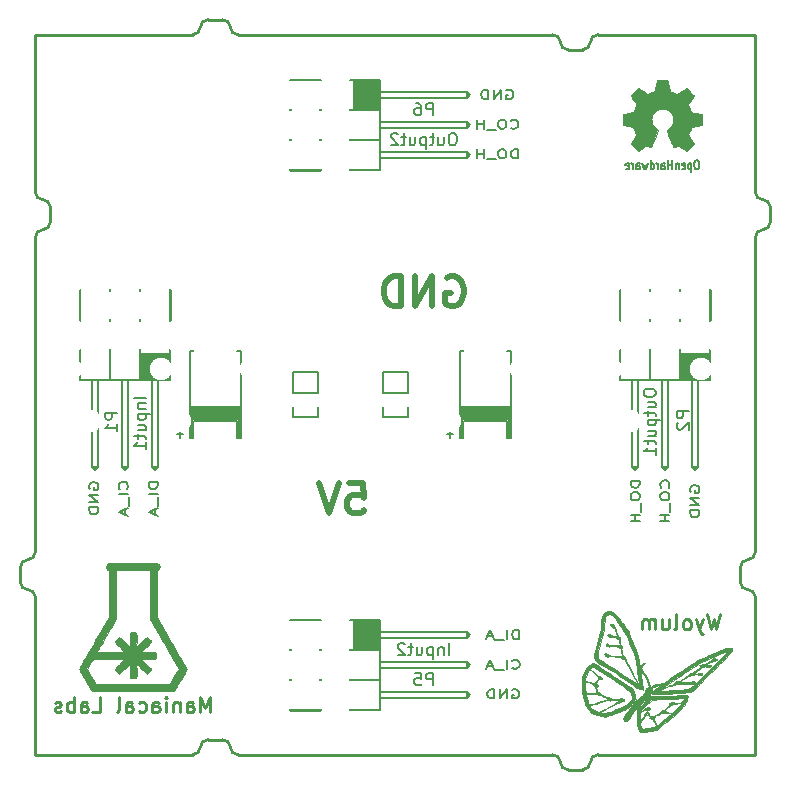
<source format=gbo>
G04 #@! TF.FileFunction,Legend,Bot*
%FSLAX46Y46*%
G04 Gerber Fmt 4.6, Leading zero omitted, Abs format (unit mm)*
G04 Created by KiCad (PCBNEW 4.0.2-4+6225~38~ubuntu15.04.1-stable) date Thu Feb 18 17:46:05 2016*
%MOMM*%
G01*
G04 APERTURE LIST*
%ADD10C,0.152400*%
%ADD11C,0.190500*%
%ADD12C,0.254000*%
%ADD13C,0.002540*%
%ADD14C,0.010000*%
%ADD15C,0.381000*%
%ADD16C,0.127000*%
%ADD17C,0.203200*%
%ADD18C,0.508000*%
%ADD19R,1.930400X1.574800*%
%ADD20C,9.008000*%
%ADD21R,8.128000X2.413000*%
%ADD22R,2.413000X8.128000*%
%ADD23C,1.908000*%
%ADD24R,3.556000X3.556000*%
G04 APERTURE END LIST*
D10*
D11*
X52440114Y24450523D02*
X51678114Y24450523D01*
X51678114Y24208618D01*
X51714400Y24063476D01*
X51786971Y23966714D01*
X51859543Y23918333D01*
X52004686Y23869952D01*
X52113543Y23869952D01*
X52258686Y23918333D01*
X52331257Y23966714D01*
X52403829Y24063476D01*
X52440114Y24208618D01*
X52440114Y24450523D01*
X51678114Y23240999D02*
X51678114Y23047476D01*
X51714400Y22950714D01*
X51786971Y22853952D01*
X51932114Y22805571D01*
X52186114Y22805571D01*
X52331257Y22853952D01*
X52403829Y22950714D01*
X52440114Y23047476D01*
X52440114Y23240999D01*
X52403829Y23337761D01*
X52331257Y23434523D01*
X52186114Y23482904D01*
X51932114Y23482904D01*
X51786971Y23434523D01*
X51714400Y23337761D01*
X51678114Y23240999D01*
X52512686Y22612047D02*
X52512686Y21837952D01*
X52440114Y21596047D02*
X51678114Y21596047D01*
X52040971Y21596047D02*
X52040971Y21015476D01*
X52440114Y21015476D02*
X51678114Y21015476D01*
X54882143Y23869952D02*
X54918429Y23918333D01*
X54954714Y24063476D01*
X54954714Y24160238D01*
X54918429Y24305380D01*
X54845857Y24402142D01*
X54773286Y24450523D01*
X54628143Y24498904D01*
X54519286Y24498904D01*
X54374143Y24450523D01*
X54301571Y24402142D01*
X54229000Y24305380D01*
X54192714Y24160238D01*
X54192714Y24063476D01*
X54229000Y23918333D01*
X54265286Y23869952D01*
X54192714Y23240999D02*
X54192714Y23047476D01*
X54229000Y22950714D01*
X54301571Y22853952D01*
X54446714Y22805571D01*
X54700714Y22805571D01*
X54845857Y22853952D01*
X54918429Y22950714D01*
X54954714Y23047476D01*
X54954714Y23240999D01*
X54918429Y23337761D01*
X54845857Y23434523D01*
X54700714Y23482904D01*
X54446714Y23482904D01*
X54301571Y23434523D01*
X54229000Y23337761D01*
X54192714Y23240999D01*
X55027286Y22612047D02*
X55027286Y21837952D01*
X54954714Y21596047D02*
X54192714Y21596047D01*
X54555571Y21596047D02*
X54555571Y21015476D01*
X54954714Y21015476D02*
X54192714Y21015476D01*
X56743600Y23507095D02*
X56707314Y23603857D01*
X56707314Y23749000D01*
X56743600Y23894142D01*
X56816171Y23990904D01*
X56888743Y24039285D01*
X57033886Y24087666D01*
X57142743Y24087666D01*
X57287886Y24039285D01*
X57360457Y23990904D01*
X57433029Y23894142D01*
X57469314Y23749000D01*
X57469314Y23652238D01*
X57433029Y23507095D01*
X57396743Y23458714D01*
X57142743Y23458714D01*
X57142743Y23652238D01*
X57469314Y23023285D02*
X56707314Y23023285D01*
X57469314Y22442714D01*
X56707314Y22442714D01*
X57469314Y21958904D02*
X56707314Y21958904D01*
X56707314Y21716999D01*
X56743600Y21571857D01*
X56816171Y21475095D01*
X56888743Y21426714D01*
X57033886Y21378333D01*
X57142743Y21378333D01*
X57287886Y21426714D01*
X57360457Y21475095D01*
X57433029Y21571857D01*
X57469314Y21716999D01*
X57469314Y21958904D01*
X42224476Y11059886D02*
X42224476Y11821886D01*
X41982571Y11821886D01*
X41837429Y11785600D01*
X41740667Y11713029D01*
X41692286Y11640457D01*
X41643905Y11495314D01*
X41643905Y11386457D01*
X41692286Y11241314D01*
X41740667Y11168743D01*
X41837429Y11096171D01*
X41982571Y11059886D01*
X42224476Y11059886D01*
X41208476Y11059886D02*
X41208476Y11821886D01*
X40966571Y10987314D02*
X40192476Y10987314D01*
X39998952Y11277600D02*
X39515143Y11277600D01*
X40095714Y11059886D02*
X39757047Y11821886D01*
X39418381Y11059886D01*
X41643905Y8617857D02*
X41692286Y8581571D01*
X41837429Y8545286D01*
X41934191Y8545286D01*
X42079333Y8581571D01*
X42176095Y8654143D01*
X42224476Y8726714D01*
X42272857Y8871857D01*
X42272857Y8980714D01*
X42224476Y9125857D01*
X42176095Y9198429D01*
X42079333Y9271000D01*
X41934191Y9307286D01*
X41837429Y9307286D01*
X41692286Y9271000D01*
X41643905Y9234714D01*
X41208476Y8545286D02*
X41208476Y9307286D01*
X40966571Y8472714D02*
X40192476Y8472714D01*
X39998952Y8763000D02*
X39515143Y8763000D01*
X40095714Y8545286D02*
X39757047Y9307286D01*
X39418381Y8545286D01*
X41668095Y6756400D02*
X41764857Y6792686D01*
X41910000Y6792686D01*
X42055142Y6756400D01*
X42151904Y6683829D01*
X42200285Y6611257D01*
X42248666Y6466114D01*
X42248666Y6357257D01*
X42200285Y6212114D01*
X42151904Y6139543D01*
X42055142Y6066971D01*
X41910000Y6030686D01*
X41813238Y6030686D01*
X41668095Y6066971D01*
X41619714Y6103257D01*
X41619714Y6357257D01*
X41813238Y6357257D01*
X41184285Y6030686D02*
X41184285Y6792686D01*
X40603714Y6030686D01*
X40603714Y6792686D01*
X40119904Y6030686D02*
X40119904Y6792686D01*
X39877999Y6792686D01*
X39732857Y6756400D01*
X39636095Y6683829D01*
X39587714Y6611257D01*
X39539333Y6466114D01*
X39539333Y6357257D01*
X39587714Y6212114D01*
X39636095Y6139543D01*
X39732857Y6066971D01*
X39877999Y6030686D01*
X40119904Y6030686D01*
D12*
X1270000Y14605000D02*
X1270000Y1270000D01*
X1270000Y45085000D02*
X1270000Y18415000D01*
X1270000Y62230000D02*
X1270000Y48895000D01*
X14605000Y62230000D02*
X1270000Y62230000D01*
X45085000Y62230000D02*
X18415000Y62230000D01*
X62230000Y62230000D02*
X48895000Y62230000D01*
X62230000Y48895000D02*
X62230000Y62230000D01*
X62230000Y18415000D02*
X62230000Y45085000D01*
X62230000Y1270000D02*
X62230000Y14605000D01*
X635000Y17780000D02*
G75*
G03X1270000Y18415000I0J635000D01*
G01*
X1270000Y14605000D02*
G75*
G03X635000Y15240000I-635000J0D01*
G01*
X0Y15875000D02*
G75*
G03X635000Y15240000I635000J0D01*
G01*
X635000Y17780000D02*
G75*
G03X0Y17145000I0J-635000D01*
G01*
X0Y17145000D02*
X0Y15875000D01*
X1270000Y48895000D02*
G75*
G03X1905000Y48260000I635000J0D01*
G01*
X1905000Y45720000D02*
G75*
G03X1270000Y45085000I0J-635000D01*
G01*
X1905000Y45720000D02*
G75*
G03X2540000Y46355000I0J635000D01*
G01*
X2540000Y47625000D02*
G75*
G03X1905000Y48260000I-635000J0D01*
G01*
X2540000Y47625000D02*
X2540000Y46355000D01*
X17780000Y62865000D02*
G75*
G03X18415000Y62230000I635000J0D01*
G01*
X14605000Y62230000D02*
G75*
G03X15240000Y62865000I0J635000D01*
G01*
X15875000Y63500000D02*
G75*
G03X15240000Y62865000I0J-635000D01*
G01*
X17780000Y62865000D02*
G75*
G03X17145000Y63500000I-635000J0D01*
G01*
X15875000Y63500000D02*
X17145000Y63500000D01*
X48895000Y62230000D02*
G75*
G03X48260000Y61595000I0J-635000D01*
G01*
X45720000Y61595000D02*
G75*
G03X45085000Y62230000I-635000J0D01*
G01*
X47625000Y60960000D02*
G75*
G03X48260000Y61595000I0J635000D01*
G01*
X45720000Y61595000D02*
G75*
G03X46355000Y60960000I635000J0D01*
G01*
X46355000Y60960000D02*
X47625000Y60960000D01*
X62865000Y45720000D02*
G75*
G03X62230000Y45085000I0J-635000D01*
G01*
X62230000Y48895000D02*
G75*
G03X62865000Y48260000I635000J0D01*
G01*
X63500000Y47625000D02*
G75*
G03X62865000Y48260000I-635000J0D01*
G01*
X62865000Y45720000D02*
G75*
G03X63500000Y46355000I0J635000D01*
G01*
X63500000Y47625000D02*
X63500000Y46355000D01*
X61595000Y17780000D02*
G75*
G03X62230000Y18415000I0J635000D01*
G01*
X62230000Y14605000D02*
G75*
G03X61595000Y15240000I-635000J0D01*
G01*
X60960000Y15875000D02*
G75*
G03X61595000Y15240000I635000J0D01*
G01*
X61595000Y17780000D02*
G75*
G03X60960000Y17145000I0J-635000D01*
G01*
X60960000Y17145000D02*
X60960000Y15875000D01*
X48895000Y1270000D02*
X62230000Y1270000D01*
X45085000Y1270000D02*
X18415000Y1270000D01*
X48895000Y1270000D02*
G75*
G03X48260000Y635000I0J-635000D01*
G01*
X45720000Y635000D02*
G75*
G03X45085000Y1270000I-635000J0D01*
G01*
X45720000Y635000D02*
G75*
G03X46355000Y0I635000J0D01*
G01*
X47625000Y0D02*
G75*
G03X48260000Y635000I0J635000D01*
G01*
X46355000Y0D02*
X47625000Y0D01*
X14605000Y1270000D02*
X1270000Y1270000D01*
X15875000Y2540000D02*
X17145000Y2540000D01*
X17780000Y1905000D02*
G75*
G03X17145000Y2540000I-635000J0D01*
G01*
X15875000Y2540000D02*
G75*
G03X15240000Y1905000I0J-635000D01*
G01*
X17780000Y1905000D02*
G75*
G03X18415000Y1270000I635000J0D01*
G01*
X14605000Y1270000D02*
G75*
G03X15240000Y1905000I0J635000D01*
G01*
D11*
X5867400Y23761095D02*
X5831114Y23857857D01*
X5831114Y24003000D01*
X5867400Y24148142D01*
X5939971Y24244904D01*
X6012543Y24293285D01*
X6157686Y24341666D01*
X6266543Y24341666D01*
X6411686Y24293285D01*
X6484257Y24244904D01*
X6556829Y24148142D01*
X6593114Y24003000D01*
X6593114Y23906238D01*
X6556829Y23761095D01*
X6520543Y23712714D01*
X6266543Y23712714D01*
X6266543Y23906238D01*
X6593114Y23277285D02*
X5831114Y23277285D01*
X6593114Y22696714D01*
X5831114Y22696714D01*
X6593114Y22212904D02*
X5831114Y22212904D01*
X5831114Y21970999D01*
X5867400Y21825857D01*
X5939971Y21729095D01*
X6012543Y21680714D01*
X6157686Y21632333D01*
X6266543Y21632333D01*
X6411686Y21680714D01*
X6484257Y21729095D01*
X6556829Y21825857D01*
X6593114Y21970999D01*
X6593114Y22212904D01*
X9035143Y23736905D02*
X9071429Y23785286D01*
X9107714Y23930429D01*
X9107714Y24027191D01*
X9071429Y24172333D01*
X8998857Y24269095D01*
X8926286Y24317476D01*
X8781143Y24365857D01*
X8672286Y24365857D01*
X8527143Y24317476D01*
X8454571Y24269095D01*
X8382000Y24172333D01*
X8345714Y24027191D01*
X8345714Y23930429D01*
X8382000Y23785286D01*
X8418286Y23736905D01*
X9107714Y23301476D02*
X8345714Y23301476D01*
X9180286Y23059571D02*
X9180286Y22285476D01*
X8890000Y22091952D02*
X8890000Y21608143D01*
X9107714Y22188714D02*
X8345714Y21850047D01*
X9107714Y21511381D01*
X11622314Y24317476D02*
X10860314Y24317476D01*
X10860314Y24075571D01*
X10896600Y23930429D01*
X10969171Y23833667D01*
X11041743Y23785286D01*
X11186886Y23736905D01*
X11295743Y23736905D01*
X11440886Y23785286D01*
X11513457Y23833667D01*
X11586029Y23930429D01*
X11622314Y24075571D01*
X11622314Y24317476D01*
X11622314Y23301476D02*
X10860314Y23301476D01*
X11694886Y23059571D02*
X11694886Y22285476D01*
X11404600Y22091952D02*
X11404600Y21608143D01*
X11622314Y22188714D02*
X10860314Y21850047D01*
X11622314Y21511381D01*
X41160095Y57505600D02*
X41256857Y57541886D01*
X41402000Y57541886D01*
X41547142Y57505600D01*
X41643904Y57433029D01*
X41692285Y57360457D01*
X41740666Y57215314D01*
X41740666Y57106457D01*
X41692285Y56961314D01*
X41643904Y56888743D01*
X41547142Y56816171D01*
X41402000Y56779886D01*
X41305238Y56779886D01*
X41160095Y56816171D01*
X41111714Y56852457D01*
X41111714Y57106457D01*
X41305238Y57106457D01*
X40676285Y56779886D02*
X40676285Y57541886D01*
X40095714Y56779886D01*
X40095714Y57541886D01*
X39611904Y56779886D02*
X39611904Y57541886D01*
X39369999Y57541886D01*
X39224857Y57505600D01*
X39128095Y57433029D01*
X39079714Y57360457D01*
X39031333Y57215314D01*
X39031333Y57106457D01*
X39079714Y56961314D01*
X39128095Y56888743D01*
X39224857Y56816171D01*
X39369999Y56779886D01*
X39611904Y56779886D01*
X41522952Y54337857D02*
X41571333Y54301571D01*
X41716476Y54265286D01*
X41813238Y54265286D01*
X41958380Y54301571D01*
X42055142Y54374143D01*
X42103523Y54446714D01*
X42151904Y54591857D01*
X42151904Y54700714D01*
X42103523Y54845857D01*
X42055142Y54918429D01*
X41958380Y54991000D01*
X41813238Y55027286D01*
X41716476Y55027286D01*
X41571333Y54991000D01*
X41522952Y54954714D01*
X40893999Y55027286D02*
X40700476Y55027286D01*
X40603714Y54991000D01*
X40506952Y54918429D01*
X40458571Y54773286D01*
X40458571Y54519286D01*
X40506952Y54374143D01*
X40603714Y54301571D01*
X40700476Y54265286D01*
X40893999Y54265286D01*
X40990761Y54301571D01*
X41087523Y54374143D01*
X41135904Y54519286D01*
X41135904Y54773286D01*
X41087523Y54918429D01*
X40990761Y54991000D01*
X40893999Y55027286D01*
X40265047Y54192714D02*
X39490952Y54192714D01*
X39249047Y54265286D02*
X39249047Y55027286D01*
X39249047Y54664429D02*
X38668476Y54664429D01*
X38668476Y54265286D02*
X38668476Y55027286D01*
X42103523Y51750686D02*
X42103523Y52512686D01*
X41861618Y52512686D01*
X41716476Y52476400D01*
X41619714Y52403829D01*
X41571333Y52331257D01*
X41522952Y52186114D01*
X41522952Y52077257D01*
X41571333Y51932114D01*
X41619714Y51859543D01*
X41716476Y51786971D01*
X41861618Y51750686D01*
X42103523Y51750686D01*
X40893999Y52512686D02*
X40700476Y52512686D01*
X40603714Y52476400D01*
X40506952Y52403829D01*
X40458571Y52258686D01*
X40458571Y52004686D01*
X40506952Y51859543D01*
X40603714Y51786971D01*
X40700476Y51750686D01*
X40893999Y51750686D01*
X40990761Y51786971D01*
X41087523Y51859543D01*
X41135904Y52004686D01*
X41135904Y52258686D01*
X41087523Y52403829D01*
X40990761Y52476400D01*
X40893999Y52512686D01*
X40265047Y51678114D02*
X39490952Y51678114D01*
X39249047Y51750686D02*
X39249047Y52512686D01*
X39249047Y52149829D02*
X38668476Y52149829D01*
X38668476Y51750686D02*
X38668476Y52512686D01*
D10*
X30670500Y33655000D02*
X30670500Y31877000D01*
X32829500Y33655000D02*
X32829500Y31877000D01*
X30670500Y30734000D02*
X30670500Y29845000D01*
X32829500Y29845000D02*
X32829500Y30734000D01*
X32829500Y31877000D02*
X30670500Y31877000D01*
X32829500Y33655000D02*
X30670500Y33655000D01*
X32829500Y29845000D02*
X30670500Y29845000D01*
X23050500Y33655000D02*
X23050500Y31877000D01*
X25209500Y33655000D02*
X25209500Y31877000D01*
X23050500Y30734000D02*
X23050500Y29845000D01*
X25209500Y29845000D02*
X25209500Y30734000D01*
X25209500Y31877000D02*
X23050500Y31877000D01*
X25209500Y33655000D02*
X23050500Y33655000D01*
X25209500Y29845000D02*
X23050500Y29845000D01*
D13*
G36*
X56380380Y52372260D02*
X56344820Y52392580D01*
X56266080Y52440840D01*
X56154320Y52514500D01*
X56022240Y52600860D01*
X55890160Y52692300D01*
X55780940Y52763420D01*
X55704740Y52814220D01*
X55674260Y52832000D01*
X55656480Y52824380D01*
X55592980Y52793900D01*
X55504080Y52748180D01*
X55450740Y52720240D01*
X55366920Y52684680D01*
X55323740Y52677060D01*
X55318660Y52687220D01*
X55288180Y52750720D01*
X55239920Y52859940D01*
X55176420Y53004720D01*
X55102760Y53174900D01*
X55026560Y53357780D01*
X54947820Y53543200D01*
X54874160Y53721000D01*
X54810660Y53881020D01*
X54757320Y54013100D01*
X54721760Y54102000D01*
X54709060Y54140100D01*
X54714140Y54150260D01*
X54754780Y54190900D01*
X54828440Y54244240D01*
X54985920Y54373780D01*
X55143400Y54566820D01*
X55237380Y54787800D01*
X55270400Y55034180D01*
X55242460Y55262780D01*
X55153560Y55481220D01*
X55001160Y55676800D01*
X54815740Y55824120D01*
X54599840Y55915560D01*
X54356000Y55946040D01*
X54124860Y55920640D01*
X53901340Y55831740D01*
X53703220Y55681880D01*
X53619400Y55585360D01*
X53505100Y55387240D01*
X53441600Y55173880D01*
X53433980Y55118000D01*
X53444140Y54884320D01*
X53512720Y54660800D01*
X53637180Y54460140D01*
X53807360Y54295040D01*
X53830220Y54279800D01*
X53908960Y54218840D01*
X53962300Y54178200D01*
X54005480Y54145180D01*
X53705760Y53426360D01*
X53657500Y53312060D01*
X53576220Y53113940D01*
X53505100Y52946300D01*
X53446680Y52811680D01*
X53406040Y52720240D01*
X53388260Y52684680D01*
X53388260Y52682140D01*
X53360320Y52677060D01*
X53306980Y52697380D01*
X53205380Y52745640D01*
X53139340Y52781200D01*
X53063140Y52816760D01*
X53027580Y52832000D01*
X52999640Y52814220D01*
X52925980Y52768500D01*
X52819300Y52697380D01*
X52689760Y52608480D01*
X52567840Y52524660D01*
X52456080Y52451000D01*
X52374800Y52397660D01*
X52334160Y52377340D01*
X52329080Y52377340D01*
X52293520Y52397660D01*
X52227480Y52451000D01*
X52130960Y52542440D01*
X51991260Y52679600D01*
X51970940Y52702460D01*
X51856640Y52816760D01*
X51765200Y52913280D01*
X51701700Y52984400D01*
X51678840Y53014880D01*
X51678840Y53014880D01*
X51699160Y53052980D01*
X51752500Y53136800D01*
X51826160Y53251100D01*
X51917600Y53383180D01*
X52156360Y53728620D01*
X52024280Y54056280D01*
X51983640Y54155340D01*
X51932840Y54277260D01*
X51894740Y54363620D01*
X51876960Y54401720D01*
X51841400Y54414420D01*
X51752500Y54434740D01*
X51622960Y54462680D01*
X51468020Y54490620D01*
X51320700Y54518560D01*
X51188620Y54543960D01*
X51092100Y54561740D01*
X51048920Y54569360D01*
X51038760Y54576980D01*
X51028600Y54597300D01*
X51023520Y54643020D01*
X51020980Y54724300D01*
X51018440Y54851300D01*
X51018440Y55034180D01*
X51018440Y55054500D01*
X51020980Y55229760D01*
X51023520Y55369460D01*
X51028600Y55460900D01*
X51033680Y55496460D01*
X51033680Y55496460D01*
X51076860Y55506620D01*
X51170840Y55526940D01*
X51302920Y55552340D01*
X51460400Y55582820D01*
X51470560Y55585360D01*
X51628040Y55615840D01*
X51762660Y55643780D01*
X51854100Y55664100D01*
X51892200Y55676800D01*
X51902360Y55686960D01*
X51932840Y55750460D01*
X51978560Y55846980D01*
X52031900Y55966360D01*
X52082700Y56090820D01*
X52125880Y56202580D01*
X52156360Y56286400D01*
X52166520Y56324500D01*
X52166520Y56324500D01*
X52141120Y56362600D01*
X52087780Y56443880D01*
X52011580Y56558180D01*
X51917600Y56692800D01*
X51912520Y56702960D01*
X51821080Y56835040D01*
X51747420Y56949340D01*
X51699160Y57030620D01*
X51678840Y57066180D01*
X51681380Y57068720D01*
X51709320Y57106820D01*
X51777900Y57183020D01*
X51874420Y57284620D01*
X51991260Y57404000D01*
X52029360Y57439560D01*
X52158900Y57566560D01*
X52250340Y57650380D01*
X52306220Y57693560D01*
X52331620Y57703720D01*
X52334160Y57703720D01*
X52374800Y57678320D01*
X52458620Y57622440D01*
X52572920Y57546240D01*
X52707540Y57454800D01*
X52717700Y57447180D01*
X52849780Y57355740D01*
X52961540Y57282080D01*
X53040280Y57228740D01*
X53075840Y57208420D01*
X53080920Y57208420D01*
X53136800Y57223660D01*
X53230780Y57256680D01*
X53347620Y57302400D01*
X53472080Y57353200D01*
X53583840Y57398920D01*
X53667660Y57437020D01*
X53705760Y57459880D01*
X53708300Y57462420D01*
X53721000Y57510680D01*
X53743860Y57609740D01*
X53774340Y57746900D01*
X53804820Y57912000D01*
X53809900Y57937400D01*
X53840380Y58097420D01*
X53865780Y58226960D01*
X53883560Y58318400D01*
X53893720Y58356500D01*
X53916580Y58361580D01*
X53992780Y58366660D01*
X54112160Y58369200D01*
X54254400Y58371740D01*
X54406800Y58371740D01*
X54554120Y58366660D01*
X54678580Y58364120D01*
X54770020Y58356500D01*
X54808120Y58348880D01*
X54808120Y58346340D01*
X54823360Y58298080D01*
X54843680Y58199020D01*
X54871620Y58059320D01*
X54904640Y57896760D01*
X54909720Y57866280D01*
X54940200Y57708800D01*
X54965600Y57579260D01*
X54985920Y57487820D01*
X54996080Y57452260D01*
X55008780Y57444640D01*
X55074820Y57416700D01*
X55181500Y57373520D01*
X55313580Y57320180D01*
X55618380Y57195720D01*
X55994300Y57452260D01*
X56027320Y57475120D01*
X56161940Y57569100D01*
X56273700Y57642760D01*
X56349900Y57691020D01*
X56382920Y57708800D01*
X56385460Y57708800D01*
X56423560Y57675780D01*
X56497220Y57607200D01*
X56598820Y57508140D01*
X56715660Y57388760D01*
X56804560Y57302400D01*
X56906160Y57198260D01*
X56972200Y57127140D01*
X57007760Y57081420D01*
X57020460Y57053480D01*
X57017920Y57035700D01*
X56992520Y56997600D01*
X56939180Y56913780D01*
X56860440Y56802020D01*
X56769000Y56667400D01*
X56695340Y56558180D01*
X56614060Y56431180D01*
X56560720Y56342280D01*
X56542940Y56299100D01*
X56548020Y56278780D01*
X56573420Y56207660D01*
X56616600Y56095900D01*
X56675020Y55963820D01*
X56804560Y55666640D01*
X56997600Y55628540D01*
X57116980Y55608220D01*
X57282080Y55575200D01*
X57439560Y55544720D01*
X57685940Y55496460D01*
X57693560Y54592220D01*
X57655460Y54576980D01*
X57619900Y54566820D01*
X57528460Y54546500D01*
X57398920Y54521100D01*
X57243980Y54493160D01*
X57114440Y54467760D01*
X56982360Y54442360D01*
X56885840Y54424580D01*
X56845200Y54414420D01*
X56835040Y54401720D01*
X56802020Y54338220D01*
X56753760Y54236620D01*
X56702960Y54114700D01*
X56649620Y53987700D01*
X56603900Y53870860D01*
X56570880Y53781960D01*
X56558180Y53733700D01*
X56575960Y53700680D01*
X56626760Y53621940D01*
X56697880Y53512720D01*
X56789320Y53380640D01*
X56878220Y53251100D01*
X56954420Y53136800D01*
X57005220Y53058060D01*
X57028080Y53019960D01*
X57017920Y52994560D01*
X56964580Y52931060D01*
X56865520Y52829460D01*
X56718200Y52684680D01*
X56695340Y52661820D01*
X56578500Y52547520D01*
X56479440Y52456080D01*
X56410860Y52395120D01*
X56380380Y52372260D01*
X56380380Y52372260D01*
G37*
X56380380Y52372260D02*
X56344820Y52392580D01*
X56266080Y52440840D01*
X56154320Y52514500D01*
X56022240Y52600860D01*
X55890160Y52692300D01*
X55780940Y52763420D01*
X55704740Y52814220D01*
X55674260Y52832000D01*
X55656480Y52824380D01*
X55592980Y52793900D01*
X55504080Y52748180D01*
X55450740Y52720240D01*
X55366920Y52684680D01*
X55323740Y52677060D01*
X55318660Y52687220D01*
X55288180Y52750720D01*
X55239920Y52859940D01*
X55176420Y53004720D01*
X55102760Y53174900D01*
X55026560Y53357780D01*
X54947820Y53543200D01*
X54874160Y53721000D01*
X54810660Y53881020D01*
X54757320Y54013100D01*
X54721760Y54102000D01*
X54709060Y54140100D01*
X54714140Y54150260D01*
X54754780Y54190900D01*
X54828440Y54244240D01*
X54985920Y54373780D01*
X55143400Y54566820D01*
X55237380Y54787800D01*
X55270400Y55034180D01*
X55242460Y55262780D01*
X55153560Y55481220D01*
X55001160Y55676800D01*
X54815740Y55824120D01*
X54599840Y55915560D01*
X54356000Y55946040D01*
X54124860Y55920640D01*
X53901340Y55831740D01*
X53703220Y55681880D01*
X53619400Y55585360D01*
X53505100Y55387240D01*
X53441600Y55173880D01*
X53433980Y55118000D01*
X53444140Y54884320D01*
X53512720Y54660800D01*
X53637180Y54460140D01*
X53807360Y54295040D01*
X53830220Y54279800D01*
X53908960Y54218840D01*
X53962300Y54178200D01*
X54005480Y54145180D01*
X53705760Y53426360D01*
X53657500Y53312060D01*
X53576220Y53113940D01*
X53505100Y52946300D01*
X53446680Y52811680D01*
X53406040Y52720240D01*
X53388260Y52684680D01*
X53388260Y52682140D01*
X53360320Y52677060D01*
X53306980Y52697380D01*
X53205380Y52745640D01*
X53139340Y52781200D01*
X53063140Y52816760D01*
X53027580Y52832000D01*
X52999640Y52814220D01*
X52925980Y52768500D01*
X52819300Y52697380D01*
X52689760Y52608480D01*
X52567840Y52524660D01*
X52456080Y52451000D01*
X52374800Y52397660D01*
X52334160Y52377340D01*
X52329080Y52377340D01*
X52293520Y52397660D01*
X52227480Y52451000D01*
X52130960Y52542440D01*
X51991260Y52679600D01*
X51970940Y52702460D01*
X51856640Y52816760D01*
X51765200Y52913280D01*
X51701700Y52984400D01*
X51678840Y53014880D01*
X51678840Y53014880D01*
X51699160Y53052980D01*
X51752500Y53136800D01*
X51826160Y53251100D01*
X51917600Y53383180D01*
X52156360Y53728620D01*
X52024280Y54056280D01*
X51983640Y54155340D01*
X51932840Y54277260D01*
X51894740Y54363620D01*
X51876960Y54401720D01*
X51841400Y54414420D01*
X51752500Y54434740D01*
X51622960Y54462680D01*
X51468020Y54490620D01*
X51320700Y54518560D01*
X51188620Y54543960D01*
X51092100Y54561740D01*
X51048920Y54569360D01*
X51038760Y54576980D01*
X51028600Y54597300D01*
X51023520Y54643020D01*
X51020980Y54724300D01*
X51018440Y54851300D01*
X51018440Y55034180D01*
X51018440Y55054500D01*
X51020980Y55229760D01*
X51023520Y55369460D01*
X51028600Y55460900D01*
X51033680Y55496460D01*
X51033680Y55496460D01*
X51076860Y55506620D01*
X51170840Y55526940D01*
X51302920Y55552340D01*
X51460400Y55582820D01*
X51470560Y55585360D01*
X51628040Y55615840D01*
X51762660Y55643780D01*
X51854100Y55664100D01*
X51892200Y55676800D01*
X51902360Y55686960D01*
X51932840Y55750460D01*
X51978560Y55846980D01*
X52031900Y55966360D01*
X52082700Y56090820D01*
X52125880Y56202580D01*
X52156360Y56286400D01*
X52166520Y56324500D01*
X52166520Y56324500D01*
X52141120Y56362600D01*
X52087780Y56443880D01*
X52011580Y56558180D01*
X51917600Y56692800D01*
X51912520Y56702960D01*
X51821080Y56835040D01*
X51747420Y56949340D01*
X51699160Y57030620D01*
X51678840Y57066180D01*
X51681380Y57068720D01*
X51709320Y57106820D01*
X51777900Y57183020D01*
X51874420Y57284620D01*
X51991260Y57404000D01*
X52029360Y57439560D01*
X52158900Y57566560D01*
X52250340Y57650380D01*
X52306220Y57693560D01*
X52331620Y57703720D01*
X52334160Y57703720D01*
X52374800Y57678320D01*
X52458620Y57622440D01*
X52572920Y57546240D01*
X52707540Y57454800D01*
X52717700Y57447180D01*
X52849780Y57355740D01*
X52961540Y57282080D01*
X53040280Y57228740D01*
X53075840Y57208420D01*
X53080920Y57208420D01*
X53136800Y57223660D01*
X53230780Y57256680D01*
X53347620Y57302400D01*
X53472080Y57353200D01*
X53583840Y57398920D01*
X53667660Y57437020D01*
X53705760Y57459880D01*
X53708300Y57462420D01*
X53721000Y57510680D01*
X53743860Y57609740D01*
X53774340Y57746900D01*
X53804820Y57912000D01*
X53809900Y57937400D01*
X53840380Y58097420D01*
X53865780Y58226960D01*
X53883560Y58318400D01*
X53893720Y58356500D01*
X53916580Y58361580D01*
X53992780Y58366660D01*
X54112160Y58369200D01*
X54254400Y58371740D01*
X54406800Y58371740D01*
X54554120Y58366660D01*
X54678580Y58364120D01*
X54770020Y58356500D01*
X54808120Y58348880D01*
X54808120Y58346340D01*
X54823360Y58298080D01*
X54843680Y58199020D01*
X54871620Y58059320D01*
X54904640Y57896760D01*
X54909720Y57866280D01*
X54940200Y57708800D01*
X54965600Y57579260D01*
X54985920Y57487820D01*
X54996080Y57452260D01*
X55008780Y57444640D01*
X55074820Y57416700D01*
X55181500Y57373520D01*
X55313580Y57320180D01*
X55618380Y57195720D01*
X55994300Y57452260D01*
X56027320Y57475120D01*
X56161940Y57569100D01*
X56273700Y57642760D01*
X56349900Y57691020D01*
X56382920Y57708800D01*
X56385460Y57708800D01*
X56423560Y57675780D01*
X56497220Y57607200D01*
X56598820Y57508140D01*
X56715660Y57388760D01*
X56804560Y57302400D01*
X56906160Y57198260D01*
X56972200Y57127140D01*
X57007760Y57081420D01*
X57020460Y57053480D01*
X57017920Y57035700D01*
X56992520Y56997600D01*
X56939180Y56913780D01*
X56860440Y56802020D01*
X56769000Y56667400D01*
X56695340Y56558180D01*
X56614060Y56431180D01*
X56560720Y56342280D01*
X56542940Y56299100D01*
X56548020Y56278780D01*
X56573420Y56207660D01*
X56616600Y56095900D01*
X56675020Y55963820D01*
X56804560Y55666640D01*
X56997600Y55628540D01*
X57116980Y55608220D01*
X57282080Y55575200D01*
X57439560Y55544720D01*
X57685940Y55496460D01*
X57693560Y54592220D01*
X57655460Y54576980D01*
X57619900Y54566820D01*
X57528460Y54546500D01*
X57398920Y54521100D01*
X57243980Y54493160D01*
X57114440Y54467760D01*
X56982360Y54442360D01*
X56885840Y54424580D01*
X56845200Y54414420D01*
X56835040Y54401720D01*
X56802020Y54338220D01*
X56753760Y54236620D01*
X56702960Y54114700D01*
X56649620Y53987700D01*
X56603900Y53870860D01*
X56570880Y53781960D01*
X56558180Y53733700D01*
X56575960Y53700680D01*
X56626760Y53621940D01*
X56697880Y53512720D01*
X56789320Y53380640D01*
X56878220Y53251100D01*
X56954420Y53136800D01*
X57005220Y53058060D01*
X57028080Y53019960D01*
X57017920Y52994560D01*
X56964580Y52931060D01*
X56865520Y52829460D01*
X56718200Y52684680D01*
X56695340Y52661820D01*
X56578500Y52547520D01*
X56479440Y52456080D01*
X56410860Y52395120D01*
X56380380Y52372260D01*
D14*
G36*
X9151490Y17484811D02*
X8899226Y17484061D01*
X8655928Y17482928D01*
X8425263Y17481409D01*
X8210893Y17479505D01*
X8016482Y17477216D01*
X7845696Y17474542D01*
X7702197Y17471484D01*
X7589651Y17468040D01*
X7511722Y17464212D01*
X7472073Y17459998D01*
X7470272Y17459531D01*
X7372133Y17411931D01*
X7300637Y17341060D01*
X7256658Y17254890D01*
X7241069Y17161392D01*
X7254743Y17068538D01*
X7298555Y16984299D01*
X7373377Y16916647D01*
X7408708Y16897595D01*
X7491908Y16859250D01*
X7492454Y14883478D01*
X7493000Y12907707D01*
X6923407Y11920145D01*
X6802683Y11710846D01*
X6665137Y11472407D01*
X6515112Y11212355D01*
X6356949Y10938213D01*
X6194989Y10657506D01*
X6033575Y10377761D01*
X5877048Y10106500D01*
X5729749Y9851250D01*
X5663991Y9737306D01*
X5545044Y9530703D01*
X5432588Y9334405D01*
X5328389Y9151556D01*
X5234214Y8985305D01*
X5151830Y8838797D01*
X5083003Y8715179D01*
X5029500Y8617596D01*
X4993087Y8549197D01*
X4975530Y8513126D01*
X4974166Y8508660D01*
X4984653Y8481194D01*
X5014393Y8421892D01*
X5060806Y8335187D01*
X5121310Y8225512D01*
X5193324Y8097300D01*
X5274269Y7954984D01*
X5361564Y7802995D01*
X5452627Y7645768D01*
X5544878Y7487735D01*
X5635736Y7333327D01*
X5722620Y7186980D01*
X5802950Y7053124D01*
X5874145Y6936193D01*
X5933624Y6840620D01*
X5978806Y6770836D01*
X6007111Y6731276D01*
X6012200Y6725708D01*
X6075501Y6667500D01*
X12974499Y6667500D01*
X13037800Y6725708D01*
X13060191Y6754671D01*
X13100281Y6815282D01*
X13155488Y6903106D01*
X13223232Y7013711D01*
X13300933Y7142662D01*
X13386010Y7285526D01*
X13475882Y7437871D01*
X13567969Y7595262D01*
X13659691Y7753265D01*
X13748466Y7907448D01*
X13831715Y8053377D01*
X13906856Y8186618D01*
X13971309Y8302739D01*
X14022494Y8397305D01*
X14057830Y8465882D01*
X14074737Y8504039D01*
X14075833Y8509089D01*
X14067480Y8529349D01*
X13402576Y8529349D01*
X13036322Y7894758D01*
X12670068Y7260166D01*
X6380128Y7260166D01*
X6013407Y7895836D01*
X5646685Y8531505D01*
X5790830Y8779544D01*
X5855522Y8891554D01*
X5923145Y9009793D01*
X5985401Y9119690D01*
X6031362Y9201913D01*
X6127750Y9376243D01*
X7471624Y9376538D01*
X8815499Y9376833D01*
X8421335Y8979958D01*
X8314699Y8871863D01*
X8217344Y8771792D01*
X8133481Y8684187D01*
X8067323Y8613487D01*
X8023080Y8564132D01*
X8005357Y8541404D01*
X7995608Y8491359D01*
X8012060Y8444578D01*
X8045409Y8396906D01*
X8099258Y8337228D01*
X8164935Y8273306D01*
X8233772Y8212901D01*
X8297098Y8163774D01*
X8346243Y8133688D01*
X8365693Y8128000D01*
X8395490Y8142066D01*
X8450617Y8184690D01*
X8531789Y8256515D01*
X8639719Y8358181D01*
X8775122Y8490330D01*
X8830585Y8545345D01*
X9249833Y8962689D01*
X9249833Y8382970D01*
X9250085Y8208588D01*
X9251025Y8071651D01*
X9252931Y7967271D01*
X9256078Y7890560D01*
X9260744Y7836631D01*
X9267206Y7800598D01*
X9275740Y7777573D01*
X9284864Y7764542D01*
X9307311Y7746560D01*
X9341256Y7735053D01*
X9395424Y7728683D01*
X9478540Y7726113D01*
X9537327Y7725833D01*
X9635657Y7726349D01*
X9700930Y7729239D01*
X9742424Y7736520D01*
X9769413Y7750207D01*
X9791173Y7772317D01*
X9799595Y7782830D01*
X9813104Y7801506D01*
X9823510Y7822472D01*
X9831144Y7850998D01*
X9836336Y7892354D01*
X9839419Y7951810D01*
X9840723Y8034637D01*
X9840580Y8146105D01*
X9839321Y8291484D01*
X9838173Y8396681D01*
X9836551Y8545226D01*
X9835181Y8678838D01*
X9834114Y8791994D01*
X9833399Y8879169D01*
X9833084Y8934840D01*
X9833204Y8953517D01*
X9847833Y8939147D01*
X9888436Y8898631D01*
X9951140Y8835849D01*
X10032075Y8754680D01*
X10127371Y8659004D01*
X10233157Y8552700D01*
X10235371Y8550474D01*
X10343939Y8442678D01*
X10445071Y8344822D01*
X10534319Y8261007D01*
X10607236Y8195336D01*
X10659375Y8151911D01*
X10685883Y8134925D01*
X10713124Y8134130D01*
X10745707Y8148243D01*
X10790033Y8181801D01*
X10852500Y8239341D01*
X10902841Y8288746D01*
X10985844Y8374790D01*
X11038977Y8438899D01*
X11065558Y8485424D01*
X11070166Y8508305D01*
X11063064Y8532256D01*
X11039971Y8568541D01*
X10998213Y8620188D01*
X10935111Y8690227D01*
X10847990Y8781688D01*
X10734172Y8897598D01*
X10662912Y8969176D01*
X10255657Y9376833D01*
X10825589Y9376833D01*
X11011348Y9376686D01*
X11159117Y9377542D01*
X11273228Y9381347D01*
X11358015Y9390048D01*
X11417810Y9405591D01*
X11456946Y9429921D01*
X11479756Y9464987D01*
X11490572Y9512733D01*
X11493728Y9575105D01*
X11493555Y9654051D01*
X11493500Y9676856D01*
X11494000Y9758683D01*
X11492602Y9823693D01*
X11484955Y9873813D01*
X11466710Y9910969D01*
X11433518Y9937088D01*
X11381029Y9954095D01*
X11304895Y9963918D01*
X11200765Y9968482D01*
X11064290Y9969713D01*
X10891120Y9969538D01*
X10832738Y9969500D01*
X10256644Y9969500D01*
X10673988Y10388748D01*
X10793135Y10509838D01*
X10896460Y10617644D01*
X10980931Y10708829D01*
X11043514Y10780058D01*
X11081175Y10827995D01*
X11091333Y10847680D01*
X11076004Y10883143D01*
X11035304Y10937031D01*
X10977164Y11001635D01*
X10909515Y11069243D01*
X10840288Y11132145D01*
X10777413Y11182629D01*
X10728821Y11212986D01*
X10710096Y11218333D01*
X10684856Y11209348D01*
X10643576Y11180912D01*
X10583751Y11130802D01*
X10502879Y11056796D01*
X10398455Y10956670D01*
X10267976Y10828203D01*
X10245873Y10806222D01*
X9831916Y10394111D01*
X9838153Y10959966D01*
X9840396Y11144668D01*
X9841274Y11291395D01*
X9838798Y11404500D01*
X9830979Y11488338D01*
X9815827Y11547263D01*
X9791351Y11585628D01*
X9755562Y11607787D01*
X9706470Y11618094D01*
X9642085Y11620902D01*
X9560418Y11620565D01*
X9536271Y11620500D01*
X9429297Y11619004D01*
X9356816Y11613838D01*
X9311072Y11603981D01*
X9284307Y11588416D01*
X9283095Y11587238D01*
X9273105Y11572374D01*
X9265292Y11546946D01*
X9259402Y11506209D01*
X9255179Y11445418D01*
X9252368Y11359828D01*
X9250713Y11244693D01*
X9249961Y11095268D01*
X9249833Y10968810D01*
X9249833Y10383644D01*
X8830585Y10800988D01*
X8691697Y10938012D01*
X8579642Y11045723D01*
X8492476Y11125856D01*
X8428255Y11180147D01*
X8385035Y11210332D01*
X8363086Y11218333D01*
X8320146Y11202266D01*
X8255761Y11156313D01*
X8176958Y11086041D01*
X8088630Y10997257D01*
X8031173Y10928613D01*
X8001473Y10875009D01*
X7996416Y10831344D01*
X8005357Y10804929D01*
X8025735Y10779117D01*
X8071902Y10727877D01*
X8139644Y10655649D01*
X8224751Y10566873D01*
X8323011Y10465991D01*
X8421335Y10366375D01*
X8815499Y9969500D01*
X6473547Y9969500D01*
X6515274Y10038291D01*
X6561704Y10115901D01*
X6623562Y10220934D01*
X6698835Y10349867D01*
X6785514Y10499180D01*
X6881587Y10665351D01*
X6985044Y10844859D01*
X7093874Y11034182D01*
X7206065Y11229799D01*
X7319607Y11428188D01*
X7432490Y11625828D01*
X7542701Y11819198D01*
X7648232Y12004776D01*
X7747069Y12179041D01*
X7837203Y12338471D01*
X7916624Y12479545D01*
X7983319Y12598742D01*
X8035278Y12692539D01*
X8070490Y12757416D01*
X8086945Y12789851D01*
X8087804Y12792121D01*
X8090618Y12822826D01*
X8093294Y12892984D01*
X8095805Y12999716D01*
X8098127Y13140142D01*
X8100232Y13311383D01*
X8102094Y13510560D01*
X8103686Y13734791D01*
X8104982Y13981199D01*
X8105956Y14246902D01*
X8106580Y14529022D01*
X8106830Y14824679D01*
X8106833Y14864152D01*
X8106833Y16869833D01*
X10942347Y16869833D01*
X10948048Y14821958D01*
X10953750Y12774083D01*
X11412027Y11980333D01*
X11531642Y11773175D01*
X11664369Y11543341D01*
X11804305Y11301051D01*
X11945546Y11056524D01*
X12082192Y10819980D01*
X12208337Y10601637D01*
X12298413Y10445750D01*
X12492525Y10109800D01*
X12667856Y9806266D01*
X12824114Y9535653D01*
X12961006Y9298470D01*
X13078238Y9095225D01*
X13175520Y8926425D01*
X13252557Y8792577D01*
X13309056Y8694190D01*
X13344726Y8631771D01*
X13351558Y8619716D01*
X13402576Y8529349D01*
X14067480Y8529349D01*
X14065542Y8534048D01*
X14036118Y8591652D01*
X13989740Y8677968D01*
X13928584Y8789062D01*
X13854828Y8921001D01*
X13770648Y9069849D01*
X13678221Y9231675D01*
X13618440Y9335567D01*
X13503656Y9534480D01*
X13379821Y9749054D01*
X13252009Y9970498D01*
X13125297Y10190018D01*
X13004760Y10398821D01*
X12895473Y10588115D01*
X12806568Y10742083D01*
X12711583Y10906571D01*
X12600654Y11098682D01*
X12478999Y11309377D01*
X12351839Y11529617D01*
X12224392Y11750360D01*
X12101878Y11962568D01*
X12004544Y12131170D01*
X11557000Y12906424D01*
X11558092Y16859250D01*
X11641292Y16897595D01*
X11727689Y16957178D01*
X11782755Y17036267D01*
X11807365Y17126891D01*
X11802392Y17221078D01*
X11768708Y17310857D01*
X11707188Y17388256D01*
X11618705Y17445304D01*
X11579727Y17459531D01*
X11544332Y17463785D01*
X11470269Y17467654D01*
X11361203Y17471138D01*
X11220798Y17474238D01*
X11052718Y17476952D01*
X10860627Y17479282D01*
X10648191Y17481226D01*
X10419071Y17482786D01*
X10176934Y17483960D01*
X9925443Y17484750D01*
X9668263Y17485155D01*
X9409057Y17485175D01*
X9151490Y17484811D01*
X9151490Y17484811D01*
G37*
X9151490Y17484811D02*
X8899226Y17484061D01*
X8655928Y17482928D01*
X8425263Y17481409D01*
X8210893Y17479505D01*
X8016482Y17477216D01*
X7845696Y17474542D01*
X7702197Y17471484D01*
X7589651Y17468040D01*
X7511722Y17464212D01*
X7472073Y17459998D01*
X7470272Y17459531D01*
X7372133Y17411931D01*
X7300637Y17341060D01*
X7256658Y17254890D01*
X7241069Y17161392D01*
X7254743Y17068538D01*
X7298555Y16984299D01*
X7373377Y16916647D01*
X7408708Y16897595D01*
X7491908Y16859250D01*
X7492454Y14883478D01*
X7493000Y12907707D01*
X6923407Y11920145D01*
X6802683Y11710846D01*
X6665137Y11472407D01*
X6515112Y11212355D01*
X6356949Y10938213D01*
X6194989Y10657506D01*
X6033575Y10377761D01*
X5877048Y10106500D01*
X5729749Y9851250D01*
X5663991Y9737306D01*
X5545044Y9530703D01*
X5432588Y9334405D01*
X5328389Y9151556D01*
X5234214Y8985305D01*
X5151830Y8838797D01*
X5083003Y8715179D01*
X5029500Y8617596D01*
X4993087Y8549197D01*
X4975530Y8513126D01*
X4974166Y8508660D01*
X4984653Y8481194D01*
X5014393Y8421892D01*
X5060806Y8335187D01*
X5121310Y8225512D01*
X5193324Y8097300D01*
X5274269Y7954984D01*
X5361564Y7802995D01*
X5452627Y7645768D01*
X5544878Y7487735D01*
X5635736Y7333327D01*
X5722620Y7186980D01*
X5802950Y7053124D01*
X5874145Y6936193D01*
X5933624Y6840620D01*
X5978806Y6770836D01*
X6007111Y6731276D01*
X6012200Y6725708D01*
X6075501Y6667500D01*
X12974499Y6667500D01*
X13037800Y6725708D01*
X13060191Y6754671D01*
X13100281Y6815282D01*
X13155488Y6903106D01*
X13223232Y7013711D01*
X13300933Y7142662D01*
X13386010Y7285526D01*
X13475882Y7437871D01*
X13567969Y7595262D01*
X13659691Y7753265D01*
X13748466Y7907448D01*
X13831715Y8053377D01*
X13906856Y8186618D01*
X13971309Y8302739D01*
X14022494Y8397305D01*
X14057830Y8465882D01*
X14074737Y8504039D01*
X14075833Y8509089D01*
X14067480Y8529349D01*
X13402576Y8529349D01*
X13036322Y7894758D01*
X12670068Y7260166D01*
X6380128Y7260166D01*
X6013407Y7895836D01*
X5646685Y8531505D01*
X5790830Y8779544D01*
X5855522Y8891554D01*
X5923145Y9009793D01*
X5985401Y9119690D01*
X6031362Y9201913D01*
X6127750Y9376243D01*
X7471624Y9376538D01*
X8815499Y9376833D01*
X8421335Y8979958D01*
X8314699Y8871863D01*
X8217344Y8771792D01*
X8133481Y8684187D01*
X8067323Y8613487D01*
X8023080Y8564132D01*
X8005357Y8541404D01*
X7995608Y8491359D01*
X8012060Y8444578D01*
X8045409Y8396906D01*
X8099258Y8337228D01*
X8164935Y8273306D01*
X8233772Y8212901D01*
X8297098Y8163774D01*
X8346243Y8133688D01*
X8365693Y8128000D01*
X8395490Y8142066D01*
X8450617Y8184690D01*
X8531789Y8256515D01*
X8639719Y8358181D01*
X8775122Y8490330D01*
X8830585Y8545345D01*
X9249833Y8962689D01*
X9249833Y8382970D01*
X9250085Y8208588D01*
X9251025Y8071651D01*
X9252931Y7967271D01*
X9256078Y7890560D01*
X9260744Y7836631D01*
X9267206Y7800598D01*
X9275740Y7777573D01*
X9284864Y7764542D01*
X9307311Y7746560D01*
X9341256Y7735053D01*
X9395424Y7728683D01*
X9478540Y7726113D01*
X9537327Y7725833D01*
X9635657Y7726349D01*
X9700930Y7729239D01*
X9742424Y7736520D01*
X9769413Y7750207D01*
X9791173Y7772317D01*
X9799595Y7782830D01*
X9813104Y7801506D01*
X9823510Y7822472D01*
X9831144Y7850998D01*
X9836336Y7892354D01*
X9839419Y7951810D01*
X9840723Y8034637D01*
X9840580Y8146105D01*
X9839321Y8291484D01*
X9838173Y8396681D01*
X9836551Y8545226D01*
X9835181Y8678838D01*
X9834114Y8791994D01*
X9833399Y8879169D01*
X9833084Y8934840D01*
X9833204Y8953517D01*
X9847833Y8939147D01*
X9888436Y8898631D01*
X9951140Y8835849D01*
X10032075Y8754680D01*
X10127371Y8659004D01*
X10233157Y8552700D01*
X10235371Y8550474D01*
X10343939Y8442678D01*
X10445071Y8344822D01*
X10534319Y8261007D01*
X10607236Y8195336D01*
X10659375Y8151911D01*
X10685883Y8134925D01*
X10713124Y8134130D01*
X10745707Y8148243D01*
X10790033Y8181801D01*
X10852500Y8239341D01*
X10902841Y8288746D01*
X10985844Y8374790D01*
X11038977Y8438899D01*
X11065558Y8485424D01*
X11070166Y8508305D01*
X11063064Y8532256D01*
X11039971Y8568541D01*
X10998213Y8620188D01*
X10935111Y8690227D01*
X10847990Y8781688D01*
X10734172Y8897598D01*
X10662912Y8969176D01*
X10255657Y9376833D01*
X10825589Y9376833D01*
X11011348Y9376686D01*
X11159117Y9377542D01*
X11273228Y9381347D01*
X11358015Y9390048D01*
X11417810Y9405591D01*
X11456946Y9429921D01*
X11479756Y9464987D01*
X11490572Y9512733D01*
X11493728Y9575105D01*
X11493555Y9654051D01*
X11493500Y9676856D01*
X11494000Y9758683D01*
X11492602Y9823693D01*
X11484955Y9873813D01*
X11466710Y9910969D01*
X11433518Y9937088D01*
X11381029Y9954095D01*
X11304895Y9963918D01*
X11200765Y9968482D01*
X11064290Y9969713D01*
X10891120Y9969538D01*
X10832738Y9969500D01*
X10256644Y9969500D01*
X10673988Y10388748D01*
X10793135Y10509838D01*
X10896460Y10617644D01*
X10980931Y10708829D01*
X11043514Y10780058D01*
X11081175Y10827995D01*
X11091333Y10847680D01*
X11076004Y10883143D01*
X11035304Y10937031D01*
X10977164Y11001635D01*
X10909515Y11069243D01*
X10840288Y11132145D01*
X10777413Y11182629D01*
X10728821Y11212986D01*
X10710096Y11218333D01*
X10684856Y11209348D01*
X10643576Y11180912D01*
X10583751Y11130802D01*
X10502879Y11056796D01*
X10398455Y10956670D01*
X10267976Y10828203D01*
X10245873Y10806222D01*
X9831916Y10394111D01*
X9838153Y10959966D01*
X9840396Y11144668D01*
X9841274Y11291395D01*
X9838798Y11404500D01*
X9830979Y11488338D01*
X9815827Y11547263D01*
X9791351Y11585628D01*
X9755562Y11607787D01*
X9706470Y11618094D01*
X9642085Y11620902D01*
X9560418Y11620565D01*
X9536271Y11620500D01*
X9429297Y11619004D01*
X9356816Y11613838D01*
X9311072Y11603981D01*
X9284307Y11588416D01*
X9283095Y11587238D01*
X9273105Y11572374D01*
X9265292Y11546946D01*
X9259402Y11506209D01*
X9255179Y11445418D01*
X9252368Y11359828D01*
X9250713Y11244693D01*
X9249961Y11095268D01*
X9249833Y10968810D01*
X9249833Y10383644D01*
X8830585Y10800988D01*
X8691697Y10938012D01*
X8579642Y11045723D01*
X8492476Y11125856D01*
X8428255Y11180147D01*
X8385035Y11210332D01*
X8363086Y11218333D01*
X8320146Y11202266D01*
X8255761Y11156313D01*
X8176958Y11086041D01*
X8088630Y10997257D01*
X8031173Y10928613D01*
X8001473Y10875009D01*
X7996416Y10831344D01*
X8005357Y10804929D01*
X8025735Y10779117D01*
X8071902Y10727877D01*
X8139644Y10655649D01*
X8224751Y10566873D01*
X8323011Y10465991D01*
X8421335Y10366375D01*
X8815499Y9969500D01*
X6473547Y9969500D01*
X6515274Y10038291D01*
X6561704Y10115901D01*
X6623562Y10220934D01*
X6698835Y10349867D01*
X6785514Y10499180D01*
X6881587Y10665351D01*
X6985044Y10844859D01*
X7093874Y11034182D01*
X7206065Y11229799D01*
X7319607Y11428188D01*
X7432490Y11625828D01*
X7542701Y11819198D01*
X7648232Y12004776D01*
X7747069Y12179041D01*
X7837203Y12338471D01*
X7916624Y12479545D01*
X7983319Y12598742D01*
X8035278Y12692539D01*
X8070490Y12757416D01*
X8086945Y12789851D01*
X8087804Y12792121D01*
X8090618Y12822826D01*
X8093294Y12892984D01*
X8095805Y12999716D01*
X8098127Y13140142D01*
X8100232Y13311383D01*
X8102094Y13510560D01*
X8103686Y13734791D01*
X8104982Y13981199D01*
X8105956Y14246902D01*
X8106580Y14529022D01*
X8106830Y14824679D01*
X8106833Y14864152D01*
X8106833Y16869833D01*
X10942347Y16869833D01*
X10948048Y14821958D01*
X10953750Y12774083D01*
X11412027Y11980333D01*
X11531642Y11773175D01*
X11664369Y11543341D01*
X11804305Y11301051D01*
X11945546Y11056524D01*
X12082192Y10819980D01*
X12208337Y10601637D01*
X12298413Y10445750D01*
X12492525Y10109800D01*
X12667856Y9806266D01*
X12824114Y9535653D01*
X12961006Y9298470D01*
X13078238Y9095225D01*
X13175520Y8926425D01*
X13252557Y8792577D01*
X13309056Y8694190D01*
X13344726Y8631771D01*
X13351558Y8619716D01*
X13402576Y8529349D01*
X14067480Y8529349D01*
X14065542Y8534048D01*
X14036118Y8591652D01*
X13989740Y8677968D01*
X13928584Y8789062D01*
X13854828Y8921001D01*
X13770648Y9069849D01*
X13678221Y9231675D01*
X13618440Y9335567D01*
X13503656Y9534480D01*
X13379821Y9749054D01*
X13252009Y9970498D01*
X13125297Y10190018D01*
X13004760Y10398821D01*
X12895473Y10588115D01*
X12806568Y10742083D01*
X12711583Y10906571D01*
X12600654Y11098682D01*
X12478999Y11309377D01*
X12351839Y11529617D01*
X12224392Y11750360D01*
X12101878Y11962568D01*
X12004544Y12131170D01*
X11557000Y12906424D01*
X11558092Y16859250D01*
X11641292Y16897595D01*
X11727689Y16957178D01*
X11782755Y17036267D01*
X11807365Y17126891D01*
X11802392Y17221078D01*
X11768708Y17310857D01*
X11707188Y17388256D01*
X11618705Y17445304D01*
X11579727Y17459531D01*
X11544332Y17463785D01*
X11470269Y17467654D01*
X11361203Y17471138D01*
X11220798Y17474238D01*
X11052718Y17476952D01*
X10860627Y17479282D01*
X10648191Y17481226D01*
X10419071Y17482786D01*
X10176934Y17483960D01*
X9925443Y17484750D01*
X9668263Y17485155D01*
X9409057Y17485175D01*
X9151490Y17484811D01*
G36*
X56038750Y6333183D02*
X55816500Y6303492D01*
X55691333Y6290224D01*
X55497075Y6276185D01*
X55249290Y6262189D01*
X54963539Y6249050D01*
X54655385Y6237583D01*
X54427422Y6230794D01*
X53334677Y6201833D01*
X53093922Y5961747D01*
X52948461Y5818396D01*
X52772673Y5647636D01*
X52598003Y5479958D01*
X52548164Y5432580D01*
X52243161Y5143500D01*
X52214106Y4453706D01*
X52203700Y4197138D01*
X52198462Y4007880D01*
X52199965Y3868653D01*
X52209778Y3762177D01*
X52229473Y3671174D01*
X52260622Y3578363D01*
X52303590Y3469456D01*
X52355090Y3342391D01*
X52400099Y3255740D01*
X52454544Y3203773D01*
X52534356Y3180758D01*
X52655463Y3180964D01*
X52833795Y3198658D01*
X53001334Y3218395D01*
X53183027Y3244182D01*
X53363528Y3276912D01*
X53467000Y3300347D01*
X53626606Y3341910D01*
X53784677Y3382976D01*
X53817612Y3391515D01*
X53947098Y3450364D01*
X54112398Y3564513D01*
X54261242Y3689933D01*
X54272690Y3699658D01*
X53832474Y3699658D01*
X53830810Y3694032D01*
X53770981Y3666666D01*
X53648367Y3630529D01*
X53483810Y3590089D01*
X53298149Y3549816D01*
X53112224Y3514179D01*
X52946877Y3487647D01*
X52822947Y3474690D01*
X52805386Y3474126D01*
X52675607Y3476338D01*
X52602694Y3496360D01*
X52558952Y3547810D01*
X52531229Y3608917D01*
X52477836Y3782199D01*
X52477846Y3937369D01*
X52535988Y4095537D01*
X52656992Y4277813D01*
X52690787Y4321073D01*
X52809076Y4462521D01*
X52897866Y4547415D01*
X52974615Y4589652D01*
X53044279Y4602454D01*
X53179599Y4596014D01*
X53274784Y4562234D01*
X53313561Y4509972D01*
X53296756Y4465069D01*
X53267473Y4389650D01*
X53313441Y4337507D01*
X53426394Y4318000D01*
X53426633Y4318000D01*
X53493062Y4310403D01*
X53546980Y4277212D01*
X53602676Y4202827D01*
X53674436Y4071648D01*
X53702019Y4017328D01*
X53770099Y3874268D01*
X53816172Y3761881D01*
X53832474Y3699658D01*
X54272690Y3699658D01*
X54436500Y3838803D01*
X54644645Y4001062D01*
X54846188Y4146168D01*
X54884297Y4171815D01*
X55109229Y4336215D01*
X55349440Y4543166D01*
X55510634Y4700421D01*
X55085715Y4700421D01*
X55055911Y4658285D01*
X55048825Y4650396D01*
X54985542Y4593873D01*
X54870312Y4502824D01*
X54720819Y4390885D01*
X54589910Y4296500D01*
X54418638Y4171400D01*
X54260990Y4049672D01*
X54137601Y3947600D01*
X54081168Y3895016D01*
X53994403Y3815228D01*
X53926137Y3770889D01*
X53912666Y3767667D01*
X53872419Y3802960D01*
X53810003Y3895890D01*
X53738323Y4027030D01*
X53732181Y4039388D01*
X53663684Y4184864D01*
X53632230Y4275166D01*
X53633600Y4329052D01*
X53659595Y4362072D01*
X53712196Y4433751D01*
X53713554Y4439457D01*
X53588960Y4439457D01*
X53556884Y4405142D01*
X53550481Y4401038D01*
X53465024Y4363369D01*
X53412682Y4388933D01*
X53405308Y4399742D01*
X53407151Y4450138D01*
X53463755Y4477154D01*
X53541925Y4467641D01*
X53588960Y4439457D01*
X53713554Y4439457D01*
X53721000Y4470741D01*
X53757630Y4522460D01*
X53852622Y4588893D01*
X53983630Y4659166D01*
X54128311Y4722406D01*
X54264317Y4767739D01*
X54365377Y4784315D01*
X54479673Y4795268D01*
X54560587Y4820724D01*
X54560944Y4820949D01*
X54634315Y4831288D01*
X54763741Y4816423D01*
X54869364Y4793545D01*
X55005909Y4757308D01*
X55073537Y4729848D01*
X55085715Y4700421D01*
X55510634Y4700421D01*
X55613733Y4801000D01*
X55910910Y5118045D01*
X56058083Y5282672D01*
X56235312Y5511272D01*
X56291253Y5615642D01*
X55947225Y5615642D01*
X55943311Y5585600D01*
X55936020Y5571626D01*
X55880488Y5496687D01*
X55782836Y5387183D01*
X55657480Y5257047D01*
X55518837Y5120209D01*
X55381321Y4990603D01*
X55259348Y4882161D01*
X55167335Y4808814D01*
X55121376Y4784309D01*
X55040121Y4796530D01*
X54919698Y4826201D01*
X54881823Y4837226D01*
X54755985Y4886310D01*
X54714061Y4910667D01*
X54525334Y4910667D01*
X54489106Y4878844D01*
X54419500Y4868333D01*
X54339943Y4882825D01*
X54313667Y4910667D01*
X54349895Y4942490D01*
X54419500Y4953000D01*
X54499058Y4938509D01*
X54525334Y4910667D01*
X54714061Y4910667D01*
X54657848Y4943325D01*
X54641540Y4957426D01*
X54612925Y4996197D01*
X54615871Y5039363D01*
X54659077Y5102279D01*
X54751244Y5200300D01*
X54815445Y5264343D01*
X54976754Y5410030D01*
X55098488Y5487601D01*
X55163678Y5503333D01*
X55261444Y5518498D01*
X55311540Y5544473D01*
X55371503Y5568253D01*
X55491312Y5592674D01*
X55646329Y5612843D01*
X55664481Y5614592D01*
X55787095Y5624791D01*
X55239960Y5624791D01*
X55207884Y5590476D01*
X55201481Y5586371D01*
X55113111Y5550334D01*
X55048606Y5556826D01*
X55033334Y5585502D01*
X55067719Y5645286D01*
X55148201Y5663286D01*
X55192925Y5652974D01*
X55239960Y5624791D01*
X55787095Y5624791D01*
X55822825Y5627763D01*
X55912068Y5628905D01*
X55947225Y5615642D01*
X56291253Y5615642D01*
X56362116Y5747852D01*
X56407234Y5861637D01*
X56466135Y6041898D01*
X56159881Y6041898D01*
X56158935Y5991704D01*
X56125878Y5896404D01*
X56106891Y5854999D01*
X56063169Y5772030D01*
X56017648Y5721977D01*
X55947729Y5693860D01*
X55830814Y5676700D01*
X55718232Y5666160D01*
X55507353Y5656067D01*
X55364142Y5670862D01*
X55304465Y5692355D01*
X55166806Y5725663D01*
X55064067Y5717956D01*
X54967486Y5685103D01*
X54930947Y5625440D01*
X54927500Y5577213D01*
X54897434Y5487628D01*
X54819967Y5370433D01*
X54714198Y5246295D01*
X54599224Y5135879D01*
X54494145Y5059852D01*
X54428892Y5037667D01*
X54321796Y5017601D01*
X54236209Y4968992D01*
X54198920Y4909225D01*
X54201698Y4890224D01*
X54179308Y4840828D01*
X54096581Y4774458D01*
X53973389Y4701264D01*
X53829598Y4631398D01*
X53685079Y4575010D01*
X53559699Y4542250D01*
X53512055Y4537898D01*
X53395728Y4549323D01*
X53313256Y4577507D01*
X53308250Y4581181D01*
X53263383Y4657424D01*
X53255334Y4708147D01*
X53255024Y4708821D01*
X53110802Y4708821D01*
X53105359Y4696075D01*
X53042855Y4659587D01*
X52966619Y4670793D01*
X52940575Y4694564D01*
X52950707Y4735934D01*
X53008032Y4765340D01*
X53075184Y4766547D01*
X53090511Y4759712D01*
X53110802Y4708821D01*
X53255024Y4708821D01*
X53218888Y4787272D01*
X53170667Y4813734D01*
X53113353Y4858446D01*
X53090278Y4921160D01*
X53045681Y4921160D01*
X53010201Y4847657D01*
X52948417Y4818361D01*
X52871957Y4780668D01*
X52839364Y4683563D01*
X52839018Y4680607D01*
X52804429Y4578559D01*
X52730764Y4449700D01*
X52669685Y4366681D01*
X52514500Y4176981D01*
X52501929Y4486946D01*
X52498492Y4646453D01*
X52501225Y4775883D01*
X52509519Y4849110D01*
X52510450Y4851876D01*
X52568105Y4914642D01*
X52676211Y4980268D01*
X52802414Y5033962D01*
X52914360Y5060930D01*
X52961408Y5058069D01*
X53030043Y5002863D01*
X53045681Y4921160D01*
X53090278Y4921160D01*
X53085879Y4933114D01*
X53092645Y5004052D01*
X53138053Y5037577D01*
X53141409Y5037667D01*
X53217610Y5061098D01*
X53277395Y5096586D01*
X53331359Y5150963D01*
X53327438Y5164667D01*
X53191834Y5164667D01*
X53132124Y5129104D01*
X53083502Y5122333D01*
X53016080Y5140543D01*
X53001334Y5164667D01*
X53037637Y5196220D01*
X53109666Y5207000D01*
X53181691Y5193562D01*
X53191834Y5164667D01*
X53327438Y5164667D01*
X53315822Y5205256D01*
X53301469Y5223586D01*
X53203414Y5282398D01*
X53076233Y5284558D01*
X52951374Y5232573D01*
X52904062Y5191905D01*
X52810639Y5110364D01*
X52698610Y5037061D01*
X52592536Y4985209D01*
X52516975Y4968020D01*
X52500021Y4974535D01*
X52519687Y5011314D01*
X52592025Y5094857D01*
X52707221Y5214796D01*
X52855461Y5360766D01*
X52957929Y5458171D01*
X53443614Y5914028D01*
X54270224Y5941601D01*
X54572120Y5953467D01*
X54887737Y5968970D01*
X55190939Y5986617D01*
X55455589Y6004917D01*
X55615490Y6018403D01*
X55816281Y6035297D01*
X55985245Y6045432D01*
X56105250Y6048070D01*
X56159163Y6042470D01*
X56159881Y6041898D01*
X56466135Y6041898D01*
X56469391Y6051860D01*
X56491916Y6190103D01*
X56467460Y6281862D01*
X56388679Y6332631D01*
X56248224Y6347907D01*
X56038750Y6333183D01*
X56038750Y6333183D01*
G37*
X56038750Y6333183D02*
X55816500Y6303492D01*
X55691333Y6290224D01*
X55497075Y6276185D01*
X55249290Y6262189D01*
X54963539Y6249050D01*
X54655385Y6237583D01*
X54427422Y6230794D01*
X53334677Y6201833D01*
X53093922Y5961747D01*
X52948461Y5818396D01*
X52772673Y5647636D01*
X52598003Y5479958D01*
X52548164Y5432580D01*
X52243161Y5143500D01*
X52214106Y4453706D01*
X52203700Y4197138D01*
X52198462Y4007880D01*
X52199965Y3868653D01*
X52209778Y3762177D01*
X52229473Y3671174D01*
X52260622Y3578363D01*
X52303590Y3469456D01*
X52355090Y3342391D01*
X52400099Y3255740D01*
X52454544Y3203773D01*
X52534356Y3180758D01*
X52655463Y3180964D01*
X52833795Y3198658D01*
X53001334Y3218395D01*
X53183027Y3244182D01*
X53363528Y3276912D01*
X53467000Y3300347D01*
X53626606Y3341910D01*
X53784677Y3382976D01*
X53817612Y3391515D01*
X53947098Y3450364D01*
X54112398Y3564513D01*
X54261242Y3689933D01*
X54272690Y3699658D01*
X53832474Y3699658D01*
X53830810Y3694032D01*
X53770981Y3666666D01*
X53648367Y3630529D01*
X53483810Y3590089D01*
X53298149Y3549816D01*
X53112224Y3514179D01*
X52946877Y3487647D01*
X52822947Y3474690D01*
X52805386Y3474126D01*
X52675607Y3476338D01*
X52602694Y3496360D01*
X52558952Y3547810D01*
X52531229Y3608917D01*
X52477836Y3782199D01*
X52477846Y3937369D01*
X52535988Y4095537D01*
X52656992Y4277813D01*
X52690787Y4321073D01*
X52809076Y4462521D01*
X52897866Y4547415D01*
X52974615Y4589652D01*
X53044279Y4602454D01*
X53179599Y4596014D01*
X53274784Y4562234D01*
X53313561Y4509972D01*
X53296756Y4465069D01*
X53267473Y4389650D01*
X53313441Y4337507D01*
X53426394Y4318000D01*
X53426633Y4318000D01*
X53493062Y4310403D01*
X53546980Y4277212D01*
X53602676Y4202827D01*
X53674436Y4071648D01*
X53702019Y4017328D01*
X53770099Y3874268D01*
X53816172Y3761881D01*
X53832474Y3699658D01*
X54272690Y3699658D01*
X54436500Y3838803D01*
X54644645Y4001062D01*
X54846188Y4146168D01*
X54884297Y4171815D01*
X55109229Y4336215D01*
X55349440Y4543166D01*
X55510634Y4700421D01*
X55085715Y4700421D01*
X55055911Y4658285D01*
X55048825Y4650396D01*
X54985542Y4593873D01*
X54870312Y4502824D01*
X54720819Y4390885D01*
X54589910Y4296500D01*
X54418638Y4171400D01*
X54260990Y4049672D01*
X54137601Y3947600D01*
X54081168Y3895016D01*
X53994403Y3815228D01*
X53926137Y3770889D01*
X53912666Y3767667D01*
X53872419Y3802960D01*
X53810003Y3895890D01*
X53738323Y4027030D01*
X53732181Y4039388D01*
X53663684Y4184864D01*
X53632230Y4275166D01*
X53633600Y4329052D01*
X53659595Y4362072D01*
X53712196Y4433751D01*
X53713554Y4439457D01*
X53588960Y4439457D01*
X53556884Y4405142D01*
X53550481Y4401038D01*
X53465024Y4363369D01*
X53412682Y4388933D01*
X53405308Y4399742D01*
X53407151Y4450138D01*
X53463755Y4477154D01*
X53541925Y4467641D01*
X53588960Y4439457D01*
X53713554Y4439457D01*
X53721000Y4470741D01*
X53757630Y4522460D01*
X53852622Y4588893D01*
X53983630Y4659166D01*
X54128311Y4722406D01*
X54264317Y4767739D01*
X54365377Y4784315D01*
X54479673Y4795268D01*
X54560587Y4820724D01*
X54560944Y4820949D01*
X54634315Y4831288D01*
X54763741Y4816423D01*
X54869364Y4793545D01*
X55005909Y4757308D01*
X55073537Y4729848D01*
X55085715Y4700421D01*
X55510634Y4700421D01*
X55613733Y4801000D01*
X55910910Y5118045D01*
X56058083Y5282672D01*
X56235312Y5511272D01*
X56291253Y5615642D01*
X55947225Y5615642D01*
X55943311Y5585600D01*
X55936020Y5571626D01*
X55880488Y5496687D01*
X55782836Y5387183D01*
X55657480Y5257047D01*
X55518837Y5120209D01*
X55381321Y4990603D01*
X55259348Y4882161D01*
X55167335Y4808814D01*
X55121376Y4784309D01*
X55040121Y4796530D01*
X54919698Y4826201D01*
X54881823Y4837226D01*
X54755985Y4886310D01*
X54714061Y4910667D01*
X54525334Y4910667D01*
X54489106Y4878844D01*
X54419500Y4868333D01*
X54339943Y4882825D01*
X54313667Y4910667D01*
X54349895Y4942490D01*
X54419500Y4953000D01*
X54499058Y4938509D01*
X54525334Y4910667D01*
X54714061Y4910667D01*
X54657848Y4943325D01*
X54641540Y4957426D01*
X54612925Y4996197D01*
X54615871Y5039363D01*
X54659077Y5102279D01*
X54751244Y5200300D01*
X54815445Y5264343D01*
X54976754Y5410030D01*
X55098488Y5487601D01*
X55163678Y5503333D01*
X55261444Y5518498D01*
X55311540Y5544473D01*
X55371503Y5568253D01*
X55491312Y5592674D01*
X55646329Y5612843D01*
X55664481Y5614592D01*
X55787095Y5624791D01*
X55239960Y5624791D01*
X55207884Y5590476D01*
X55201481Y5586371D01*
X55113111Y5550334D01*
X55048606Y5556826D01*
X55033334Y5585502D01*
X55067719Y5645286D01*
X55148201Y5663286D01*
X55192925Y5652974D01*
X55239960Y5624791D01*
X55787095Y5624791D01*
X55822825Y5627763D01*
X55912068Y5628905D01*
X55947225Y5615642D01*
X56291253Y5615642D01*
X56362116Y5747852D01*
X56407234Y5861637D01*
X56466135Y6041898D01*
X56159881Y6041898D01*
X56158935Y5991704D01*
X56125878Y5896404D01*
X56106891Y5854999D01*
X56063169Y5772030D01*
X56017648Y5721977D01*
X55947729Y5693860D01*
X55830814Y5676700D01*
X55718232Y5666160D01*
X55507353Y5656067D01*
X55364142Y5670862D01*
X55304465Y5692355D01*
X55166806Y5725663D01*
X55064067Y5717956D01*
X54967486Y5685103D01*
X54930947Y5625440D01*
X54927500Y5577213D01*
X54897434Y5487628D01*
X54819967Y5370433D01*
X54714198Y5246295D01*
X54599224Y5135879D01*
X54494145Y5059852D01*
X54428892Y5037667D01*
X54321796Y5017601D01*
X54236209Y4968992D01*
X54198920Y4909225D01*
X54201698Y4890224D01*
X54179308Y4840828D01*
X54096581Y4774458D01*
X53973389Y4701264D01*
X53829598Y4631398D01*
X53685079Y4575010D01*
X53559699Y4542250D01*
X53512055Y4537898D01*
X53395728Y4549323D01*
X53313256Y4577507D01*
X53308250Y4581181D01*
X53263383Y4657424D01*
X53255334Y4708147D01*
X53255024Y4708821D01*
X53110802Y4708821D01*
X53105359Y4696075D01*
X53042855Y4659587D01*
X52966619Y4670793D01*
X52940575Y4694564D01*
X52950707Y4735934D01*
X53008032Y4765340D01*
X53075184Y4766547D01*
X53090511Y4759712D01*
X53110802Y4708821D01*
X53255024Y4708821D01*
X53218888Y4787272D01*
X53170667Y4813734D01*
X53113353Y4858446D01*
X53090278Y4921160D01*
X53045681Y4921160D01*
X53010201Y4847657D01*
X52948417Y4818361D01*
X52871957Y4780668D01*
X52839364Y4683563D01*
X52839018Y4680607D01*
X52804429Y4578559D01*
X52730764Y4449700D01*
X52669685Y4366681D01*
X52514500Y4176981D01*
X52501929Y4486946D01*
X52498492Y4646453D01*
X52501225Y4775883D01*
X52509519Y4849110D01*
X52510450Y4851876D01*
X52568105Y4914642D01*
X52676211Y4980268D01*
X52802414Y5033962D01*
X52914360Y5060930D01*
X52961408Y5058069D01*
X53030043Y5002863D01*
X53045681Y4921160D01*
X53090278Y4921160D01*
X53085879Y4933114D01*
X53092645Y5004052D01*
X53138053Y5037577D01*
X53141409Y5037667D01*
X53217610Y5061098D01*
X53277395Y5096586D01*
X53331359Y5150963D01*
X53327438Y5164667D01*
X53191834Y5164667D01*
X53132124Y5129104D01*
X53083502Y5122333D01*
X53016080Y5140543D01*
X53001334Y5164667D01*
X53037637Y5196220D01*
X53109666Y5207000D01*
X53181691Y5193562D01*
X53191834Y5164667D01*
X53327438Y5164667D01*
X53315822Y5205256D01*
X53301469Y5223586D01*
X53203414Y5282398D01*
X53076233Y5284558D01*
X52951374Y5232573D01*
X52904062Y5191905D01*
X52810639Y5110364D01*
X52698610Y5037061D01*
X52592536Y4985209D01*
X52516975Y4968020D01*
X52500021Y4974535D01*
X52519687Y5011314D01*
X52592025Y5094857D01*
X52707221Y5214796D01*
X52855461Y5360766D01*
X52957929Y5458171D01*
X53443614Y5914028D01*
X54270224Y5941601D01*
X54572120Y5953467D01*
X54887737Y5968970D01*
X55190939Y5986617D01*
X55455589Y6004917D01*
X55615490Y6018403D01*
X55816281Y6035297D01*
X55985245Y6045432D01*
X56105250Y6048070D01*
X56159163Y6042470D01*
X56159881Y6041898D01*
X56466135Y6041898D01*
X56469391Y6051860D01*
X56491916Y6190103D01*
X56467460Y6281862D01*
X56388679Y6332631D01*
X56248224Y6347907D01*
X56038750Y6333183D01*
G36*
X49702287Y13415342D02*
X49567175Y13374860D01*
X49477803Y13323778D01*
X49404000Y13238770D01*
X49337474Y13133312D01*
X49280535Y13032815D01*
X49241340Y12942410D01*
X49215434Y12841265D01*
X49198359Y12708549D01*
X49185658Y12523433D01*
X49178958Y12392478D01*
X49159881Y12098073D01*
X49130482Y11834419D01*
X49086280Y11580079D01*
X49022794Y11313613D01*
X48935541Y11013583D01*
X48820041Y10658551D01*
X48810725Y10630914D01*
X48700448Y10279915D01*
X48629647Y9991781D01*
X48597079Y9755147D01*
X48601500Y9558646D01*
X48641665Y9390912D01*
X48668125Y9327925D01*
X48721878Y9235393D01*
X48797707Y9148410D01*
X48907382Y9058042D01*
X49062669Y8955361D01*
X49275339Y8831434D01*
X49446993Y8736848D01*
X49682916Y8605729D01*
X49913111Y8471073D01*
X50149997Y8324852D01*
X50405993Y8159040D01*
X50693517Y7965607D01*
X51024988Y7736528D01*
X51373759Y7491400D01*
X51650566Y7298005D01*
X51871978Y7149133D01*
X52049765Y7037755D01*
X52195694Y6956839D01*
X52321534Y6899357D01*
X52427952Y6861660D01*
X52570928Y6819329D01*
X52677562Y6791216D01*
X52726796Y6782824D01*
X52727773Y6783304D01*
X52724665Y6826592D01*
X52710084Y6940308D01*
X52685898Y7111269D01*
X52676119Y7177133D01*
X52405234Y7177133D01*
X52393720Y7168464D01*
X52355744Y7217833D01*
X52320693Y7277056D01*
X52252678Y7400747D01*
X52157465Y7578086D01*
X52040823Y7798254D01*
X51908519Y8050432D01*
X51769984Y8316724D01*
X51629401Y8590311D01*
X51501426Y8843655D01*
X51391440Y9065762D01*
X51304821Y9245635D01*
X51246949Y9372279D01*
X51223334Y9434031D01*
X51195872Y9489207D01*
X51087118Y9489207D01*
X51074614Y9447147D01*
X51030634Y9446874D01*
X50956390Y9487475D01*
X50936216Y9518460D01*
X50948720Y9560520D01*
X50992700Y9560793D01*
X51066944Y9520192D01*
X51087118Y9489207D01*
X51195872Y9489207D01*
X51173791Y9533569D01*
X51117500Y9583973D01*
X51049210Y9627709D01*
X51003866Y9681234D01*
X50970828Y9766354D01*
X50939461Y9904871D01*
X50925482Y9977549D01*
X50899967Y10139462D01*
X50898543Y10240485D01*
X50921178Y10300884D01*
X50924967Y10305717D01*
X50948841Y10364441D01*
X50933906Y10389474D01*
X50837408Y10389474D01*
X50819390Y10374786D01*
X50770749Y10373013D01*
X50686280Y10387968D01*
X50653642Y10411075D01*
X50647936Y10460395D01*
X50694856Y10473473D01*
X50768400Y10445476D01*
X50783181Y10435157D01*
X50837408Y10389474D01*
X50933906Y10389474D01*
X50908899Y10431387D01*
X50890952Y10450049D01*
X50852409Y10513510D01*
X49811268Y10513510D01*
X49767389Y10499015D01*
X49746851Y10498667D01*
X49673858Y10523945D01*
X49657000Y10562167D01*
X49677105Y10618542D01*
X49694150Y10625667D01*
X49749321Y10596704D01*
X49784000Y10562167D01*
X49811268Y10513510D01*
X50852409Y10513510D01*
X50837681Y10537759D01*
X50792969Y10670686D01*
X50761787Y10821206D01*
X50749105Y10961698D01*
X50759893Y11064538D01*
X50775286Y11092847D01*
X50787270Y11144187D01*
X50783916Y11148510D01*
X50657934Y11148510D01*
X50614056Y11134015D01*
X50593517Y11133667D01*
X50520525Y11158945D01*
X50503667Y11197167D01*
X50523771Y11253542D01*
X50540817Y11260667D01*
X50595988Y11231704D01*
X50630667Y11197167D01*
X50657934Y11148510D01*
X50783916Y11148510D01*
X50730882Y11216863D01*
X50705311Y11239933D01*
X50633119Y11330770D01*
X50549780Y11477105D01*
X50466802Y11652859D01*
X50395693Y11831949D01*
X50347960Y11988295D01*
X50334334Y12080708D01*
X50295846Y12198541D01*
X50155785Y12198541D01*
X50143281Y12156480D01*
X50099301Y12156207D01*
X50025057Y12196808D01*
X50004883Y12227793D01*
X50017387Y12269853D01*
X50061367Y12270126D01*
X50135611Y12229525D01*
X50155785Y12198541D01*
X50295846Y12198541D01*
X50294948Y12201289D01*
X50186417Y12295133D01*
X50046458Y12344825D01*
X49943577Y12352768D01*
X49892719Y12317545D01*
X49885750Y12302456D01*
X49889514Y12208186D01*
X49971895Y12124923D01*
X50122109Y12060166D01*
X50202460Y12030867D01*
X50260534Y11988265D01*
X50310187Y11913921D01*
X50365272Y11789396D01*
X50407870Y11679848D01*
X50534898Y11347087D01*
X50394436Y11320736D01*
X50281024Y11316846D01*
X50269981Y11319896D01*
X49988855Y11319896D01*
X49962324Y11303990D01*
X49922570Y11303000D01*
X49838672Y11319315D01*
X49806975Y11342408D01*
X49802795Y11392958D01*
X49849333Y11412217D01*
X49916396Y11393831D01*
X49945301Y11371509D01*
X49988855Y11319896D01*
X50269981Y11319896D01*
X50151030Y11352748D01*
X50019237Y11413243D01*
X49880619Y11477976D01*
X49794679Y11501689D01*
X49742621Y11488746D01*
X49732286Y11479885D01*
X49706199Y11409016D01*
X49743016Y11334200D01*
X49822964Y11269742D01*
X49926270Y11229944D01*
X50033162Y11229109D01*
X50064797Y11239364D01*
X50186380Y11264363D01*
X50305782Y11248357D01*
X50386439Y11196974D01*
X50391574Y11189059D01*
X50453061Y11131030D01*
X50556106Y11072329D01*
X50571490Y11065632D01*
X50670265Y11011549D01*
X50710141Y10941228D01*
X50715912Y10868515D01*
X50723529Y10742655D01*
X50739644Y10645322D01*
X50744711Y10597275D01*
X50720861Y10564934D01*
X50655372Y10545316D01*
X50535526Y10535439D01*
X50348601Y10532320D01*
X50257491Y10532286D01*
X50057827Y10540815D01*
X49930068Y10566783D01*
X49876491Y10597138D01*
X49767212Y10667693D01*
X49657218Y10696205D01*
X49572508Y10678948D01*
X49544502Y10644730D01*
X49550380Y10561411D01*
X49615855Y10487585D01*
X49715896Y10435203D01*
X49825468Y10416213D01*
X49919540Y10442565D01*
X49937300Y10457233D01*
X50002998Y10475767D01*
X50123731Y10475172D01*
X50273023Y10459212D01*
X50424396Y10431654D01*
X50551374Y10396262D01*
X50624496Y10359503D01*
X50714599Y10298272D01*
X50762813Y10275683D01*
X50815684Y10214095D01*
X50863541Y10068869D01*
X50884423Y9970797D01*
X50910807Y9819375D01*
X50917467Y9728029D01*
X50902652Y9674097D01*
X50864613Y9634917D01*
X50858110Y9629907D01*
X50777849Y9588866D01*
X50731971Y9586041D01*
X50671127Y9596388D01*
X50547586Y9610379D01*
X50383108Y9625679D01*
X50296685Y9632749D01*
X50068767Y9657234D01*
X50041570Y9663049D01*
X49733499Y9663049D01*
X49698228Y9653668D01*
X49658291Y9658518D01*
X49573624Y9689664D01*
X49540372Y9726083D01*
X49550273Y9770648D01*
X49604112Y9774480D01*
X49673091Y9740180D01*
X49702708Y9711434D01*
X49733499Y9663049D01*
X50041570Y9663049D01*
X49912842Y9690572D01*
X49816460Y9735505D01*
X49811041Y9739610D01*
X49695990Y9808404D01*
X49601137Y9844366D01*
X49499908Y9844158D01*
X49452848Y9794190D01*
X49467275Y9715222D01*
X49530263Y9643275D01*
X49611748Y9594565D01*
X49712097Y9579218D01*
X49844239Y9588974D01*
X50009082Y9597689D01*
X50205649Y9591500D01*
X50411954Y9573123D01*
X50606012Y9545273D01*
X50765837Y9510666D01*
X50869444Y9472019D01*
X50886006Y9460288D01*
X50984947Y9397348D01*
X51074627Y9362518D01*
X51113817Y9344275D01*
X51157731Y9304686D01*
X51211413Y9235567D01*
X51279909Y9128733D01*
X51368264Y8975999D01*
X51481524Y8769179D01*
X51624734Y8500090D01*
X51731942Y8296173D01*
X51872886Y8025405D01*
X51998884Y7779717D01*
X52105089Y7568853D01*
X52186657Y7402558D01*
X52238744Y7290577D01*
X52256504Y7242655D01*
X52256194Y7241749D01*
X52216228Y7256839D01*
X52122565Y7312176D01*
X51990178Y7398477D01*
X51868012Y7482472D01*
X51460562Y7765534D01*
X51059720Y8038376D01*
X50676292Y8293936D01*
X50321086Y8525152D01*
X50004909Y8724960D01*
X49738566Y8886298D01*
X49590353Y8971025D01*
X49397772Y9082131D01*
X49221534Y9192581D01*
X49081329Y9289481D01*
X48997686Y9359061D01*
X48918363Y9471295D01*
X48876260Y9610339D01*
X48872006Y9785968D01*
X48906228Y10007959D01*
X48979555Y10286086D01*
X49076340Y10583333D01*
X49194065Y10938619D01*
X49282369Y11244873D01*
X49347149Y11530009D01*
X49394301Y11821944D01*
X49429723Y12148595D01*
X49444221Y12325015D01*
X49463413Y12557979D01*
X49482039Y12723761D01*
X49503854Y12839739D01*
X49532611Y12923286D01*
X49572064Y12991779D01*
X49595088Y13023345D01*
X49692218Y13119014D01*
X49799993Y13160341D01*
X49921910Y13144489D01*
X50061471Y13068621D01*
X50222173Y12929900D01*
X50407516Y12725491D01*
X50620999Y12452556D01*
X50866122Y12108259D01*
X51038437Y11853333D01*
X51145403Y11672903D01*
X51268963Y11427232D01*
X51411326Y11111573D01*
X51574701Y10721175D01*
X51638787Y10562167D01*
X52027878Y9588500D01*
X52197812Y8487833D01*
X52244614Y8185788D01*
X52288351Y7905586D01*
X52327019Y7659894D01*
X52358617Y7461380D01*
X52381141Y7322711D01*
X52391883Y7260167D01*
X52405234Y7177133D01*
X52676119Y7177133D01*
X52653971Y7326295D01*
X52616170Y7572203D01*
X52615374Y7577299D01*
X52577494Y7825955D01*
X52545770Y8046196D01*
X52522038Y8224234D01*
X52508138Y8346283D01*
X52505907Y8398552D01*
X52505911Y8398566D01*
X52532219Y8385868D01*
X52590396Y8314120D01*
X52671121Y8198246D01*
X52765075Y8053170D01*
X52862939Y7893814D01*
X52955393Y7735103D01*
X53033116Y7591959D01*
X53086789Y7479307D01*
X53097881Y7450667D01*
X53144427Y7296716D01*
X53179143Y7144956D01*
X53185293Y7106708D01*
X53193376Y7005367D01*
X53171002Y6962428D01*
X53104296Y6953264D01*
X53098832Y6953250D01*
X52994188Y6928026D01*
X52936092Y6845420D01*
X52917339Y6695032D01*
X52917315Y6691264D01*
X52909303Y6615612D01*
X52878094Y6544395D01*
X52811815Y6461311D01*
X52698594Y6350055D01*
X52609750Y6268909D01*
X52333489Y6014610D01*
X52104404Y5790087D01*
X51902479Y5573604D01*
X51707695Y5343429D01*
X51500032Y5077829D01*
X51442453Y5001609D01*
X51292123Y4799910D01*
X51186282Y4651678D01*
X51117592Y4543427D01*
X51078716Y4461674D01*
X51062315Y4392932D01*
X51061051Y4323717D01*
X51062360Y4303109D01*
X51077583Y4189438D01*
X51111593Y4135717D01*
X51180127Y4117284D01*
X51181000Y4117198D01*
X51295226Y4126976D01*
X51363474Y4152483D01*
X51414296Y4203815D01*
X51499069Y4311982D01*
X51606775Y4462081D01*
X51726397Y4639208D01*
X51749684Y4674874D01*
X51893665Y4890411D01*
X52015047Y5053589D01*
X52132719Y5185852D01*
X52265572Y5308646D01*
X52413877Y5428902D01*
X52646571Y5620781D01*
X52864636Y5819148D01*
X53055940Y6011491D01*
X53208355Y6185295D01*
X53309749Y6328047D01*
X53336087Y6380257D01*
X53376822Y6467523D01*
X53411122Y6486188D01*
X53459635Y6448080D01*
X53491749Y6424622D01*
X53541656Y6408207D01*
X53621152Y6398332D01*
X53742027Y6394493D01*
X53916076Y6396188D01*
X54155092Y6402914D01*
X54354701Y6409884D01*
X54676839Y6423188D01*
X55031884Y6440489D01*
X55387422Y6460041D01*
X55711041Y6480101D01*
X55883029Y6492146D01*
X56205014Y6519024D01*
X56461318Y6551624D01*
X56669726Y6598416D01*
X56848024Y6667868D01*
X57013998Y6768449D01*
X57185434Y6908627D01*
X57380117Y7096870D01*
X57573334Y7296976D01*
X57721603Y7450949D01*
X57918816Y7653237D01*
X58153811Y7892526D01*
X58415427Y8157504D01*
X58692501Y8436855D01*
X58973871Y8719265D01*
X59164607Y8909918D01*
X59475338Y9221478D01*
X59728955Y9479391D01*
X59929734Y9688313D01*
X60081954Y9852904D01*
X60189892Y9977820D01*
X60232721Y10034498D01*
X59879743Y10034498D01*
X58842955Y8983777D01*
X58576983Y8713790D01*
X58309798Y8441765D01*
X58052377Y8178935D01*
X57815699Y7936537D01*
X57610742Y7725805D01*
X57448484Y7557974D01*
X57382834Y7489505D01*
X57166866Y7267713D01*
X56986409Y7099213D01*
X56823327Y6975658D01*
X56659482Y6888697D01*
X56476738Y6829982D01*
X56256956Y6791166D01*
X55982000Y6763897D01*
X55774167Y6749016D01*
X55508656Y6732849D01*
X55234582Y6718908D01*
X54964422Y6707523D01*
X54710651Y6699025D01*
X54485747Y6693741D01*
X54302185Y6692003D01*
X54172441Y6694140D01*
X54108993Y6700481D01*
X54105528Y6704923D01*
X54170449Y6742952D01*
X54298927Y6801942D01*
X54474366Y6875581D01*
X54680169Y6957559D01*
X54899740Y7041566D01*
X55116482Y7121289D01*
X55313798Y7190419D01*
X55475091Y7242646D01*
X55583765Y7271657D01*
X55604834Y7275019D01*
X55771926Y7286337D01*
X55983120Y7292515D01*
X56215059Y7293785D01*
X56444381Y7290374D01*
X56647729Y7282513D01*
X56801743Y7270432D01*
X56853667Y7262739D01*
X56986462Y7256432D01*
X57085105Y7287572D01*
X57133387Y7345605D01*
X57128372Y7366000D01*
X57023000Y7366000D01*
X56986772Y7334177D01*
X56917167Y7323667D01*
X56837610Y7338158D01*
X56811334Y7366000D01*
X56825380Y7378339D01*
X55735779Y7378339D01*
X55730026Y7363075D01*
X55677567Y7328785D01*
X55613899Y7329281D01*
X55583667Y7363502D01*
X55617131Y7422524D01*
X55686253Y7438699D01*
X55711358Y7429073D01*
X55735779Y7378339D01*
X56825380Y7378339D01*
X56847562Y7397823D01*
X56917167Y7408333D01*
X56996725Y7393842D01*
X57023000Y7366000D01*
X57128372Y7366000D01*
X57115098Y7419980D01*
X57108423Y7428590D01*
X57040680Y7476047D01*
X56936749Y7477907D01*
X56898354Y7471404D01*
X56768358Y7452799D01*
X56601690Y7437837D01*
X56417403Y7427062D01*
X56234549Y7421018D01*
X56072182Y7420247D01*
X55949353Y7425294D01*
X55885116Y7436703D01*
X55880000Y7442350D01*
X55913577Y7483552D01*
X56002618Y7554850D01*
X56129593Y7644979D01*
X56276970Y7742671D01*
X56427218Y7836662D01*
X56562806Y7915686D01*
X56666201Y7968475D01*
X56719873Y7983765D01*
X56721432Y7983069D01*
X56783682Y7980365D01*
X56892081Y8003673D01*
X56946105Y8020790D01*
X57134428Y8072814D01*
X57268752Y8080594D01*
X57340318Y8043627D01*
X57340500Y8043333D01*
X57400342Y8012768D01*
X57506440Y8001658D01*
X57622244Y8011819D01*
X57675705Y8026696D01*
X57731074Y8080159D01*
X57736515Y8134472D01*
X57615667Y8134472D01*
X57580922Y8083307D01*
X57507040Y8056500D01*
X57474909Y8058503D01*
X57443735Y8097389D01*
X56922092Y8097389D01*
X56917352Y8085966D01*
X56863762Y8052153D01*
X56788743Y8045100D01*
X56733793Y8065418D01*
X56726667Y8083168D01*
X56757543Y8140193D01*
X56771028Y8150420D01*
X56838061Y8162998D01*
X56900304Y8140084D01*
X56922092Y8097389D01*
X57443735Y8097389D01*
X57441855Y8099733D01*
X57441482Y8107892D01*
X57474087Y8145053D01*
X57540961Y8163334D01*
X57600535Y8156391D01*
X57615667Y8134472D01*
X57736515Y8134472D01*
X57738466Y8153945D01*
X57699287Y8210043D01*
X57668584Y8219251D01*
X57523553Y8219297D01*
X57401207Y8197253D01*
X57342617Y8167460D01*
X57271588Y8137360D01*
X57170086Y8129271D01*
X57080081Y8143466D01*
X57047124Y8165549D01*
X57066884Y8207259D01*
X57141177Y8280733D01*
X57252583Y8373113D01*
X57383680Y8471542D01*
X57517049Y8563162D01*
X57635267Y8635116D01*
X57720916Y8674547D01*
X57741903Y8678333D01*
X57849478Y8700785D01*
X57910207Y8729371D01*
X57984454Y8756613D01*
X58055351Y8722117D01*
X58077273Y8703175D01*
X58174470Y8657485D01*
X58297445Y8650290D01*
X58412594Y8677920D01*
X58486311Y8736708D01*
X58491894Y8748442D01*
X58491261Y8763000D01*
X58377667Y8763000D01*
X58341439Y8731177D01*
X58271834Y8720667D01*
X58192276Y8735158D01*
X58166000Y8763000D01*
X58202229Y8794823D01*
X58271834Y8805333D01*
X58351391Y8790842D01*
X58377667Y8763000D01*
X58491261Y8763000D01*
X58489138Y8811806D01*
X57827334Y8811806D01*
X57792589Y8760641D01*
X57718706Y8733833D01*
X57686575Y8735836D01*
X57653522Y8777067D01*
X57653149Y8785225D01*
X57685754Y8822386D01*
X57752628Y8840667D01*
X57812202Y8833724D01*
X57827334Y8811806D01*
X58489138Y8811806D01*
X58488651Y8822984D01*
X58418666Y8866032D01*
X58294645Y8875357D01*
X58129294Y8848733D01*
X58049584Y8825977D01*
X57972610Y8817630D01*
X57954334Y8842197D01*
X57990871Y8887906D01*
X58086424Y8951118D01*
X58219907Y9021916D01*
X58370233Y9090382D01*
X58516315Y9146598D01*
X58637066Y9180646D01*
X58686019Y9186333D01*
X58810096Y9203836D01*
X58907728Y9245253D01*
X58961693Y9299629D01*
X58957772Y9313333D01*
X58843334Y9313333D01*
X58807106Y9281511D01*
X58737500Y9271000D01*
X58657943Y9285491D01*
X58631667Y9313333D01*
X58667895Y9345156D01*
X58737500Y9355667D01*
X58817058Y9341176D01*
X58843334Y9313333D01*
X58957772Y9313333D01*
X58946156Y9353922D01*
X58931802Y9372253D01*
X58846768Y9424038D01*
X58732978Y9435659D01*
X58619048Y9412441D01*
X58533592Y9359710D01*
X58504667Y9292749D01*
X58469239Y9243082D01*
X58376967Y9172087D01*
X58248867Y9091697D01*
X58105955Y9013842D01*
X57969247Y8950455D01*
X57859760Y8913466D01*
X57828253Y8908732D01*
X57670015Y8898549D01*
X57576468Y8884808D01*
X57527651Y8862214D01*
X57503609Y8825469D01*
X57502337Y8822228D01*
X57506344Y8747633D01*
X57529995Y8721288D01*
X57529528Y8681659D01*
X57470906Y8612236D01*
X57369966Y8524390D01*
X57242541Y8429487D01*
X57104466Y8338898D01*
X56971575Y8263989D01*
X56859701Y8216131D01*
X56811334Y8205307D01*
X56684264Y8170197D01*
X56623017Y8100055D01*
X56563148Y8025673D01*
X56447063Y7926065D01*
X56294248Y7813921D01*
X56124190Y7701926D01*
X55956379Y7602768D01*
X55810300Y7529134D01*
X55705441Y7493710D01*
X55689500Y7492302D01*
X55546748Y7472281D01*
X55467486Y7409559D01*
X55451387Y7373449D01*
X55406900Y7334392D01*
X55301191Y7273626D01*
X55151772Y7200577D01*
X55032289Y7147915D01*
X54744223Y7026975D01*
X54527582Y6937932D01*
X54376337Y6878496D01*
X54284457Y6846376D01*
X54245910Y6839280D01*
X54250167Y6850820D01*
X54311795Y6899613D01*
X54435569Y6988377D01*
X54612496Y7111168D01*
X54706181Y7175100D01*
X54172844Y7175100D01*
X54134313Y7121997D01*
X54019513Y7032173D01*
X53898032Y6950255D01*
X53743609Y6844632D01*
X53614621Y6746620D01*
X53529375Y6670615D01*
X53507753Y6643380D01*
X53460586Y6571336D01*
X53442986Y6575625D01*
X53461160Y6651200D01*
X53469621Y6674394D01*
X53490383Y6784800D01*
X53469152Y6830449D01*
X53454251Y6892564D01*
X53515627Y6964525D01*
X53646285Y7040862D01*
X53831092Y7113417D01*
X54021206Y7170875D01*
X54135133Y7191414D01*
X54172844Y7175100D01*
X54706181Y7175100D01*
X54833586Y7262042D01*
X55089849Y7435054D01*
X55372294Y7624261D01*
X55671930Y7823720D01*
X55979765Y8027485D01*
X56286810Y8229613D01*
X56584074Y8424161D01*
X56862565Y8605183D01*
X57113293Y8766737D01*
X57327268Y8902878D01*
X57495497Y9007662D01*
X57608991Y9075145D01*
X57639769Y9091739D01*
X57856004Y9197015D01*
X58109250Y9315545D01*
X58384675Y9440865D01*
X58667446Y9566509D01*
X58942731Y9686010D01*
X59195697Y9792904D01*
X59411511Y9880724D01*
X59575340Y9943005D01*
X59647289Y9966835D01*
X59879743Y10034498D01*
X60232721Y10034498D01*
X60257825Y10067718D01*
X60290031Y10127257D01*
X60293155Y10138726D01*
X60295165Y10248858D01*
X60240794Y10308377D01*
X60118756Y10328413D01*
X60100524Y10328685D01*
X59953107Y10317719D01*
X59774728Y10281561D01*
X59557724Y10217527D01*
X59294432Y10122933D01*
X58977189Y9995095D01*
X58598331Y9831329D01*
X58306820Y9700447D01*
X58012246Y9566310D01*
X57767644Y9453135D01*
X57559720Y9353311D01*
X57375177Y9259228D01*
X57200720Y9163278D01*
X57023054Y9057849D01*
X56828882Y8935334D01*
X56604910Y8788121D01*
X56337842Y8608601D01*
X56014383Y8389165D01*
X56007000Y8384149D01*
X55709546Y8181869D01*
X55422847Y7986560D01*
X55157401Y7805400D01*
X54923705Y7645564D01*
X54732256Y7514230D01*
X54593552Y7418575D01*
X54536617Y7378906D01*
X54416453Y7299952D01*
X54331724Y7255059D01*
X54296762Y7251448D01*
X54297729Y7258527D01*
X54311099Y7298627D01*
X54300841Y7317348D01*
X54250319Y7315855D01*
X54142898Y7295316D01*
X54051168Y7275819D01*
X53852243Y7222471D01*
X53660443Y7152138D01*
X53496791Y7074305D01*
X53382311Y6998459D01*
X53345816Y6957582D01*
X53308323Y6904140D01*
X53295694Y6900333D01*
X53288986Y6951670D01*
X53277337Y7056662D01*
X53271543Y7112000D01*
X53229207Y7353467D01*
X53148001Y7591051D01*
X53019407Y7844933D01*
X52847180Y8117251D01*
X52739206Y8282118D01*
X52651884Y8426135D01*
X52595034Y8532394D01*
X52578000Y8580722D01*
X52604059Y8672341D01*
X52667985Y8790568D01*
X52748405Y8901525D01*
X52823944Y8971333D01*
X52824708Y8971768D01*
X52869918Y9017749D01*
X52848266Y9059482D01*
X52792755Y9064829D01*
X52716491Y9011495D01*
X52633752Y8917880D01*
X52558815Y8802383D01*
X52505957Y8683403D01*
X52489116Y8596630D01*
X52481550Y8581296D01*
X52463504Y8639443D01*
X52437316Y8760861D01*
X52405323Y8935339D01*
X52388062Y9038167D01*
X52342757Y9312019D01*
X52306100Y9519465D01*
X52273652Y9677748D01*
X52240974Y9804113D01*
X52203628Y9915801D01*
X52157173Y10030057D01*
X52099518Y10158972D01*
X52039207Y10297942D01*
X51958122Y10494058D01*
X51865224Y10725193D01*
X51769471Y10969220D01*
X51730231Y11071087D01*
X51643717Y11293408D01*
X51568205Y11474285D01*
X51493792Y11631513D01*
X51410580Y11782887D01*
X51308667Y11946202D01*
X51178154Y12139255D01*
X51009140Y12379839D01*
X50976571Y12425753D01*
X50799500Y12673372D01*
X50660291Y12862234D01*
X50549106Y13003534D01*
X50456109Y13108468D01*
X50371463Y13188231D01*
X50285331Y13254019D01*
X50200063Y13309509D01*
X49933770Y13474517D01*
X49702287Y13415342D01*
X49702287Y13415342D01*
G37*
X49702287Y13415342D02*
X49567175Y13374860D01*
X49477803Y13323778D01*
X49404000Y13238770D01*
X49337474Y13133312D01*
X49280535Y13032815D01*
X49241340Y12942410D01*
X49215434Y12841265D01*
X49198359Y12708549D01*
X49185658Y12523433D01*
X49178958Y12392478D01*
X49159881Y12098073D01*
X49130482Y11834419D01*
X49086280Y11580079D01*
X49022794Y11313613D01*
X48935541Y11013583D01*
X48820041Y10658551D01*
X48810725Y10630914D01*
X48700448Y10279915D01*
X48629647Y9991781D01*
X48597079Y9755147D01*
X48601500Y9558646D01*
X48641665Y9390912D01*
X48668125Y9327925D01*
X48721878Y9235393D01*
X48797707Y9148410D01*
X48907382Y9058042D01*
X49062669Y8955361D01*
X49275339Y8831434D01*
X49446993Y8736848D01*
X49682916Y8605729D01*
X49913111Y8471073D01*
X50149997Y8324852D01*
X50405993Y8159040D01*
X50693517Y7965607D01*
X51024988Y7736528D01*
X51373759Y7491400D01*
X51650566Y7298005D01*
X51871978Y7149133D01*
X52049765Y7037755D01*
X52195694Y6956839D01*
X52321534Y6899357D01*
X52427952Y6861660D01*
X52570928Y6819329D01*
X52677562Y6791216D01*
X52726796Y6782824D01*
X52727773Y6783304D01*
X52724665Y6826592D01*
X52710084Y6940308D01*
X52685898Y7111269D01*
X52676119Y7177133D01*
X52405234Y7177133D01*
X52393720Y7168464D01*
X52355744Y7217833D01*
X52320693Y7277056D01*
X52252678Y7400747D01*
X52157465Y7578086D01*
X52040823Y7798254D01*
X51908519Y8050432D01*
X51769984Y8316724D01*
X51629401Y8590311D01*
X51501426Y8843655D01*
X51391440Y9065762D01*
X51304821Y9245635D01*
X51246949Y9372279D01*
X51223334Y9434031D01*
X51195872Y9489207D01*
X51087118Y9489207D01*
X51074614Y9447147D01*
X51030634Y9446874D01*
X50956390Y9487475D01*
X50936216Y9518460D01*
X50948720Y9560520D01*
X50992700Y9560793D01*
X51066944Y9520192D01*
X51087118Y9489207D01*
X51195872Y9489207D01*
X51173791Y9533569D01*
X51117500Y9583973D01*
X51049210Y9627709D01*
X51003866Y9681234D01*
X50970828Y9766354D01*
X50939461Y9904871D01*
X50925482Y9977549D01*
X50899967Y10139462D01*
X50898543Y10240485D01*
X50921178Y10300884D01*
X50924967Y10305717D01*
X50948841Y10364441D01*
X50933906Y10389474D01*
X50837408Y10389474D01*
X50819390Y10374786D01*
X50770749Y10373013D01*
X50686280Y10387968D01*
X50653642Y10411075D01*
X50647936Y10460395D01*
X50694856Y10473473D01*
X50768400Y10445476D01*
X50783181Y10435157D01*
X50837408Y10389474D01*
X50933906Y10389474D01*
X50908899Y10431387D01*
X50890952Y10450049D01*
X50852409Y10513510D01*
X49811268Y10513510D01*
X49767389Y10499015D01*
X49746851Y10498667D01*
X49673858Y10523945D01*
X49657000Y10562167D01*
X49677105Y10618542D01*
X49694150Y10625667D01*
X49749321Y10596704D01*
X49784000Y10562167D01*
X49811268Y10513510D01*
X50852409Y10513510D01*
X50837681Y10537759D01*
X50792969Y10670686D01*
X50761787Y10821206D01*
X50749105Y10961698D01*
X50759893Y11064538D01*
X50775286Y11092847D01*
X50787270Y11144187D01*
X50783916Y11148510D01*
X50657934Y11148510D01*
X50614056Y11134015D01*
X50593517Y11133667D01*
X50520525Y11158945D01*
X50503667Y11197167D01*
X50523771Y11253542D01*
X50540817Y11260667D01*
X50595988Y11231704D01*
X50630667Y11197167D01*
X50657934Y11148510D01*
X50783916Y11148510D01*
X50730882Y11216863D01*
X50705311Y11239933D01*
X50633119Y11330770D01*
X50549780Y11477105D01*
X50466802Y11652859D01*
X50395693Y11831949D01*
X50347960Y11988295D01*
X50334334Y12080708D01*
X50295846Y12198541D01*
X50155785Y12198541D01*
X50143281Y12156480D01*
X50099301Y12156207D01*
X50025057Y12196808D01*
X50004883Y12227793D01*
X50017387Y12269853D01*
X50061367Y12270126D01*
X50135611Y12229525D01*
X50155785Y12198541D01*
X50295846Y12198541D01*
X50294948Y12201289D01*
X50186417Y12295133D01*
X50046458Y12344825D01*
X49943577Y12352768D01*
X49892719Y12317545D01*
X49885750Y12302456D01*
X49889514Y12208186D01*
X49971895Y12124923D01*
X50122109Y12060166D01*
X50202460Y12030867D01*
X50260534Y11988265D01*
X50310187Y11913921D01*
X50365272Y11789396D01*
X50407870Y11679848D01*
X50534898Y11347087D01*
X50394436Y11320736D01*
X50281024Y11316846D01*
X50269981Y11319896D01*
X49988855Y11319896D01*
X49962324Y11303990D01*
X49922570Y11303000D01*
X49838672Y11319315D01*
X49806975Y11342408D01*
X49802795Y11392958D01*
X49849333Y11412217D01*
X49916396Y11393831D01*
X49945301Y11371509D01*
X49988855Y11319896D01*
X50269981Y11319896D01*
X50151030Y11352748D01*
X50019237Y11413243D01*
X49880619Y11477976D01*
X49794679Y11501689D01*
X49742621Y11488746D01*
X49732286Y11479885D01*
X49706199Y11409016D01*
X49743016Y11334200D01*
X49822964Y11269742D01*
X49926270Y11229944D01*
X50033162Y11229109D01*
X50064797Y11239364D01*
X50186380Y11264363D01*
X50305782Y11248357D01*
X50386439Y11196974D01*
X50391574Y11189059D01*
X50453061Y11131030D01*
X50556106Y11072329D01*
X50571490Y11065632D01*
X50670265Y11011549D01*
X50710141Y10941228D01*
X50715912Y10868515D01*
X50723529Y10742655D01*
X50739644Y10645322D01*
X50744711Y10597275D01*
X50720861Y10564934D01*
X50655372Y10545316D01*
X50535526Y10535439D01*
X50348601Y10532320D01*
X50257491Y10532286D01*
X50057827Y10540815D01*
X49930068Y10566783D01*
X49876491Y10597138D01*
X49767212Y10667693D01*
X49657218Y10696205D01*
X49572508Y10678948D01*
X49544502Y10644730D01*
X49550380Y10561411D01*
X49615855Y10487585D01*
X49715896Y10435203D01*
X49825468Y10416213D01*
X49919540Y10442565D01*
X49937300Y10457233D01*
X50002998Y10475767D01*
X50123731Y10475172D01*
X50273023Y10459212D01*
X50424396Y10431654D01*
X50551374Y10396262D01*
X50624496Y10359503D01*
X50714599Y10298272D01*
X50762813Y10275683D01*
X50815684Y10214095D01*
X50863541Y10068869D01*
X50884423Y9970797D01*
X50910807Y9819375D01*
X50917467Y9728029D01*
X50902652Y9674097D01*
X50864613Y9634917D01*
X50858110Y9629907D01*
X50777849Y9588866D01*
X50731971Y9586041D01*
X50671127Y9596388D01*
X50547586Y9610379D01*
X50383108Y9625679D01*
X50296685Y9632749D01*
X50068767Y9657234D01*
X50041570Y9663049D01*
X49733499Y9663049D01*
X49698228Y9653668D01*
X49658291Y9658518D01*
X49573624Y9689664D01*
X49540372Y9726083D01*
X49550273Y9770648D01*
X49604112Y9774480D01*
X49673091Y9740180D01*
X49702708Y9711434D01*
X49733499Y9663049D01*
X50041570Y9663049D01*
X49912842Y9690572D01*
X49816460Y9735505D01*
X49811041Y9739610D01*
X49695990Y9808404D01*
X49601137Y9844366D01*
X49499908Y9844158D01*
X49452848Y9794190D01*
X49467275Y9715222D01*
X49530263Y9643275D01*
X49611748Y9594565D01*
X49712097Y9579218D01*
X49844239Y9588974D01*
X50009082Y9597689D01*
X50205649Y9591500D01*
X50411954Y9573123D01*
X50606012Y9545273D01*
X50765837Y9510666D01*
X50869444Y9472019D01*
X50886006Y9460288D01*
X50984947Y9397348D01*
X51074627Y9362518D01*
X51113817Y9344275D01*
X51157731Y9304686D01*
X51211413Y9235567D01*
X51279909Y9128733D01*
X51368264Y8975999D01*
X51481524Y8769179D01*
X51624734Y8500090D01*
X51731942Y8296173D01*
X51872886Y8025405D01*
X51998884Y7779717D01*
X52105089Y7568853D01*
X52186657Y7402558D01*
X52238744Y7290577D01*
X52256504Y7242655D01*
X52256194Y7241749D01*
X52216228Y7256839D01*
X52122565Y7312176D01*
X51990178Y7398477D01*
X51868012Y7482472D01*
X51460562Y7765534D01*
X51059720Y8038376D01*
X50676292Y8293936D01*
X50321086Y8525152D01*
X50004909Y8724960D01*
X49738566Y8886298D01*
X49590353Y8971025D01*
X49397772Y9082131D01*
X49221534Y9192581D01*
X49081329Y9289481D01*
X48997686Y9359061D01*
X48918363Y9471295D01*
X48876260Y9610339D01*
X48872006Y9785968D01*
X48906228Y10007959D01*
X48979555Y10286086D01*
X49076340Y10583333D01*
X49194065Y10938619D01*
X49282369Y11244873D01*
X49347149Y11530009D01*
X49394301Y11821944D01*
X49429723Y12148595D01*
X49444221Y12325015D01*
X49463413Y12557979D01*
X49482039Y12723761D01*
X49503854Y12839739D01*
X49532611Y12923286D01*
X49572064Y12991779D01*
X49595088Y13023345D01*
X49692218Y13119014D01*
X49799993Y13160341D01*
X49921910Y13144489D01*
X50061471Y13068621D01*
X50222173Y12929900D01*
X50407516Y12725491D01*
X50620999Y12452556D01*
X50866122Y12108259D01*
X51038437Y11853333D01*
X51145403Y11672903D01*
X51268963Y11427232D01*
X51411326Y11111573D01*
X51574701Y10721175D01*
X51638787Y10562167D01*
X52027878Y9588500D01*
X52197812Y8487833D01*
X52244614Y8185788D01*
X52288351Y7905586D01*
X52327019Y7659894D01*
X52358617Y7461380D01*
X52381141Y7322711D01*
X52391883Y7260167D01*
X52405234Y7177133D01*
X52676119Y7177133D01*
X52653971Y7326295D01*
X52616170Y7572203D01*
X52615374Y7577299D01*
X52577494Y7825955D01*
X52545770Y8046196D01*
X52522038Y8224234D01*
X52508138Y8346283D01*
X52505907Y8398552D01*
X52505911Y8398566D01*
X52532219Y8385868D01*
X52590396Y8314120D01*
X52671121Y8198246D01*
X52765075Y8053170D01*
X52862939Y7893814D01*
X52955393Y7735103D01*
X53033116Y7591959D01*
X53086789Y7479307D01*
X53097881Y7450667D01*
X53144427Y7296716D01*
X53179143Y7144956D01*
X53185293Y7106708D01*
X53193376Y7005367D01*
X53171002Y6962428D01*
X53104296Y6953264D01*
X53098832Y6953250D01*
X52994188Y6928026D01*
X52936092Y6845420D01*
X52917339Y6695032D01*
X52917315Y6691264D01*
X52909303Y6615612D01*
X52878094Y6544395D01*
X52811815Y6461311D01*
X52698594Y6350055D01*
X52609750Y6268909D01*
X52333489Y6014610D01*
X52104404Y5790087D01*
X51902479Y5573604D01*
X51707695Y5343429D01*
X51500032Y5077829D01*
X51442453Y5001609D01*
X51292123Y4799910D01*
X51186282Y4651678D01*
X51117592Y4543427D01*
X51078716Y4461674D01*
X51062315Y4392932D01*
X51061051Y4323717D01*
X51062360Y4303109D01*
X51077583Y4189438D01*
X51111593Y4135717D01*
X51180127Y4117284D01*
X51181000Y4117198D01*
X51295226Y4126976D01*
X51363474Y4152483D01*
X51414296Y4203815D01*
X51499069Y4311982D01*
X51606775Y4462081D01*
X51726397Y4639208D01*
X51749684Y4674874D01*
X51893665Y4890411D01*
X52015047Y5053589D01*
X52132719Y5185852D01*
X52265572Y5308646D01*
X52413877Y5428902D01*
X52646571Y5620781D01*
X52864636Y5819148D01*
X53055940Y6011491D01*
X53208355Y6185295D01*
X53309749Y6328047D01*
X53336087Y6380257D01*
X53376822Y6467523D01*
X53411122Y6486188D01*
X53459635Y6448080D01*
X53491749Y6424622D01*
X53541656Y6408207D01*
X53621152Y6398332D01*
X53742027Y6394493D01*
X53916076Y6396188D01*
X54155092Y6402914D01*
X54354701Y6409884D01*
X54676839Y6423188D01*
X55031884Y6440489D01*
X55387422Y6460041D01*
X55711041Y6480101D01*
X55883029Y6492146D01*
X56205014Y6519024D01*
X56461318Y6551624D01*
X56669726Y6598416D01*
X56848024Y6667868D01*
X57013998Y6768449D01*
X57185434Y6908627D01*
X57380117Y7096870D01*
X57573334Y7296976D01*
X57721603Y7450949D01*
X57918816Y7653237D01*
X58153811Y7892526D01*
X58415427Y8157504D01*
X58692501Y8436855D01*
X58973871Y8719265D01*
X59164607Y8909918D01*
X59475338Y9221478D01*
X59728955Y9479391D01*
X59929734Y9688313D01*
X60081954Y9852904D01*
X60189892Y9977820D01*
X60232721Y10034498D01*
X59879743Y10034498D01*
X58842955Y8983777D01*
X58576983Y8713790D01*
X58309798Y8441765D01*
X58052377Y8178935D01*
X57815699Y7936537D01*
X57610742Y7725805D01*
X57448484Y7557974D01*
X57382834Y7489505D01*
X57166866Y7267713D01*
X56986409Y7099213D01*
X56823327Y6975658D01*
X56659482Y6888697D01*
X56476738Y6829982D01*
X56256956Y6791166D01*
X55982000Y6763897D01*
X55774167Y6749016D01*
X55508656Y6732849D01*
X55234582Y6718908D01*
X54964422Y6707523D01*
X54710651Y6699025D01*
X54485747Y6693741D01*
X54302185Y6692003D01*
X54172441Y6694140D01*
X54108993Y6700481D01*
X54105528Y6704923D01*
X54170449Y6742952D01*
X54298927Y6801942D01*
X54474366Y6875581D01*
X54680169Y6957559D01*
X54899740Y7041566D01*
X55116482Y7121289D01*
X55313798Y7190419D01*
X55475091Y7242646D01*
X55583765Y7271657D01*
X55604834Y7275019D01*
X55771926Y7286337D01*
X55983120Y7292515D01*
X56215059Y7293785D01*
X56444381Y7290374D01*
X56647729Y7282513D01*
X56801743Y7270432D01*
X56853667Y7262739D01*
X56986462Y7256432D01*
X57085105Y7287572D01*
X57133387Y7345605D01*
X57128372Y7366000D01*
X57023000Y7366000D01*
X56986772Y7334177D01*
X56917167Y7323667D01*
X56837610Y7338158D01*
X56811334Y7366000D01*
X56825380Y7378339D01*
X55735779Y7378339D01*
X55730026Y7363075D01*
X55677567Y7328785D01*
X55613899Y7329281D01*
X55583667Y7363502D01*
X55617131Y7422524D01*
X55686253Y7438699D01*
X55711358Y7429073D01*
X55735779Y7378339D01*
X56825380Y7378339D01*
X56847562Y7397823D01*
X56917167Y7408333D01*
X56996725Y7393842D01*
X57023000Y7366000D01*
X57128372Y7366000D01*
X57115098Y7419980D01*
X57108423Y7428590D01*
X57040680Y7476047D01*
X56936749Y7477907D01*
X56898354Y7471404D01*
X56768358Y7452799D01*
X56601690Y7437837D01*
X56417403Y7427062D01*
X56234549Y7421018D01*
X56072182Y7420247D01*
X55949353Y7425294D01*
X55885116Y7436703D01*
X55880000Y7442350D01*
X55913577Y7483552D01*
X56002618Y7554850D01*
X56129593Y7644979D01*
X56276970Y7742671D01*
X56427218Y7836662D01*
X56562806Y7915686D01*
X56666201Y7968475D01*
X56719873Y7983765D01*
X56721432Y7983069D01*
X56783682Y7980365D01*
X56892081Y8003673D01*
X56946105Y8020790D01*
X57134428Y8072814D01*
X57268752Y8080594D01*
X57340318Y8043627D01*
X57340500Y8043333D01*
X57400342Y8012768D01*
X57506440Y8001658D01*
X57622244Y8011819D01*
X57675705Y8026696D01*
X57731074Y8080159D01*
X57736515Y8134472D01*
X57615667Y8134472D01*
X57580922Y8083307D01*
X57507040Y8056500D01*
X57474909Y8058503D01*
X57443735Y8097389D01*
X56922092Y8097389D01*
X56917352Y8085966D01*
X56863762Y8052153D01*
X56788743Y8045100D01*
X56733793Y8065418D01*
X56726667Y8083168D01*
X56757543Y8140193D01*
X56771028Y8150420D01*
X56838061Y8162998D01*
X56900304Y8140084D01*
X56922092Y8097389D01*
X57443735Y8097389D01*
X57441855Y8099733D01*
X57441482Y8107892D01*
X57474087Y8145053D01*
X57540961Y8163334D01*
X57600535Y8156391D01*
X57615667Y8134472D01*
X57736515Y8134472D01*
X57738466Y8153945D01*
X57699287Y8210043D01*
X57668584Y8219251D01*
X57523553Y8219297D01*
X57401207Y8197253D01*
X57342617Y8167460D01*
X57271588Y8137360D01*
X57170086Y8129271D01*
X57080081Y8143466D01*
X57047124Y8165549D01*
X57066884Y8207259D01*
X57141177Y8280733D01*
X57252583Y8373113D01*
X57383680Y8471542D01*
X57517049Y8563162D01*
X57635267Y8635116D01*
X57720916Y8674547D01*
X57741903Y8678333D01*
X57849478Y8700785D01*
X57910207Y8729371D01*
X57984454Y8756613D01*
X58055351Y8722117D01*
X58077273Y8703175D01*
X58174470Y8657485D01*
X58297445Y8650290D01*
X58412594Y8677920D01*
X58486311Y8736708D01*
X58491894Y8748442D01*
X58491261Y8763000D01*
X58377667Y8763000D01*
X58341439Y8731177D01*
X58271834Y8720667D01*
X58192276Y8735158D01*
X58166000Y8763000D01*
X58202229Y8794823D01*
X58271834Y8805333D01*
X58351391Y8790842D01*
X58377667Y8763000D01*
X58491261Y8763000D01*
X58489138Y8811806D01*
X57827334Y8811806D01*
X57792589Y8760641D01*
X57718706Y8733833D01*
X57686575Y8735836D01*
X57653522Y8777067D01*
X57653149Y8785225D01*
X57685754Y8822386D01*
X57752628Y8840667D01*
X57812202Y8833724D01*
X57827334Y8811806D01*
X58489138Y8811806D01*
X58488651Y8822984D01*
X58418666Y8866032D01*
X58294645Y8875357D01*
X58129294Y8848733D01*
X58049584Y8825977D01*
X57972610Y8817630D01*
X57954334Y8842197D01*
X57990871Y8887906D01*
X58086424Y8951118D01*
X58219907Y9021916D01*
X58370233Y9090382D01*
X58516315Y9146598D01*
X58637066Y9180646D01*
X58686019Y9186333D01*
X58810096Y9203836D01*
X58907728Y9245253D01*
X58961693Y9299629D01*
X58957772Y9313333D01*
X58843334Y9313333D01*
X58807106Y9281511D01*
X58737500Y9271000D01*
X58657943Y9285491D01*
X58631667Y9313333D01*
X58667895Y9345156D01*
X58737500Y9355667D01*
X58817058Y9341176D01*
X58843334Y9313333D01*
X58957772Y9313333D01*
X58946156Y9353922D01*
X58931802Y9372253D01*
X58846768Y9424038D01*
X58732978Y9435659D01*
X58619048Y9412441D01*
X58533592Y9359710D01*
X58504667Y9292749D01*
X58469239Y9243082D01*
X58376967Y9172087D01*
X58248867Y9091697D01*
X58105955Y9013842D01*
X57969247Y8950455D01*
X57859760Y8913466D01*
X57828253Y8908732D01*
X57670015Y8898549D01*
X57576468Y8884808D01*
X57527651Y8862214D01*
X57503609Y8825469D01*
X57502337Y8822228D01*
X57506344Y8747633D01*
X57529995Y8721288D01*
X57529528Y8681659D01*
X57470906Y8612236D01*
X57369966Y8524390D01*
X57242541Y8429487D01*
X57104466Y8338898D01*
X56971575Y8263989D01*
X56859701Y8216131D01*
X56811334Y8205307D01*
X56684264Y8170197D01*
X56623017Y8100055D01*
X56563148Y8025673D01*
X56447063Y7926065D01*
X56294248Y7813921D01*
X56124190Y7701926D01*
X55956379Y7602768D01*
X55810300Y7529134D01*
X55705441Y7493710D01*
X55689500Y7492302D01*
X55546748Y7472281D01*
X55467486Y7409559D01*
X55451387Y7373449D01*
X55406900Y7334392D01*
X55301191Y7273626D01*
X55151772Y7200577D01*
X55032289Y7147915D01*
X54744223Y7026975D01*
X54527582Y6937932D01*
X54376337Y6878496D01*
X54284457Y6846376D01*
X54245910Y6839280D01*
X54250167Y6850820D01*
X54311795Y6899613D01*
X54435569Y6988377D01*
X54612496Y7111168D01*
X54706181Y7175100D01*
X54172844Y7175100D01*
X54134313Y7121997D01*
X54019513Y7032173D01*
X53898032Y6950255D01*
X53743609Y6844632D01*
X53614621Y6746620D01*
X53529375Y6670615D01*
X53507753Y6643380D01*
X53460586Y6571336D01*
X53442986Y6575625D01*
X53461160Y6651200D01*
X53469621Y6674394D01*
X53490383Y6784800D01*
X53469152Y6830449D01*
X53454251Y6892564D01*
X53515627Y6964525D01*
X53646285Y7040862D01*
X53831092Y7113417D01*
X54021206Y7170875D01*
X54135133Y7191414D01*
X54172844Y7175100D01*
X54706181Y7175100D01*
X54833586Y7262042D01*
X55089849Y7435054D01*
X55372294Y7624261D01*
X55671930Y7823720D01*
X55979765Y8027485D01*
X56286810Y8229613D01*
X56584074Y8424161D01*
X56862565Y8605183D01*
X57113293Y8766737D01*
X57327268Y8902878D01*
X57495497Y9007662D01*
X57608991Y9075145D01*
X57639769Y9091739D01*
X57856004Y9197015D01*
X58109250Y9315545D01*
X58384675Y9440865D01*
X58667446Y9566509D01*
X58942731Y9686010D01*
X59195697Y9792904D01*
X59411511Y9880724D01*
X59575340Y9943005D01*
X59647289Y9966835D01*
X59879743Y10034498D01*
X60232721Y10034498D01*
X60257825Y10067718D01*
X60290031Y10127257D01*
X60293155Y10138726D01*
X60295165Y10248858D01*
X60240794Y10308377D01*
X60118756Y10328413D01*
X60100524Y10328685D01*
X59953107Y10317719D01*
X59774728Y10281561D01*
X59557724Y10217527D01*
X59294432Y10122933D01*
X58977189Y9995095D01*
X58598331Y9831329D01*
X58306820Y9700447D01*
X58012246Y9566310D01*
X57767644Y9453135D01*
X57559720Y9353311D01*
X57375177Y9259228D01*
X57200720Y9163278D01*
X57023054Y9057849D01*
X56828882Y8935334D01*
X56604910Y8788121D01*
X56337842Y8608601D01*
X56014383Y8389165D01*
X56007000Y8384149D01*
X55709546Y8181869D01*
X55422847Y7986560D01*
X55157401Y7805400D01*
X54923705Y7645564D01*
X54732256Y7514230D01*
X54593552Y7418575D01*
X54536617Y7378906D01*
X54416453Y7299952D01*
X54331724Y7255059D01*
X54296762Y7251448D01*
X54297729Y7258527D01*
X54311099Y7298627D01*
X54300841Y7317348D01*
X54250319Y7315855D01*
X54142898Y7295316D01*
X54051168Y7275819D01*
X53852243Y7222471D01*
X53660443Y7152138D01*
X53496791Y7074305D01*
X53382311Y6998459D01*
X53345816Y6957582D01*
X53308323Y6904140D01*
X53295694Y6900333D01*
X53288986Y6951670D01*
X53277337Y7056662D01*
X53271543Y7112000D01*
X53229207Y7353467D01*
X53148001Y7591051D01*
X53019407Y7844933D01*
X52847180Y8117251D01*
X52739206Y8282118D01*
X52651884Y8426135D01*
X52595034Y8532394D01*
X52578000Y8580722D01*
X52604059Y8672341D01*
X52667985Y8790568D01*
X52748405Y8901525D01*
X52823944Y8971333D01*
X52824708Y8971768D01*
X52869918Y9017749D01*
X52848266Y9059482D01*
X52792755Y9064829D01*
X52716491Y9011495D01*
X52633752Y8917880D01*
X52558815Y8802383D01*
X52505957Y8683403D01*
X52489116Y8596630D01*
X52481550Y8581296D01*
X52463504Y8639443D01*
X52437316Y8760861D01*
X52405323Y8935339D01*
X52388062Y9038167D01*
X52342757Y9312019D01*
X52306100Y9519465D01*
X52273652Y9677748D01*
X52240974Y9804113D01*
X52203628Y9915801D01*
X52157173Y10030057D01*
X52099518Y10158972D01*
X52039207Y10297942D01*
X51958122Y10494058D01*
X51865224Y10725193D01*
X51769471Y10969220D01*
X51730231Y11071087D01*
X51643717Y11293408D01*
X51568205Y11474285D01*
X51493792Y11631513D01*
X51410580Y11782887D01*
X51308667Y11946202D01*
X51178154Y12139255D01*
X51009140Y12379839D01*
X50976571Y12425753D01*
X50799500Y12673372D01*
X50660291Y12862234D01*
X50549106Y13003534D01*
X50456109Y13108468D01*
X50371463Y13188231D01*
X50285331Y13254019D01*
X50200063Y13309509D01*
X49933770Y13474517D01*
X49702287Y13415342D01*
G36*
X48394352Y8999633D02*
X48392894Y8998881D01*
X48245330Y8896136D01*
X48080157Y8739368D01*
X47916933Y8550630D01*
X47775214Y8351973D01*
X47697022Y8214266D01*
X47643154Y8100895D01*
X47605453Y8003664D01*
X47580550Y7902950D01*
X47565077Y7779130D01*
X47555666Y7612582D01*
X47548948Y7383683D01*
X47548051Y7346433D01*
X47543996Y7094232D01*
X47547392Y6893187D01*
X47561052Y6714267D01*
X47587790Y6528441D01*
X47630418Y6306679D01*
X47664345Y6146378D01*
X47723280Y5879349D01*
X47773345Y5677911D01*
X47821882Y5524553D01*
X47876230Y5401763D01*
X47943732Y5292033D01*
X48031725Y5177851D01*
X48108390Y5087127D01*
X48204628Y4970659D01*
X48274030Y4878145D01*
X48302260Y4828758D01*
X48302334Y4827741D01*
X48340495Y4803233D01*
X48442608Y4766083D01*
X48590119Y4722656D01*
X48667869Y4702384D01*
X48853803Y4652936D01*
X49026234Y4602204D01*
X49155209Y4559142D01*
X49181039Y4549019D01*
X49331355Y4503620D01*
X49492088Y4495098D01*
X49681918Y4525273D01*
X49919523Y4595961D01*
X50016834Y4630394D01*
X50221058Y4707597D01*
X50466416Y4804512D01*
X50716598Y4906636D01*
X50867667Y4970249D01*
X51077379Y5063003D01*
X51237573Y5144600D01*
X51373735Y5231906D01*
X51511351Y5341788D01*
X51675906Y5491112D01*
X51726150Y5538385D01*
X52114800Y5905500D01*
X52082039Y6048036D01*
X51799030Y6048036D01*
X51777962Y5984807D01*
X51700579Y5887156D01*
X51581121Y5767460D01*
X51433828Y5638102D01*
X51272937Y5511461D01*
X51112689Y5399917D01*
X50967324Y5315852D01*
X50944095Y5304713D01*
X50714239Y5202814D01*
X50467527Y5100370D01*
X50218286Y5002585D01*
X49980843Y4914664D01*
X49769524Y4841811D01*
X49598654Y4789230D01*
X49482561Y4762127D01*
X49445334Y4760230D01*
X49324783Y4788919D01*
X49217213Y4824104D01*
X49137428Y4859953D01*
X49110718Y4883337D01*
X49111379Y4884048D01*
X49151902Y4906683D01*
X49256855Y4963077D01*
X49415706Y5047634D01*
X49617920Y5154757D01*
X49852965Y5278850D01*
X50021080Y5367391D01*
X50345424Y5535628D01*
X50601001Y5662639D01*
X50791923Y5750290D01*
X50922304Y5800447D01*
X50996257Y5814976D01*
X51004815Y5813725D01*
X51091112Y5818118D01*
X51129241Y5872004D01*
X51125953Y5888242D01*
X50818751Y5888242D01*
X50790233Y5858599D01*
X50698270Y5797679D01*
X50555151Y5712056D01*
X50373166Y5608305D01*
X50164603Y5493002D01*
X49941752Y5372722D01*
X49716901Y5254038D01*
X49502341Y5143528D01*
X49310359Y5047764D01*
X49153245Y4973323D01*
X49043289Y4926780D01*
X48997934Y4914061D01*
X48906945Y4923882D01*
X48774359Y4952671D01*
X48701432Y4972714D01*
X48553536Y5031559D01*
X48435965Y5121292D01*
X48336801Y5236656D01*
X48256492Y5344820D01*
X48204634Y5422524D01*
X48192693Y5450137D01*
X48235296Y5464539D01*
X48346064Y5497170D01*
X48511430Y5544165D01*
X48717827Y5601656D01*
X48898890Y5651386D01*
X49132611Y5716277D01*
X49340304Y5775958D01*
X49507056Y5825986D01*
X49617957Y5861917D01*
X49655312Y5876824D01*
X49740893Y5889062D01*
X49836129Y5867678D01*
X49953687Y5844740D01*
X50038326Y5874713D01*
X50115981Y5898623D01*
X50245233Y5915381D01*
X50401883Y5924567D01*
X50561728Y5925763D01*
X50700567Y5918548D01*
X50794200Y5902502D01*
X50818751Y5888242D01*
X51125953Y5888242D01*
X51113884Y5947833D01*
X51011667Y5947833D01*
X51003714Y5894295D01*
X50961822Y5891531D01*
X50909296Y5910029D01*
X50866805Y5941510D01*
X49938268Y5941510D01*
X49894389Y5927015D01*
X49873851Y5926667D01*
X49812732Y5947833D01*
X49661414Y5947833D01*
X49619299Y5926370D01*
X49511327Y5887331D01*
X49353324Y5835428D01*
X49161112Y5775376D01*
X48950516Y5711885D01*
X48737361Y5649670D01*
X48537470Y5593442D01*
X48366667Y5547914D01*
X48240776Y5517800D01*
X48185010Y5508133D01*
X48129140Y5538782D01*
X48090750Y5598583D01*
X48065499Y5673791D01*
X48028378Y5802306D01*
X47985542Y5960472D01*
X47943143Y6124634D01*
X47907334Y6271139D01*
X47884269Y6376329D01*
X47879000Y6412611D01*
X47917875Y6425676D01*
X48021539Y6431140D01*
X48170551Y6429996D01*
X48345472Y6423236D01*
X48526861Y6411854D01*
X48695278Y6396843D01*
X48831282Y6379197D01*
X48915434Y6359908D01*
X48916167Y6359625D01*
X49043848Y6316330D01*
X49149000Y6288901D01*
X49242981Y6254966D01*
X49361541Y6192477D01*
X49483338Y6115638D01*
X49587032Y6038655D01*
X49651279Y5975733D01*
X49661414Y5947833D01*
X49812732Y5947833D01*
X49800858Y5951945D01*
X49784000Y5990167D01*
X49804105Y6046542D01*
X49821150Y6053667D01*
X49876321Y6024704D01*
X49911000Y5990167D01*
X49938268Y5941510D01*
X50866805Y5941510D01*
X50847751Y5955626D01*
X50862784Y5997587D01*
X50927000Y6011333D01*
X50995953Y5984864D01*
X51011667Y5947833D01*
X51113884Y5947833D01*
X51113155Y5951430D01*
X51056370Y6017927D01*
X50946235Y6077511D01*
X50835339Y6093111D01*
X50752301Y6063448D01*
X50730643Y6032500D01*
X50675885Y5995128D01*
X50562335Y5972377D01*
X50414558Y5964032D01*
X50257118Y5969880D01*
X50114582Y5989705D01*
X50011512Y6023296D01*
X49988521Y6038967D01*
X49897892Y6085211D01*
X49768282Y6113541D01*
X49731188Y6116397D01*
X49573076Y6147619D01*
X49402981Y6219042D01*
X49248669Y6315068D01*
X49137910Y6420097D01*
X49124904Y6441207D01*
X49012785Y6441207D01*
X49000281Y6399147D01*
X48956301Y6398874D01*
X48882057Y6439475D01*
X48861883Y6470460D01*
X48874387Y6512520D01*
X48918367Y6512793D01*
X48992611Y6472192D01*
X49012785Y6441207D01*
X49124904Y6441207D01*
X49110051Y6465312D01*
X49030577Y6551754D01*
X48962503Y6579748D01*
X48755289Y6579748D01*
X48711254Y6518789D01*
X48611520Y6488259D01*
X48444670Y6477865D01*
X48325831Y6477000D01*
X48124676Y6480490D01*
X47992259Y6492491D01*
X47912882Y6515306D01*
X47877137Y6542745D01*
X47857340Y6601537D01*
X47837360Y6718148D01*
X47818793Y6872237D01*
X47803238Y7043465D01*
X47792290Y7211492D01*
X47787546Y7355977D01*
X47790603Y7456581D01*
X47802537Y7493000D01*
X47849028Y7480317D01*
X47954535Y7446750D01*
X48098038Y7399027D01*
X48128262Y7388778D01*
X48374784Y7283741D01*
X48549603Y7155881D01*
X48664910Y6993812D01*
X48721932Y6834129D01*
X48755043Y6681430D01*
X48755289Y6579748D01*
X48962503Y6579748D01*
X48941665Y6588317D01*
X48851117Y6623378D01*
X48804751Y6699556D01*
X48790548Y6759692D01*
X48765303Y6876919D01*
X48741254Y6962977D01*
X48739822Y6966840D01*
X48749968Y7016702D01*
X48803306Y7027333D01*
X48896720Y7050403D01*
X48919491Y7110606D01*
X48909679Y7126843D01*
X48795268Y7126843D01*
X48751389Y7112348D01*
X48730851Y7112000D01*
X48657858Y7137279D01*
X48641000Y7175500D01*
X48661105Y7231875D01*
X48678150Y7239000D01*
X48733321Y7210037D01*
X48768000Y7175500D01*
X48795268Y7126843D01*
X48909679Y7126843D01*
X48868827Y7194438D01*
X48842867Y7218795D01*
X48734832Y7311722D01*
X48846666Y7489148D01*
X48921965Y7596485D01*
X48983602Y7643968D01*
X49054996Y7647860D01*
X49071225Y7645084D01*
X49186042Y7647156D01*
X49244369Y7695749D01*
X49244156Y7697618D01*
X48900421Y7697618D01*
X48856204Y7585130D01*
X48781834Y7467224D01*
X48693232Y7370023D01*
X48621773Y7324334D01*
X48543198Y7323408D01*
X48410276Y7348842D01*
X48246577Y7393872D01*
X48075671Y7451732D01*
X47921128Y7515658D01*
X47873639Y7539062D01*
X47833275Y7604663D01*
X47832680Y7725688D01*
X47868468Y7884719D01*
X47937257Y8064335D01*
X47999338Y8186132D01*
X48089165Y8336195D01*
X48163105Y8420791D01*
X48238557Y8441501D01*
X48332923Y8399907D01*
X48463602Y8297587D01*
X48535798Y8234870D01*
X48665211Y8115951D01*
X48768539Y8011082D01*
X48829639Y7937059D01*
X48838666Y7919759D01*
X48876288Y7824060D01*
X48898567Y7778562D01*
X48900421Y7697618D01*
X49244156Y7697618D01*
X49238375Y7748329D01*
X49149000Y7748329D01*
X49122474Y7707720D01*
X49045024Y7732299D01*
X49023226Y7745347D01*
X48984043Y7791831D01*
X48989651Y7813428D01*
X49050001Y7825605D01*
X49119220Y7795891D01*
X49149000Y7748329D01*
X49238375Y7748329D01*
X49235371Y7774671D01*
X49194166Y7828834D01*
X49099479Y7893674D01*
X49016302Y7916333D01*
X48939783Y7945941D01*
X48825701Y8026096D01*
X48692444Y8143797D01*
X48686533Y8149533D01*
X48558413Y8271001D01*
X48441247Y8376337D01*
X48357924Y8445049D01*
X48350474Y8450431D01*
X48253819Y8518131D01*
X48348956Y8619399D01*
X48432612Y8689934D01*
X48503470Y8720624D01*
X48505299Y8720667D01*
X48553050Y8697556D01*
X48662490Y8631724D01*
X48825543Y8528422D01*
X49034133Y8392903D01*
X49280187Y8230419D01*
X49555627Y8046220D01*
X49852378Y7845560D01*
X49884336Y7823823D01*
X50284982Y7551376D01*
X50621620Y7322467D01*
X50899938Y7132560D01*
X51125625Y6977119D01*
X51304367Y6851609D01*
X51441852Y6751494D01*
X51543769Y6672239D01*
X51615804Y6609307D01*
X51663646Y6558163D01*
X51692981Y6514271D01*
X51709499Y6473097D01*
X51718885Y6430103D01*
X51726829Y6380755D01*
X51732494Y6350000D01*
X51762164Y6207792D01*
X51787869Y6092691D01*
X51799030Y6048036D01*
X52082039Y6048036D01*
X52015147Y6339059D01*
X51972468Y6519085D01*
X51935274Y6665608D01*
X51908255Y6760751D01*
X51897497Y6787627D01*
X51852674Y6819574D01*
X51746236Y6892945D01*
X51586787Y7001923D01*
X51382932Y7140693D01*
X51143278Y7303441D01*
X50876428Y7484351D01*
X50590989Y7677608D01*
X50295565Y7877395D01*
X49998761Y8077899D01*
X49709183Y8273303D01*
X49435436Y8457792D01*
X49186124Y8625551D01*
X48969854Y8770764D01*
X48795230Y8887617D01*
X48670857Y8970294D01*
X48605341Y9012979D01*
X48598441Y9017121D01*
X48506854Y9038155D01*
X48394352Y8999633D01*
X48394352Y8999633D01*
G37*
X48394352Y8999633D02*
X48392894Y8998881D01*
X48245330Y8896136D01*
X48080157Y8739368D01*
X47916933Y8550630D01*
X47775214Y8351973D01*
X47697022Y8214266D01*
X47643154Y8100895D01*
X47605453Y8003664D01*
X47580550Y7902950D01*
X47565077Y7779130D01*
X47555666Y7612582D01*
X47548948Y7383683D01*
X47548051Y7346433D01*
X47543996Y7094232D01*
X47547392Y6893187D01*
X47561052Y6714267D01*
X47587790Y6528441D01*
X47630418Y6306679D01*
X47664345Y6146378D01*
X47723280Y5879349D01*
X47773345Y5677911D01*
X47821882Y5524553D01*
X47876230Y5401763D01*
X47943732Y5292033D01*
X48031725Y5177851D01*
X48108390Y5087127D01*
X48204628Y4970659D01*
X48274030Y4878145D01*
X48302260Y4828758D01*
X48302334Y4827741D01*
X48340495Y4803233D01*
X48442608Y4766083D01*
X48590119Y4722656D01*
X48667869Y4702384D01*
X48853803Y4652936D01*
X49026234Y4602204D01*
X49155209Y4559142D01*
X49181039Y4549019D01*
X49331355Y4503620D01*
X49492088Y4495098D01*
X49681918Y4525273D01*
X49919523Y4595961D01*
X50016834Y4630394D01*
X50221058Y4707597D01*
X50466416Y4804512D01*
X50716598Y4906636D01*
X50867667Y4970249D01*
X51077379Y5063003D01*
X51237573Y5144600D01*
X51373735Y5231906D01*
X51511351Y5341788D01*
X51675906Y5491112D01*
X51726150Y5538385D01*
X52114800Y5905500D01*
X52082039Y6048036D01*
X51799030Y6048036D01*
X51777962Y5984807D01*
X51700579Y5887156D01*
X51581121Y5767460D01*
X51433828Y5638102D01*
X51272937Y5511461D01*
X51112689Y5399917D01*
X50967324Y5315852D01*
X50944095Y5304713D01*
X50714239Y5202814D01*
X50467527Y5100370D01*
X50218286Y5002585D01*
X49980843Y4914664D01*
X49769524Y4841811D01*
X49598654Y4789230D01*
X49482561Y4762127D01*
X49445334Y4760230D01*
X49324783Y4788919D01*
X49217213Y4824104D01*
X49137428Y4859953D01*
X49110718Y4883337D01*
X49111379Y4884048D01*
X49151902Y4906683D01*
X49256855Y4963077D01*
X49415706Y5047634D01*
X49617920Y5154757D01*
X49852965Y5278850D01*
X50021080Y5367391D01*
X50345424Y5535628D01*
X50601001Y5662639D01*
X50791923Y5750290D01*
X50922304Y5800447D01*
X50996257Y5814976D01*
X51004815Y5813725D01*
X51091112Y5818118D01*
X51129241Y5872004D01*
X51125953Y5888242D01*
X50818751Y5888242D01*
X50790233Y5858599D01*
X50698270Y5797679D01*
X50555151Y5712056D01*
X50373166Y5608305D01*
X50164603Y5493002D01*
X49941752Y5372722D01*
X49716901Y5254038D01*
X49502341Y5143528D01*
X49310359Y5047764D01*
X49153245Y4973323D01*
X49043289Y4926780D01*
X48997934Y4914061D01*
X48906945Y4923882D01*
X48774359Y4952671D01*
X48701432Y4972714D01*
X48553536Y5031559D01*
X48435965Y5121292D01*
X48336801Y5236656D01*
X48256492Y5344820D01*
X48204634Y5422524D01*
X48192693Y5450137D01*
X48235296Y5464539D01*
X48346064Y5497170D01*
X48511430Y5544165D01*
X48717827Y5601656D01*
X48898890Y5651386D01*
X49132611Y5716277D01*
X49340304Y5775958D01*
X49507056Y5825986D01*
X49617957Y5861917D01*
X49655312Y5876824D01*
X49740893Y5889062D01*
X49836129Y5867678D01*
X49953687Y5844740D01*
X50038326Y5874713D01*
X50115981Y5898623D01*
X50245233Y5915381D01*
X50401883Y5924567D01*
X50561728Y5925763D01*
X50700567Y5918548D01*
X50794200Y5902502D01*
X50818751Y5888242D01*
X51125953Y5888242D01*
X51113884Y5947833D01*
X51011667Y5947833D01*
X51003714Y5894295D01*
X50961822Y5891531D01*
X50909296Y5910029D01*
X50866805Y5941510D01*
X49938268Y5941510D01*
X49894389Y5927015D01*
X49873851Y5926667D01*
X49812732Y5947833D01*
X49661414Y5947833D01*
X49619299Y5926370D01*
X49511327Y5887331D01*
X49353324Y5835428D01*
X49161112Y5775376D01*
X48950516Y5711885D01*
X48737361Y5649670D01*
X48537470Y5593442D01*
X48366667Y5547914D01*
X48240776Y5517800D01*
X48185010Y5508133D01*
X48129140Y5538782D01*
X48090750Y5598583D01*
X48065499Y5673791D01*
X48028378Y5802306D01*
X47985542Y5960472D01*
X47943143Y6124634D01*
X47907334Y6271139D01*
X47884269Y6376329D01*
X47879000Y6412611D01*
X47917875Y6425676D01*
X48021539Y6431140D01*
X48170551Y6429996D01*
X48345472Y6423236D01*
X48526861Y6411854D01*
X48695278Y6396843D01*
X48831282Y6379197D01*
X48915434Y6359908D01*
X48916167Y6359625D01*
X49043848Y6316330D01*
X49149000Y6288901D01*
X49242981Y6254966D01*
X49361541Y6192477D01*
X49483338Y6115638D01*
X49587032Y6038655D01*
X49651279Y5975733D01*
X49661414Y5947833D01*
X49812732Y5947833D01*
X49800858Y5951945D01*
X49784000Y5990167D01*
X49804105Y6046542D01*
X49821150Y6053667D01*
X49876321Y6024704D01*
X49911000Y5990167D01*
X49938268Y5941510D01*
X50866805Y5941510D01*
X50847751Y5955626D01*
X50862784Y5997587D01*
X50927000Y6011333D01*
X50995953Y5984864D01*
X51011667Y5947833D01*
X51113884Y5947833D01*
X51113155Y5951430D01*
X51056370Y6017927D01*
X50946235Y6077511D01*
X50835339Y6093111D01*
X50752301Y6063448D01*
X50730643Y6032500D01*
X50675885Y5995128D01*
X50562335Y5972377D01*
X50414558Y5964032D01*
X50257118Y5969880D01*
X50114582Y5989705D01*
X50011512Y6023296D01*
X49988521Y6038967D01*
X49897892Y6085211D01*
X49768282Y6113541D01*
X49731188Y6116397D01*
X49573076Y6147619D01*
X49402981Y6219042D01*
X49248669Y6315068D01*
X49137910Y6420097D01*
X49124904Y6441207D01*
X49012785Y6441207D01*
X49000281Y6399147D01*
X48956301Y6398874D01*
X48882057Y6439475D01*
X48861883Y6470460D01*
X48874387Y6512520D01*
X48918367Y6512793D01*
X48992611Y6472192D01*
X49012785Y6441207D01*
X49124904Y6441207D01*
X49110051Y6465312D01*
X49030577Y6551754D01*
X48962503Y6579748D01*
X48755289Y6579748D01*
X48711254Y6518789D01*
X48611520Y6488259D01*
X48444670Y6477865D01*
X48325831Y6477000D01*
X48124676Y6480490D01*
X47992259Y6492491D01*
X47912882Y6515306D01*
X47877137Y6542745D01*
X47857340Y6601537D01*
X47837360Y6718148D01*
X47818793Y6872237D01*
X47803238Y7043465D01*
X47792290Y7211492D01*
X47787546Y7355977D01*
X47790603Y7456581D01*
X47802537Y7493000D01*
X47849028Y7480317D01*
X47954535Y7446750D01*
X48098038Y7399027D01*
X48128262Y7388778D01*
X48374784Y7283741D01*
X48549603Y7155881D01*
X48664910Y6993812D01*
X48721932Y6834129D01*
X48755043Y6681430D01*
X48755289Y6579748D01*
X48962503Y6579748D01*
X48941665Y6588317D01*
X48851117Y6623378D01*
X48804751Y6699556D01*
X48790548Y6759692D01*
X48765303Y6876919D01*
X48741254Y6962977D01*
X48739822Y6966840D01*
X48749968Y7016702D01*
X48803306Y7027333D01*
X48896720Y7050403D01*
X48919491Y7110606D01*
X48909679Y7126843D01*
X48795268Y7126843D01*
X48751389Y7112348D01*
X48730851Y7112000D01*
X48657858Y7137279D01*
X48641000Y7175500D01*
X48661105Y7231875D01*
X48678150Y7239000D01*
X48733321Y7210037D01*
X48768000Y7175500D01*
X48795268Y7126843D01*
X48909679Y7126843D01*
X48868827Y7194438D01*
X48842867Y7218795D01*
X48734832Y7311722D01*
X48846666Y7489148D01*
X48921965Y7596485D01*
X48983602Y7643968D01*
X49054996Y7647860D01*
X49071225Y7645084D01*
X49186042Y7647156D01*
X49244369Y7695749D01*
X49244156Y7697618D01*
X48900421Y7697618D01*
X48856204Y7585130D01*
X48781834Y7467224D01*
X48693232Y7370023D01*
X48621773Y7324334D01*
X48543198Y7323408D01*
X48410276Y7348842D01*
X48246577Y7393872D01*
X48075671Y7451732D01*
X47921128Y7515658D01*
X47873639Y7539062D01*
X47833275Y7604663D01*
X47832680Y7725688D01*
X47868468Y7884719D01*
X47937257Y8064335D01*
X47999338Y8186132D01*
X48089165Y8336195D01*
X48163105Y8420791D01*
X48238557Y8441501D01*
X48332923Y8399907D01*
X48463602Y8297587D01*
X48535798Y8234870D01*
X48665211Y8115951D01*
X48768539Y8011082D01*
X48829639Y7937059D01*
X48838666Y7919759D01*
X48876288Y7824060D01*
X48898567Y7778562D01*
X48900421Y7697618D01*
X49244156Y7697618D01*
X49238375Y7748329D01*
X49149000Y7748329D01*
X49122474Y7707720D01*
X49045024Y7732299D01*
X49023226Y7745347D01*
X48984043Y7791831D01*
X48989651Y7813428D01*
X49050001Y7825605D01*
X49119220Y7795891D01*
X49149000Y7748329D01*
X49238375Y7748329D01*
X49235371Y7774671D01*
X49194166Y7828834D01*
X49099479Y7893674D01*
X49016302Y7916333D01*
X48939783Y7945941D01*
X48825701Y8026096D01*
X48692444Y8143797D01*
X48686533Y8149533D01*
X48558413Y8271001D01*
X48441247Y8376337D01*
X48357924Y8445049D01*
X48350474Y8450431D01*
X48253819Y8518131D01*
X48348956Y8619399D01*
X48432612Y8689934D01*
X48503470Y8720624D01*
X48505299Y8720667D01*
X48553050Y8697556D01*
X48662490Y8631724D01*
X48825543Y8528422D01*
X49034133Y8392903D01*
X49280187Y8230419D01*
X49555627Y8046220D01*
X49852378Y7845560D01*
X49884336Y7823823D01*
X50284982Y7551376D01*
X50621620Y7322467D01*
X50899938Y7132560D01*
X51125625Y6977119D01*
X51304367Y6851609D01*
X51441852Y6751494D01*
X51543769Y6672239D01*
X51615804Y6609307D01*
X51663646Y6558163D01*
X51692981Y6514271D01*
X51709499Y6473097D01*
X51718885Y6430103D01*
X51726829Y6380755D01*
X51732494Y6350000D01*
X51762164Y6207792D01*
X51787869Y6092691D01*
X51799030Y6048036D01*
X52082039Y6048036D01*
X52015147Y6339059D01*
X51972468Y6519085D01*
X51935274Y6665608D01*
X51908255Y6760751D01*
X51897497Y6787627D01*
X51852674Y6819574D01*
X51746236Y6892945D01*
X51586787Y7001923D01*
X51382932Y7140693D01*
X51143278Y7303441D01*
X50876428Y7484351D01*
X50590989Y7677608D01*
X50295565Y7877395D01*
X49998761Y8077899D01*
X49709183Y8273303D01*
X49435436Y8457792D01*
X49186124Y8625551D01*
X48969854Y8770764D01*
X48795230Y8887617D01*
X48670857Y8970294D01*
X48605341Y9012979D01*
X48598441Y9017121D01*
X48506854Y9038155D01*
X48394352Y8999633D01*
D12*
X22860000Y55626000D02*
X22860000Y56134000D01*
X22860000Y53086000D02*
X22860000Y53594000D01*
X25400000Y51054000D02*
X25400000Y50800000D01*
X25400000Y50800000D02*
X22860000Y50800000D01*
X22860000Y50800000D02*
X22860000Y51054000D01*
X25400000Y53594000D02*
X25400000Y53086000D01*
X25400000Y56134000D02*
X25400000Y55626000D01*
X22860000Y58166000D02*
X22860000Y58420000D01*
X22860000Y58420000D02*
X25400000Y58420000D01*
X25400000Y58420000D02*
X25400000Y58166000D01*
D15*
X28194000Y58166000D02*
X28448000Y58166000D01*
X28194000Y58166000D02*
X28194000Y56134000D01*
X28194000Y56134000D02*
X30226000Y56134000D01*
X30226000Y56134000D02*
X30226000Y58166000D01*
X30226000Y58166000D02*
X28448000Y58166000D01*
X28448000Y58166000D02*
X28448000Y56388000D01*
X28448000Y56388000D02*
X29972000Y56388000D01*
X29972000Y56388000D02*
X29972000Y57912000D01*
X29972000Y57912000D02*
X28702000Y57912000D01*
X28702000Y57912000D02*
X28702000Y56642000D01*
X28702000Y56642000D02*
X29718000Y56642000D01*
X29718000Y56642000D02*
X29718000Y57658000D01*
X29718000Y57658000D02*
X28956000Y57658000D01*
X28956000Y57658000D02*
X28956000Y56896000D01*
X28956000Y56896000D02*
X29464000Y56896000D01*
X29464000Y56896000D02*
X29464000Y57404000D01*
X29464000Y57404000D02*
X29210000Y57404000D01*
X29210000Y57404000D02*
X29210000Y57150000D01*
D10*
X37846000Y52324000D02*
X38100000Y52070000D01*
X38100000Y52070000D02*
X37846000Y51816000D01*
X37846000Y54864000D02*
X38100000Y54610000D01*
X38100000Y54610000D02*
X37846000Y54356000D01*
X37846000Y57404000D02*
X38100000Y57150000D01*
X38100000Y57150000D02*
X37846000Y56896000D01*
X30480000Y52324000D02*
X37846000Y52324000D01*
X37846000Y52324000D02*
X37846000Y51816000D01*
X37846000Y51816000D02*
X30480000Y51816000D01*
X30480000Y54864000D02*
X37846000Y54864000D01*
X37846000Y54864000D02*
X37846000Y54356000D01*
X37846000Y54356000D02*
X30480000Y54356000D01*
X30480000Y57404000D02*
X37846000Y57404000D01*
X37846000Y57404000D02*
X37846000Y56896000D01*
X37846000Y56896000D02*
X30480000Y56896000D01*
X27940000Y53340000D02*
X30480000Y53340000D01*
X27940000Y55880000D02*
X30480000Y55880000D01*
X27940000Y58420000D02*
X27940000Y50800000D01*
X27940000Y50800000D02*
X30480000Y50800000D01*
X30480000Y50800000D02*
X30480000Y58420000D01*
X30480000Y58420000D02*
X27940000Y58420000D01*
D12*
X22860000Y9906000D02*
X22860000Y10414000D01*
X22860000Y7366000D02*
X22860000Y7874000D01*
X25400000Y5334000D02*
X25400000Y5080000D01*
X25400000Y5080000D02*
X22860000Y5080000D01*
X22860000Y5080000D02*
X22860000Y5334000D01*
X25400000Y7874000D02*
X25400000Y7366000D01*
X25400000Y10414000D02*
X25400000Y9906000D01*
X22860000Y12446000D02*
X22860000Y12700000D01*
X22860000Y12700000D02*
X25400000Y12700000D01*
X25400000Y12700000D02*
X25400000Y12446000D01*
D15*
X28194000Y12446000D02*
X28448000Y12446000D01*
X28194000Y12446000D02*
X28194000Y10414000D01*
X28194000Y10414000D02*
X30226000Y10414000D01*
X30226000Y10414000D02*
X30226000Y12446000D01*
X30226000Y12446000D02*
X28448000Y12446000D01*
X28448000Y12446000D02*
X28448000Y10668000D01*
X28448000Y10668000D02*
X29972000Y10668000D01*
X29972000Y10668000D02*
X29972000Y12192000D01*
X29972000Y12192000D02*
X28702000Y12192000D01*
X28702000Y12192000D02*
X28702000Y10922000D01*
X28702000Y10922000D02*
X29718000Y10922000D01*
X29718000Y10922000D02*
X29718000Y11938000D01*
X29718000Y11938000D02*
X28956000Y11938000D01*
X28956000Y11938000D02*
X28956000Y11176000D01*
X28956000Y11176000D02*
X29464000Y11176000D01*
X29464000Y11176000D02*
X29464000Y11684000D01*
X29464000Y11684000D02*
X29210000Y11684000D01*
X29210000Y11684000D02*
X29210000Y11430000D01*
D10*
X37846000Y6604000D02*
X38100000Y6350000D01*
X38100000Y6350000D02*
X37846000Y6096000D01*
X37846000Y9144000D02*
X38100000Y8890000D01*
X38100000Y8890000D02*
X37846000Y8636000D01*
X37846000Y11684000D02*
X38100000Y11430000D01*
X38100000Y11430000D02*
X37846000Y11176000D01*
X30480000Y6604000D02*
X37846000Y6604000D01*
X37846000Y6604000D02*
X37846000Y6096000D01*
X37846000Y6096000D02*
X30480000Y6096000D01*
X30480000Y9144000D02*
X37846000Y9144000D01*
X37846000Y9144000D02*
X37846000Y8636000D01*
X37846000Y8636000D02*
X30480000Y8636000D01*
X30480000Y11684000D02*
X37846000Y11684000D01*
X37846000Y11684000D02*
X37846000Y11176000D01*
X37846000Y11176000D02*
X30480000Y11176000D01*
X27940000Y7620000D02*
X30480000Y7620000D01*
X27940000Y10160000D02*
X30480000Y10160000D01*
X27940000Y12700000D02*
X27940000Y5080000D01*
X27940000Y5080000D02*
X30480000Y5080000D01*
X30480000Y5080000D02*
X30480000Y12700000D01*
X30480000Y12700000D02*
X27940000Y12700000D01*
D12*
X55626000Y40640000D02*
X56134000Y40640000D01*
X53086000Y40640000D02*
X53594000Y40640000D01*
X51054000Y38100000D02*
X50800000Y38100000D01*
X50800000Y38100000D02*
X50800000Y40640000D01*
X50800000Y40640000D02*
X51054000Y40640000D01*
X53594000Y38100000D02*
X53086000Y38100000D01*
X56134000Y38100000D02*
X55626000Y38100000D01*
X58166000Y40640000D02*
X58420000Y40640000D01*
X58420000Y40640000D02*
X58420000Y38100000D01*
X58420000Y38100000D02*
X58166000Y38100000D01*
D15*
X58166000Y35306000D02*
X58166000Y35052000D01*
X58166000Y35306000D02*
X56134000Y35306000D01*
X56134000Y35306000D02*
X56134000Y33274000D01*
X56134000Y33274000D02*
X58166000Y33274000D01*
X58166000Y33274000D02*
X58166000Y35052000D01*
X58166000Y35052000D02*
X56388000Y35052000D01*
X56388000Y35052000D02*
X56388000Y33528000D01*
X56388000Y33528000D02*
X57912000Y33528000D01*
X57912000Y33528000D02*
X57912000Y34798000D01*
X57912000Y34798000D02*
X56642000Y34798000D01*
X56642000Y34798000D02*
X56642000Y33782000D01*
X56642000Y33782000D02*
X57658000Y33782000D01*
X57658000Y33782000D02*
X57658000Y34544000D01*
X57658000Y34544000D02*
X56896000Y34544000D01*
X56896000Y34544000D02*
X56896000Y34036000D01*
X56896000Y34036000D02*
X57404000Y34036000D01*
X57404000Y34036000D02*
X57404000Y34290000D01*
X57404000Y34290000D02*
X57150000Y34290000D01*
D10*
X52324000Y25654000D02*
X52070000Y25400000D01*
X52070000Y25400000D02*
X51816000Y25654000D01*
X54864000Y25654000D02*
X54610000Y25400000D01*
X54610000Y25400000D02*
X54356000Y25654000D01*
X57404000Y25654000D02*
X57150000Y25400000D01*
X57150000Y25400000D02*
X56896000Y25654000D01*
X52324000Y33020000D02*
X52324000Y25654000D01*
X52324000Y25654000D02*
X51816000Y25654000D01*
X51816000Y25654000D02*
X51816000Y33020000D01*
X54864000Y33020000D02*
X54864000Y25654000D01*
X54864000Y25654000D02*
X54356000Y25654000D01*
X54356000Y25654000D02*
X54356000Y33020000D01*
X57404000Y33020000D02*
X57404000Y25654000D01*
X57404000Y25654000D02*
X56896000Y25654000D01*
X56896000Y25654000D02*
X56896000Y33020000D01*
X53340000Y35560000D02*
X53340000Y33020000D01*
X55880000Y35560000D02*
X55880000Y33020000D01*
X58420000Y35560000D02*
X50800000Y35560000D01*
X50800000Y35560000D02*
X50800000Y33020000D01*
X50800000Y33020000D02*
X58420000Y33020000D01*
X58420000Y33020000D02*
X58420000Y35560000D01*
D12*
X9906000Y40640000D02*
X10414000Y40640000D01*
X7366000Y40640000D02*
X7874000Y40640000D01*
X5334000Y38100000D02*
X5080000Y38100000D01*
X5080000Y38100000D02*
X5080000Y40640000D01*
X5080000Y40640000D02*
X5334000Y40640000D01*
X7874000Y38100000D02*
X7366000Y38100000D01*
X10414000Y38100000D02*
X9906000Y38100000D01*
X12446000Y40640000D02*
X12700000Y40640000D01*
X12700000Y40640000D02*
X12700000Y38100000D01*
X12700000Y38100000D02*
X12446000Y38100000D01*
D15*
X12446000Y35306000D02*
X12446000Y35052000D01*
X12446000Y35306000D02*
X10414000Y35306000D01*
X10414000Y35306000D02*
X10414000Y33274000D01*
X10414000Y33274000D02*
X12446000Y33274000D01*
X12446000Y33274000D02*
X12446000Y35052000D01*
X12446000Y35052000D02*
X10668000Y35052000D01*
X10668000Y35052000D02*
X10668000Y33528000D01*
X10668000Y33528000D02*
X12192000Y33528000D01*
X12192000Y33528000D02*
X12192000Y34798000D01*
X12192000Y34798000D02*
X10922000Y34798000D01*
X10922000Y34798000D02*
X10922000Y33782000D01*
X10922000Y33782000D02*
X11938000Y33782000D01*
X11938000Y33782000D02*
X11938000Y34544000D01*
X11938000Y34544000D02*
X11176000Y34544000D01*
X11176000Y34544000D02*
X11176000Y34036000D01*
X11176000Y34036000D02*
X11684000Y34036000D01*
X11684000Y34036000D02*
X11684000Y34290000D01*
X11684000Y34290000D02*
X11430000Y34290000D01*
D10*
X6604000Y25654000D02*
X6350000Y25400000D01*
X6350000Y25400000D02*
X6096000Y25654000D01*
X9144000Y25654000D02*
X8890000Y25400000D01*
X8890000Y25400000D02*
X8636000Y25654000D01*
X11684000Y25654000D02*
X11430000Y25400000D01*
X11430000Y25400000D02*
X11176000Y25654000D01*
X6604000Y33020000D02*
X6604000Y25654000D01*
X6604000Y25654000D02*
X6096000Y25654000D01*
X6096000Y25654000D02*
X6096000Y33020000D01*
X9144000Y33020000D02*
X9144000Y25654000D01*
X9144000Y25654000D02*
X8636000Y25654000D01*
X8636000Y25654000D02*
X8636000Y33020000D01*
X11684000Y33020000D02*
X11684000Y25654000D01*
X11684000Y25654000D02*
X11176000Y25654000D01*
X11176000Y25654000D02*
X11176000Y33020000D01*
X7620000Y35560000D02*
X7620000Y33020000D01*
X10160000Y35560000D02*
X10160000Y33020000D01*
X12700000Y35560000D02*
X5080000Y35560000D01*
X5080000Y35560000D02*
X5080000Y33020000D01*
X5080000Y33020000D02*
X12700000Y33020000D01*
X12700000Y33020000D02*
X12700000Y35560000D01*
D16*
X14414500Y30670500D02*
X18605500Y30670500D01*
X14414500Y30543500D02*
X18605500Y30543500D01*
X14414500Y30416500D02*
X18605500Y30416500D01*
X18605500Y30289500D02*
X14414500Y30289500D01*
X14414500Y30162500D02*
X18605500Y30162500D01*
X18605500Y30035500D02*
X14414500Y30035500D01*
X14414500Y29908500D02*
X18605500Y29908500D01*
X14414500Y28130500D02*
X14414500Y29781500D01*
X14414500Y29781500D02*
X18605500Y29781500D01*
X18605500Y29781500D02*
X18605500Y28130500D01*
X18478500Y28067000D02*
X18478500Y29654500D01*
X18478500Y29654500D02*
X14541500Y29654500D01*
X14541500Y29654500D02*
X14541500Y28130500D01*
X14668500Y28067000D02*
X14668500Y29527500D01*
X14668500Y29527500D02*
X18351500Y29527500D01*
X18351500Y29527500D02*
X18351500Y28067000D01*
X14668500Y35433000D02*
X14351000Y35433000D01*
X18351500Y28067000D02*
X18669000Y28067000D01*
X18669000Y28067000D02*
X18669000Y35433000D01*
X18669000Y35433000D02*
X18351500Y35433000D01*
X14351000Y35433000D02*
X14351000Y28067000D01*
X14351000Y28067000D02*
X14668500Y28067000D01*
X37274500Y30670500D02*
X41465500Y30670500D01*
X37274500Y30543500D02*
X41465500Y30543500D01*
X37274500Y30416500D02*
X41465500Y30416500D01*
X41465500Y30289500D02*
X37274500Y30289500D01*
X37274500Y30162500D02*
X41465500Y30162500D01*
X41465500Y30035500D02*
X37274500Y30035500D01*
X37274500Y29908500D02*
X41465500Y29908500D01*
X37274500Y28130500D02*
X37274500Y29781500D01*
X37274500Y29781500D02*
X41465500Y29781500D01*
X41465500Y29781500D02*
X41465500Y28130500D01*
X41338500Y28067000D02*
X41338500Y29654500D01*
X41338500Y29654500D02*
X37401500Y29654500D01*
X37401500Y29654500D02*
X37401500Y28130500D01*
X37528500Y28067000D02*
X37528500Y29527500D01*
X37528500Y29527500D02*
X41211500Y29527500D01*
X41211500Y29527500D02*
X41211500Y28067000D01*
X37528500Y35433000D02*
X37211000Y35433000D01*
X41211500Y28067000D02*
X41529000Y28067000D01*
X41529000Y28067000D02*
X41529000Y35433000D01*
X41529000Y35433000D02*
X41211500Y35433000D01*
X37211000Y35433000D02*
X37211000Y28067000D01*
X37211000Y28067000D02*
X37528500Y28067000D01*
D17*
X21069904Y22400381D02*
X21069904Y23416381D01*
X20682857Y23416381D01*
X20586095Y23368000D01*
X20537714Y23319619D01*
X20489333Y23222857D01*
X20489333Y23077714D01*
X20537714Y22980952D01*
X20586095Y22932571D01*
X20682857Y22884190D01*
X21069904Y22884190D01*
X20150666Y23416381D02*
X19521714Y23416381D01*
X19860380Y23029333D01*
X19715238Y23029333D01*
X19618476Y22980952D01*
X19570095Y22932571D01*
X19521714Y22835810D01*
X19521714Y22593905D01*
X19570095Y22497143D01*
X19618476Y22448762D01*
X19715238Y22400381D01*
X20005523Y22400381D01*
X20102285Y22448762D01*
X20150666Y22497143D01*
D18*
X27788809Y24250952D02*
X28998333Y24250952D01*
X29119285Y23041429D01*
X28998333Y23162381D01*
X28756428Y23283333D01*
X28151666Y23283333D01*
X27909762Y23162381D01*
X27788809Y23041429D01*
X27667857Y22799524D01*
X27667857Y22194762D01*
X27788809Y21952857D01*
X27909762Y21831905D01*
X28151666Y21710952D01*
X28756428Y21710952D01*
X28998333Y21831905D01*
X29119285Y21952857D01*
X26942142Y24250952D02*
X26095476Y21710952D01*
X25248809Y24250952D01*
D17*
X43929904Y45260381D02*
X43929904Y46276381D01*
X43542857Y46276381D01*
X43446095Y46228000D01*
X43397714Y46179619D01*
X43349333Y46082857D01*
X43349333Y45937714D01*
X43397714Y45840952D01*
X43446095Y45792571D01*
X43542857Y45744190D01*
X43929904Y45744190D01*
X42478476Y45937714D02*
X42478476Y45260381D01*
X42720380Y46324762D02*
X42962285Y45599048D01*
X42333333Y45599048D01*
D18*
X36098238Y41656000D02*
X36340143Y41776952D01*
X36703000Y41776952D01*
X37065857Y41656000D01*
X37307762Y41414095D01*
X37428714Y41172190D01*
X37549666Y40688381D01*
X37549666Y40325524D01*
X37428714Y39841714D01*
X37307762Y39599810D01*
X37065857Y39357905D01*
X36703000Y39236952D01*
X36461095Y39236952D01*
X36098238Y39357905D01*
X35977286Y39478857D01*
X35977286Y40325524D01*
X36461095Y40325524D01*
X34888714Y39236952D02*
X34888714Y41776952D01*
X33437286Y39236952D01*
X33437286Y41776952D01*
X32227762Y39236952D02*
X32227762Y41776952D01*
X31623000Y41776952D01*
X31260143Y41656000D01*
X31018238Y41414095D01*
X30897286Y41172190D01*
X30776334Y40688381D01*
X30776334Y40325524D01*
X30897286Y39841714D01*
X31018238Y39599810D01*
X31260143Y39357905D01*
X31623000Y39236952D01*
X32227762Y39236952D01*
D16*
X57331429Y51598286D02*
X57215315Y51598286D01*
X57157257Y51562000D01*
X57099200Y51489429D01*
X57070172Y51344286D01*
X57070172Y51090286D01*
X57099200Y50945143D01*
X57157257Y50872571D01*
X57215315Y50836286D01*
X57331429Y50836286D01*
X57389486Y50872571D01*
X57447543Y50945143D01*
X57476572Y51090286D01*
X57476572Y51344286D01*
X57447543Y51489429D01*
X57389486Y51562000D01*
X57331429Y51598286D01*
X56808914Y51344286D02*
X56808914Y50582286D01*
X56808914Y51308000D02*
X56750857Y51344286D01*
X56634743Y51344286D01*
X56576686Y51308000D01*
X56547657Y51271714D01*
X56518628Y51199143D01*
X56518628Y50981429D01*
X56547657Y50908857D01*
X56576686Y50872571D01*
X56634743Y50836286D01*
X56750857Y50836286D01*
X56808914Y50872571D01*
X56025143Y50872571D02*
X56083200Y50836286D01*
X56199314Y50836286D01*
X56257371Y50872571D01*
X56286400Y50945143D01*
X56286400Y51235429D01*
X56257371Y51308000D01*
X56199314Y51344286D01*
X56083200Y51344286D01*
X56025143Y51308000D01*
X55996114Y51235429D01*
X55996114Y51162857D01*
X56286400Y51090286D01*
X55734857Y51344286D02*
X55734857Y50836286D01*
X55734857Y51271714D02*
X55705829Y51308000D01*
X55647771Y51344286D01*
X55560686Y51344286D01*
X55502629Y51308000D01*
X55473600Y51235429D01*
X55473600Y50836286D01*
X55183314Y50836286D02*
X55183314Y51598286D01*
X55183314Y51235429D02*
X54834971Y51235429D01*
X54834971Y50836286D02*
X54834971Y51598286D01*
X54283428Y50836286D02*
X54283428Y51235429D01*
X54312457Y51308000D01*
X54370514Y51344286D01*
X54486628Y51344286D01*
X54544685Y51308000D01*
X54283428Y50872571D02*
X54341485Y50836286D01*
X54486628Y50836286D01*
X54544685Y50872571D01*
X54573714Y50945143D01*
X54573714Y51017714D01*
X54544685Y51090286D01*
X54486628Y51126571D01*
X54341485Y51126571D01*
X54283428Y51162857D01*
X53993142Y50836286D02*
X53993142Y51344286D01*
X53993142Y51199143D02*
X53964114Y51271714D01*
X53935085Y51308000D01*
X53877028Y51344286D01*
X53818971Y51344286D01*
X53354514Y50836286D02*
X53354514Y51598286D01*
X53354514Y50872571D02*
X53412571Y50836286D01*
X53528685Y50836286D01*
X53586743Y50872571D01*
X53615771Y50908857D01*
X53644800Y50981429D01*
X53644800Y51199143D01*
X53615771Y51271714D01*
X53586743Y51308000D01*
X53528685Y51344286D01*
X53412571Y51344286D01*
X53354514Y51308000D01*
X53122285Y51344286D02*
X53006171Y50836286D01*
X52890057Y51199143D01*
X52773942Y50836286D01*
X52657828Y51344286D01*
X52164342Y50836286D02*
X52164342Y51235429D01*
X52193371Y51308000D01*
X52251428Y51344286D01*
X52367542Y51344286D01*
X52425599Y51308000D01*
X52164342Y50872571D02*
X52222399Y50836286D01*
X52367542Y50836286D01*
X52425599Y50872571D01*
X52454628Y50945143D01*
X52454628Y51017714D01*
X52425599Y51090286D01*
X52367542Y51126571D01*
X52222399Y51126571D01*
X52164342Y51162857D01*
X51874056Y50836286D02*
X51874056Y51344286D01*
X51874056Y51199143D02*
X51845028Y51271714D01*
X51815999Y51308000D01*
X51757942Y51344286D01*
X51699885Y51344286D01*
X51264457Y50872571D02*
X51322514Y50836286D01*
X51438628Y50836286D01*
X51496685Y50872571D01*
X51525714Y50945143D01*
X51525714Y51235429D01*
X51496685Y51308000D01*
X51438628Y51344286D01*
X51322514Y51344286D01*
X51264457Y51308000D01*
X51235428Y51235429D01*
X51235428Y51162857D01*
X51525714Y51090286D01*
D12*
X16086667Y4886476D02*
X16086667Y6156476D01*
X15663334Y5249333D01*
X15240000Y6156476D01*
X15240000Y4886476D01*
X14090952Y4886476D02*
X14090952Y5551714D01*
X14151429Y5672667D01*
X14272381Y5733143D01*
X14514286Y5733143D01*
X14635238Y5672667D01*
X14090952Y4946952D02*
X14211905Y4886476D01*
X14514286Y4886476D01*
X14635238Y4946952D01*
X14695714Y5067905D01*
X14695714Y5188857D01*
X14635238Y5309810D01*
X14514286Y5370286D01*
X14211905Y5370286D01*
X14090952Y5430762D01*
X13486190Y5733143D02*
X13486190Y4886476D01*
X13486190Y5612190D02*
X13425714Y5672667D01*
X13304761Y5733143D01*
X13123333Y5733143D01*
X13002381Y5672667D01*
X12941904Y5551714D01*
X12941904Y4886476D01*
X12337142Y4886476D02*
X12337142Y5733143D01*
X12337142Y6156476D02*
X12397618Y6096000D01*
X12337142Y6035524D01*
X12276666Y6096000D01*
X12337142Y6156476D01*
X12337142Y6035524D01*
X11188094Y4886476D02*
X11188094Y5551714D01*
X11248571Y5672667D01*
X11369523Y5733143D01*
X11611428Y5733143D01*
X11732380Y5672667D01*
X11188094Y4946952D02*
X11309047Y4886476D01*
X11611428Y4886476D01*
X11732380Y4946952D01*
X11792856Y5067905D01*
X11792856Y5188857D01*
X11732380Y5309810D01*
X11611428Y5370286D01*
X11309047Y5370286D01*
X11188094Y5430762D01*
X10039046Y4946952D02*
X10159999Y4886476D01*
X10401903Y4886476D01*
X10522856Y4946952D01*
X10583332Y5007429D01*
X10643808Y5128381D01*
X10643808Y5491238D01*
X10583332Y5612190D01*
X10522856Y5672667D01*
X10401903Y5733143D01*
X10159999Y5733143D01*
X10039046Y5672667D01*
X8950475Y4886476D02*
X8950475Y5551714D01*
X9010952Y5672667D01*
X9131904Y5733143D01*
X9373809Y5733143D01*
X9494761Y5672667D01*
X8950475Y4946952D02*
X9071428Y4886476D01*
X9373809Y4886476D01*
X9494761Y4946952D01*
X9555237Y5067905D01*
X9555237Y5188857D01*
X9494761Y5309810D01*
X9373809Y5370286D01*
X9071428Y5370286D01*
X8950475Y5430762D01*
X8164284Y4886476D02*
X8285237Y4946952D01*
X8345713Y5067905D01*
X8345713Y6156476D01*
X6108094Y4886476D02*
X6712856Y4886476D01*
X6712856Y6156476D01*
X5140475Y4886476D02*
X5140475Y5551714D01*
X5200952Y5672667D01*
X5321904Y5733143D01*
X5563809Y5733143D01*
X5684761Y5672667D01*
X5140475Y4946952D02*
X5261428Y4886476D01*
X5563809Y4886476D01*
X5684761Y4946952D01*
X5745237Y5067905D01*
X5745237Y5188857D01*
X5684761Y5309810D01*
X5563809Y5370286D01*
X5261428Y5370286D01*
X5140475Y5430762D01*
X4535713Y4886476D02*
X4535713Y6156476D01*
X4535713Y5672667D02*
X4414761Y5733143D01*
X4172856Y5733143D01*
X4051904Y5672667D01*
X3991427Y5612190D01*
X3930951Y5491238D01*
X3930951Y5128381D01*
X3991427Y5007429D01*
X4051904Y4946952D01*
X4172856Y4886476D01*
X4414761Y4886476D01*
X4535713Y4946952D01*
X3447141Y4946952D02*
X3326189Y4886476D01*
X3084284Y4886476D01*
X2963332Y4946952D01*
X2902856Y5067905D01*
X2902856Y5128381D01*
X2963332Y5249333D01*
X3084284Y5309810D01*
X3265713Y5309810D01*
X3386665Y5370286D01*
X3447141Y5491238D01*
X3447141Y5551714D01*
X3386665Y5672667D01*
X3265713Y5733143D01*
X3084284Y5733143D01*
X2963332Y5672667D01*
X59236428Y13141476D02*
X58934047Y11871476D01*
X58692143Y12778619D01*
X58450238Y11871476D01*
X58147857Y13141476D01*
X57784999Y12718143D02*
X57482618Y11871476D01*
X57180238Y12718143D02*
X57482618Y11871476D01*
X57603571Y11569095D01*
X57664047Y11508619D01*
X57784999Y11448143D01*
X56514999Y11871476D02*
X56635952Y11931952D01*
X56696428Y11992429D01*
X56756904Y12113381D01*
X56756904Y12476238D01*
X56696428Y12597190D01*
X56635952Y12657667D01*
X56514999Y12718143D01*
X56333571Y12718143D01*
X56212619Y12657667D01*
X56152142Y12597190D01*
X56091666Y12476238D01*
X56091666Y12113381D01*
X56152142Y11992429D01*
X56212619Y11931952D01*
X56333571Y11871476D01*
X56514999Y11871476D01*
X55365951Y11871476D02*
X55486904Y11931952D01*
X55547380Y12052905D01*
X55547380Y13141476D01*
X54337856Y12718143D02*
X54337856Y11871476D01*
X54882142Y12718143D02*
X54882142Y12052905D01*
X54821666Y11931952D01*
X54700713Y11871476D01*
X54519285Y11871476D01*
X54398333Y11931952D01*
X54337856Y11992429D01*
X53733094Y11871476D02*
X53733094Y12718143D01*
X53733094Y12597190D02*
X53672618Y12657667D01*
X53551665Y12718143D01*
X53370237Y12718143D01*
X53249285Y12657667D01*
X53188808Y12536714D01*
X53188808Y11871476D01*
X53188808Y12536714D02*
X53128332Y12657667D01*
X53007380Y12718143D01*
X52825951Y12718143D01*
X52704999Y12657667D01*
X52644523Y12536714D01*
X52644523Y11871476D01*
D17*
X34912904Y55420381D02*
X34912904Y56436381D01*
X34525857Y56436381D01*
X34429095Y56388000D01*
X34380714Y56339619D01*
X34332333Y56242857D01*
X34332333Y56097714D01*
X34380714Y56000952D01*
X34429095Y55952571D01*
X34525857Y55904190D01*
X34912904Y55904190D01*
X33461476Y56436381D02*
X33654999Y56436381D01*
X33751761Y56388000D01*
X33800142Y56339619D01*
X33896904Y56194476D01*
X33945285Y56000952D01*
X33945285Y55613905D01*
X33896904Y55517143D01*
X33848523Y55468762D01*
X33751761Y55420381D01*
X33558238Y55420381D01*
X33461476Y55468762D01*
X33413095Y55517143D01*
X33364714Y55613905D01*
X33364714Y55855810D01*
X33413095Y55952571D01*
X33461476Y56000952D01*
X33558238Y56049333D01*
X33751761Y56049333D01*
X33848523Y56000952D01*
X33896904Y55952571D01*
X33945285Y55855810D01*
X36702999Y53896381D02*
X36509476Y53896381D01*
X36412714Y53848000D01*
X36315952Y53751238D01*
X36267571Y53557714D01*
X36267571Y53219048D01*
X36315952Y53025524D01*
X36412714Y52928762D01*
X36509476Y52880381D01*
X36702999Y52880381D01*
X36799761Y52928762D01*
X36896523Y53025524D01*
X36944904Y53219048D01*
X36944904Y53557714D01*
X36896523Y53751238D01*
X36799761Y53848000D01*
X36702999Y53896381D01*
X35396714Y53557714D02*
X35396714Y52880381D01*
X35832142Y53557714D02*
X35832142Y53025524D01*
X35783761Y52928762D01*
X35686999Y52880381D01*
X35541857Y52880381D01*
X35445095Y52928762D01*
X35396714Y52977143D01*
X35058047Y53557714D02*
X34670999Y53557714D01*
X34912904Y53896381D02*
X34912904Y53025524D01*
X34864523Y52928762D01*
X34767761Y52880381D01*
X34670999Y52880381D01*
X34332333Y53557714D02*
X34332333Y52541714D01*
X34332333Y53509333D02*
X34235571Y53557714D01*
X34042048Y53557714D01*
X33945286Y53509333D01*
X33896905Y53460952D01*
X33848524Y53364190D01*
X33848524Y53073905D01*
X33896905Y52977143D01*
X33945286Y52928762D01*
X34042048Y52880381D01*
X34235571Y52880381D01*
X34332333Y52928762D01*
X32977667Y53557714D02*
X32977667Y52880381D01*
X33413095Y53557714D02*
X33413095Y53025524D01*
X33364714Y52928762D01*
X33267952Y52880381D01*
X33122810Y52880381D01*
X33026048Y52928762D01*
X32977667Y52977143D01*
X32639000Y53557714D02*
X32251952Y53557714D01*
X32493857Y53896381D02*
X32493857Y53025524D01*
X32445476Y52928762D01*
X32348714Y52880381D01*
X32251952Y52880381D01*
X31961667Y53799619D02*
X31913286Y53848000D01*
X31816524Y53896381D01*
X31574620Y53896381D01*
X31477858Y53848000D01*
X31429477Y53799619D01*
X31381096Y53702857D01*
X31381096Y53606095D01*
X31429477Y53460952D01*
X32010048Y52880381D01*
X31381096Y52880381D01*
X34912904Y7160381D02*
X34912904Y8176381D01*
X34525857Y8176381D01*
X34429095Y8128000D01*
X34380714Y8079619D01*
X34332333Y7982857D01*
X34332333Y7837714D01*
X34380714Y7740952D01*
X34429095Y7692571D01*
X34525857Y7644190D01*
X34912904Y7644190D01*
X33413095Y8176381D02*
X33896904Y8176381D01*
X33945285Y7692571D01*
X33896904Y7740952D01*
X33800142Y7789333D01*
X33558238Y7789333D01*
X33461476Y7740952D01*
X33413095Y7692571D01*
X33364714Y7595810D01*
X33364714Y7353905D01*
X33413095Y7257143D01*
X33461476Y7208762D01*
X33558238Y7160381D01*
X33800142Y7160381D01*
X33896904Y7208762D01*
X33945285Y7257143D01*
X36315952Y9700381D02*
X36315952Y10716381D01*
X35832142Y10377714D02*
X35832142Y9700381D01*
X35832142Y10280952D02*
X35783761Y10329333D01*
X35686999Y10377714D01*
X35541857Y10377714D01*
X35445095Y10329333D01*
X35396714Y10232571D01*
X35396714Y9700381D01*
X34912904Y10377714D02*
X34912904Y9361714D01*
X34912904Y10329333D02*
X34816142Y10377714D01*
X34622619Y10377714D01*
X34525857Y10329333D01*
X34477476Y10280952D01*
X34429095Y10184190D01*
X34429095Y9893905D01*
X34477476Y9797143D01*
X34525857Y9748762D01*
X34622619Y9700381D01*
X34816142Y9700381D01*
X34912904Y9748762D01*
X33558238Y10377714D02*
X33558238Y9700381D01*
X33993666Y10377714D02*
X33993666Y9845524D01*
X33945285Y9748762D01*
X33848523Y9700381D01*
X33703381Y9700381D01*
X33606619Y9748762D01*
X33558238Y9797143D01*
X33219571Y10377714D02*
X32832523Y10377714D01*
X33074428Y10716381D02*
X33074428Y9845524D01*
X33026047Y9748762D01*
X32929285Y9700381D01*
X32832523Y9700381D01*
X32542238Y10619619D02*
X32493857Y10668000D01*
X32397095Y10716381D01*
X32155191Y10716381D01*
X32058429Y10668000D01*
X32010048Y10619619D01*
X31961667Y10522857D01*
X31961667Y10426095D01*
X32010048Y10280952D01*
X32590619Y9700381D01*
X31961667Y9700381D01*
X56593619Y30340904D02*
X55577619Y30340904D01*
X55577619Y29953857D01*
X55626000Y29857095D01*
X55674381Y29808714D01*
X55771143Y29760333D01*
X55916286Y29760333D01*
X56013048Y29808714D01*
X56061429Y29857095D01*
X56109810Y29953857D01*
X56109810Y30340904D01*
X55674381Y29373285D02*
X55626000Y29324904D01*
X55577619Y29228142D01*
X55577619Y28986238D01*
X55626000Y28889476D01*
X55674381Y28841095D01*
X55771143Y28792714D01*
X55867905Y28792714D01*
X56013048Y28841095D01*
X56593619Y29421666D01*
X56593619Y28792714D01*
X52783619Y32003999D02*
X52783619Y31810476D01*
X52832000Y31713714D01*
X52928762Y31616952D01*
X53122286Y31568571D01*
X53460952Y31568571D01*
X53654476Y31616952D01*
X53751238Y31713714D01*
X53799619Y31810476D01*
X53799619Y32003999D01*
X53751238Y32100761D01*
X53654476Y32197523D01*
X53460952Y32245904D01*
X53122286Y32245904D01*
X52928762Y32197523D01*
X52832000Y32100761D01*
X52783619Y32003999D01*
X53122286Y30697714D02*
X53799619Y30697714D01*
X53122286Y31133142D02*
X53654476Y31133142D01*
X53751238Y31084761D01*
X53799619Y30987999D01*
X53799619Y30842857D01*
X53751238Y30746095D01*
X53702857Y30697714D01*
X53122286Y30359047D02*
X53122286Y29971999D01*
X52783619Y30213904D02*
X53654476Y30213904D01*
X53751238Y30165523D01*
X53799619Y30068761D01*
X53799619Y29971999D01*
X53122286Y29633333D02*
X54138286Y29633333D01*
X53170667Y29633333D02*
X53122286Y29536571D01*
X53122286Y29343048D01*
X53170667Y29246286D01*
X53219048Y29197905D01*
X53315810Y29149524D01*
X53606095Y29149524D01*
X53702857Y29197905D01*
X53751238Y29246286D01*
X53799619Y29343048D01*
X53799619Y29536571D01*
X53751238Y29633333D01*
X53122286Y28278667D02*
X53799619Y28278667D01*
X53122286Y28714095D02*
X53654476Y28714095D01*
X53751238Y28665714D01*
X53799619Y28568952D01*
X53799619Y28423810D01*
X53751238Y28327048D01*
X53702857Y28278667D01*
X53122286Y27940000D02*
X53122286Y27552952D01*
X52783619Y27794857D02*
X53654476Y27794857D01*
X53751238Y27746476D01*
X53799619Y27649714D01*
X53799619Y27552952D01*
X53799619Y26682096D02*
X53799619Y27262667D01*
X53799619Y26972381D02*
X52783619Y26972381D01*
X52928762Y27069143D01*
X53025524Y27165905D01*
X53073905Y27262667D01*
X8206619Y30213904D02*
X7190619Y30213904D01*
X7190619Y29826857D01*
X7239000Y29730095D01*
X7287381Y29681714D01*
X7384143Y29633333D01*
X7529286Y29633333D01*
X7626048Y29681714D01*
X7674429Y29730095D01*
X7722810Y29826857D01*
X7722810Y30213904D01*
X8206619Y28665714D02*
X8206619Y29246285D01*
X8206619Y28955999D02*
X7190619Y28955999D01*
X7335762Y29052761D01*
X7432524Y29149523D01*
X7480905Y29246285D01*
X10619619Y31489952D02*
X9603619Y31489952D01*
X9942286Y31006142D02*
X10619619Y31006142D01*
X10039048Y31006142D02*
X9990667Y30957761D01*
X9942286Y30860999D01*
X9942286Y30715857D01*
X9990667Y30619095D01*
X10087429Y30570714D01*
X10619619Y30570714D01*
X9942286Y30086904D02*
X10958286Y30086904D01*
X9990667Y30086904D02*
X9942286Y29990142D01*
X9942286Y29796619D01*
X9990667Y29699857D01*
X10039048Y29651476D01*
X10135810Y29603095D01*
X10426095Y29603095D01*
X10522857Y29651476D01*
X10571238Y29699857D01*
X10619619Y29796619D01*
X10619619Y29990142D01*
X10571238Y30086904D01*
X9942286Y28732238D02*
X10619619Y28732238D01*
X9942286Y29167666D02*
X10474476Y29167666D01*
X10571238Y29119285D01*
X10619619Y29022523D01*
X10619619Y28877381D01*
X10571238Y28780619D01*
X10522857Y28732238D01*
X9942286Y28393571D02*
X9942286Y28006523D01*
X9603619Y28248428D02*
X10474476Y28248428D01*
X10571238Y28200047D01*
X10619619Y28103285D01*
X10619619Y28006523D01*
X10619619Y27135667D02*
X10619619Y27716238D01*
X10619619Y27425952D02*
X9603619Y27425952D01*
X9748762Y27522714D01*
X9845524Y27619476D01*
X9893905Y27716238D01*
D10*
X13516429Y28674785D02*
X13516429Y28094214D01*
X13806714Y28384500D02*
X13226143Y28384500D01*
X36376429Y28674785D02*
X36376429Y28094214D01*
X36666714Y28384500D02*
X36086143Y28384500D01*
%LPC*%
D19*
X31750000Y32766000D03*
X31750000Y30734000D03*
X24130000Y32766000D03*
X24130000Y30734000D03*
D20*
X20320000Y20320000D03*
X43180000Y43180000D03*
D21*
X24130000Y57150000D03*
X24130000Y54610000D03*
X24130000Y52070000D03*
X24130000Y11430000D03*
X24130000Y8890000D03*
X24130000Y6350000D03*
D22*
X57150000Y39370000D03*
X54610000Y39370000D03*
X52070000Y39370000D03*
X11430000Y39370000D03*
X8890000Y39370000D03*
X6350000Y39370000D03*
D23*
X27140000Y3480000D03*
X4280000Y3480000D03*
X11900000Y3480000D03*
X19520000Y3480000D03*
X34760000Y3480000D03*
X42380000Y3480000D03*
X50000000Y3480000D03*
X57620000Y3480000D03*
X59220000Y14300000D03*
X51600000Y14300000D03*
X43980000Y14300000D03*
X36360000Y14300000D03*
X28740000Y14300000D03*
X21120000Y14300000D03*
X13500000Y14300000D03*
X4280000Y18720000D03*
X11900000Y18720000D03*
X12700000Y20320000D03*
X27140000Y18720000D03*
X34760000Y18720000D03*
X42380000Y18720000D03*
X50000000Y18720000D03*
X57620000Y18720000D03*
X59220000Y29540000D03*
X51600000Y29540000D03*
X43980000Y29540000D03*
X36360000Y29540000D03*
X28740000Y29540000D03*
X21120000Y29540000D03*
X13500000Y29540000D03*
X5880000Y29540000D03*
X4280000Y33960000D03*
X11900000Y33960000D03*
X19520000Y33960000D03*
X27140000Y33960000D03*
X34760000Y33960000D03*
X42380000Y33960000D03*
X50000000Y33960000D03*
X57620000Y33960000D03*
X59220000Y44780000D03*
X51600000Y44780000D03*
X43980000Y44780000D03*
X36360000Y44780000D03*
X28740000Y44780000D03*
X21120000Y44780000D03*
X13500000Y44780000D03*
X5880000Y44780000D03*
X4280000Y49200000D03*
X11900000Y49200000D03*
X19520000Y49200000D03*
X27140000Y49200000D03*
X34760000Y49200000D03*
X42380000Y49200000D03*
X50000000Y49200000D03*
X57620000Y49200000D03*
X59220000Y60020000D03*
X51600000Y60020000D03*
X43980000Y60020000D03*
X36360000Y60020000D03*
X28740000Y60020000D03*
X21120000Y60020000D03*
X13500000Y60020000D03*
X5880000Y60020000D03*
X5880000Y14300000D03*
D24*
X16510000Y27686000D03*
X16510000Y35814000D03*
X39370000Y27686000D03*
X39370000Y35814000D03*
M02*

</source>
